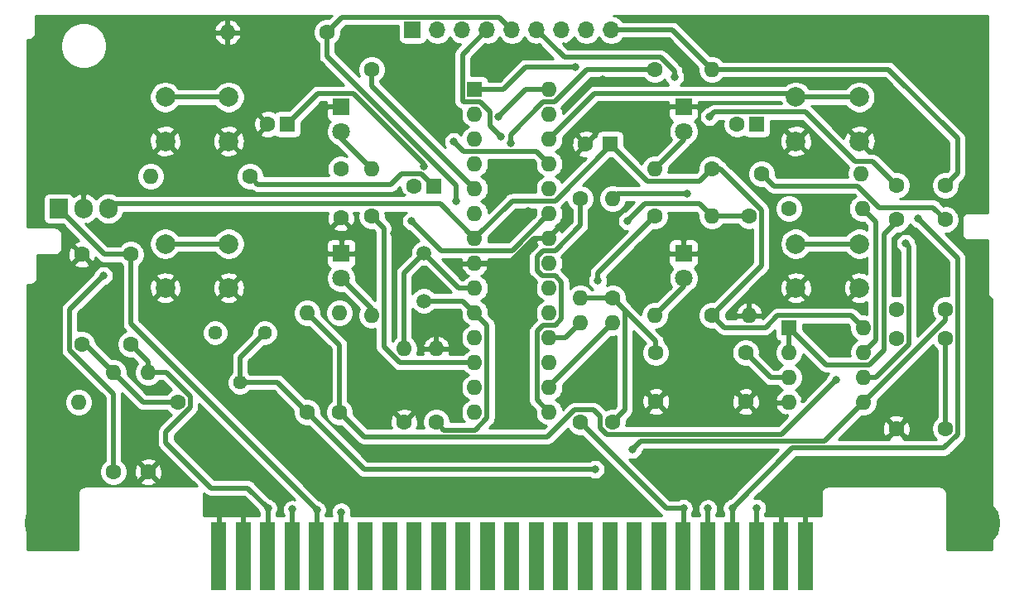
<source format=gbr>
G04 #@! TF.GenerationSoftware,KiCad,Pcbnew,(5.1.7)-1*
G04 #@! TF.CreationDate,2021-09-17T17:51:21-05:00*
G04 #@! TF.ProjectId,ConsolePedalUno,436f6e73-6f6c-4655-9065-64616c556e6f,rev?*
G04 #@! TF.SameCoordinates,Original*
G04 #@! TF.FileFunction,Copper,L1,Top*
G04 #@! TF.FilePolarity,Positive*
%FSLAX46Y46*%
G04 Gerber Fmt 4.6, Leading zero omitted, Abs format (unit mm)*
G04 Created by KiCad (PCBNEW (5.1.7)-1) date 2021-09-17 17:51:21*
%MOMM*%
%LPD*%
G01*
G04 APERTURE LIST*
G04 #@! TA.AperFunction,ConnectorPad*
%ADD10R,1.500000X7.000000*%
G04 #@! TD*
G04 #@! TA.AperFunction,ComponentPad*
%ADD11C,5.000000*%
G04 #@! TD*
G04 #@! TA.AperFunction,ComponentPad*
%ADD12C,1.600000*%
G04 #@! TD*
G04 #@! TA.AperFunction,ComponentPad*
%ADD13R,1.600000X1.600000*%
G04 #@! TD*
G04 #@! TA.AperFunction,ComponentPad*
%ADD14O,1.600000X1.600000*%
G04 #@! TD*
G04 #@! TA.AperFunction,ComponentPad*
%ADD15R,1.800000X1.800000*%
G04 #@! TD*
G04 #@! TA.AperFunction,ComponentPad*
%ADD16C,1.800000*%
G04 #@! TD*
G04 #@! TA.AperFunction,ComponentPad*
%ADD17R,1.700000X1.700000*%
G04 #@! TD*
G04 #@! TA.AperFunction,ComponentPad*
%ADD18O,1.700000X1.700000*%
G04 #@! TD*
G04 #@! TA.AperFunction,ComponentPad*
%ADD19C,1.440000*%
G04 #@! TD*
G04 #@! TA.AperFunction,ComponentPad*
%ADD20C,2.000000*%
G04 #@! TD*
G04 #@! TA.AperFunction,ComponentPad*
%ADD21C,1.500000*%
G04 #@! TD*
G04 #@! TA.AperFunction,ComponentPad*
%ADD22R,1.905000X2.000000*%
G04 #@! TD*
G04 #@! TA.AperFunction,ComponentPad*
%ADD23O,1.905000X2.000000*%
G04 #@! TD*
G04 #@! TA.AperFunction,ViaPad*
%ADD24C,0.800000*%
G04 #@! TD*
G04 #@! TA.AperFunction,Conductor*
%ADD25C,0.500000*%
G04 #@! TD*
G04 #@! TA.AperFunction,Conductor*
%ADD26C,0.254000*%
G04 #@! TD*
G04 #@! TA.AperFunction,Conductor*
%ADD27C,0.100000*%
G04 #@! TD*
G04 APERTURE END LIST*
D10*
G04 #@! TO.P,J1,1*
G04 #@! TO.N,GND*
X102715000Y-126000000D03*
G04 #@! TO.P,J1,2*
X105215000Y-126000000D03*
G04 #@! TO.P,J1,3*
G04 #@! TO.N,/Input*
X107715000Y-126000000D03*
G04 #@! TO.P,J1,4*
G04 #@! TO.N,/Output*
X110215000Y-126000000D03*
G04 #@! TO.P,J1,5*
G04 #@! TO.N,+9V*
X112715000Y-126000000D03*
G04 #@! TO.P,J1,6*
G04 #@! TO.N,/LEDPower*
X115215000Y-126000000D03*
G04 #@! TO.P,J1,7*
G04 #@! TO.N,N/C*
X117715000Y-126000000D03*
G04 #@! TO.P,J1,8*
X120215000Y-126000000D03*
G04 #@! TO.P,J1,9*
X122715000Y-126000000D03*
G04 #@! TO.P,J1,10*
X125215000Y-126000000D03*
G04 #@! TO.P,J1,11*
X127715000Y-126000000D03*
G04 #@! TO.P,J1,12*
X130215000Y-126000000D03*
G04 #@! TO.P,J1,13*
X132715000Y-126000000D03*
G04 #@! TO.P,J1,14*
X135215000Y-126000000D03*
G04 #@! TO.P,J1,15*
X137715000Y-126000000D03*
G04 #@! TO.P,J1,16*
X140215000Y-126000000D03*
G04 #@! TO.P,J1,17*
X142715000Y-126000000D03*
G04 #@! TO.P,J1,18*
X145215000Y-126000000D03*
G04 #@! TO.P,J1,19*
X147715000Y-126000000D03*
G04 #@! TO.P,J1,20*
G04 #@! TO.N,/LEDPower*
X150215000Y-126000000D03*
G04 #@! TO.P,J1,21*
G04 #@! TO.N,+9V*
X152715000Y-126000000D03*
G04 #@! TO.P,J1,22*
G04 #@! TO.N,/Output*
X155215000Y-126000000D03*
G04 #@! TO.P,J1,23*
G04 #@! TO.N,/Input*
X157715000Y-126000000D03*
G04 #@! TO.P,J1,24*
G04 #@! TO.N,GND*
X160215000Y-126000000D03*
G04 #@! TO.P,J1,25*
X162715000Y-126000000D03*
G04 #@! TD*
D11*
G04 #@! TO.P,H1,1*
G04 #@! TO.N,GND*
X85350000Y-122600000D03*
G04 #@! TD*
G04 #@! TO.P,H2,1*
G04 #@! TO.N,GND*
X180150000Y-122600000D03*
G04 #@! TD*
D12*
G04 #@! TO.P,C1,2*
G04 #@! TO.N,Net-(C1-Pad2)*
X88726000Y-104286000D03*
G04 #@! TO.P,C1,1*
G04 #@! TO.N,/Input*
X93726000Y-104286000D03*
G04 #@! TD*
G04 #@! TO.P,C2,2*
G04 #@! TO.N,GND*
X172038000Y-100730000D03*
G04 #@! TO.P,C2,1*
G04 #@! TO.N,Net-(C2-Pad1)*
X177038000Y-100730000D03*
G04 #@! TD*
G04 #@! TO.P,C3,2*
G04 #@! TO.N,GND*
X122714000Y-88138000D03*
D13*
G04 #@! TO.P,C3,1*
G04 #@! TO.N,Net-(C3-Pad1)*
X124714000Y-88138000D03*
G04 #@! TD*
D12*
G04 #@! TO.P,C4,1*
G04 #@! TO.N,Net-(C4-Pad1)*
X161036000Y-90424000D03*
D14*
G04 #@! TO.P,C4,2*
G04 #@! TO.N,Net-(C4-Pad2)*
X168536000Y-90424000D03*
G04 #@! TD*
D12*
G04 #@! TO.P,C5,1*
G04 #@! TO.N,/A0*
X115208000Y-86360000D03*
G04 #@! TO.P,C5,2*
G04 #@! TO.N,GND*
X115208000Y-91360000D03*
G04 #@! TD*
G04 #@! TO.P,C6,1*
G04 #@! TO.N,GND*
X121666000Y-112268000D03*
D14*
G04 #@! TO.P,C6,2*
G04 #@! TO.N,Net-(C6-Pad2)*
X121666000Y-104768000D03*
G04 #@! TD*
D12*
G04 #@! TO.P,C7,1*
G04 #@! TO.N,Net-(C7-Pad1)*
X147428000Y-105156000D03*
G04 #@! TO.P,C7,2*
G04 #@! TO.N,GND*
X147428000Y-110156000D03*
G04 #@! TD*
G04 #@! TO.P,C8,1*
G04 #@! TO.N,Net-(C8-Pad1)*
X156610000Y-105156000D03*
G04 #@! TO.P,C8,2*
G04 #@! TO.N,GND*
X156610000Y-110156000D03*
G04 #@! TD*
G04 #@! TO.P,C9,1*
G04 #@! TO.N,Net-(C9-Pad1)*
X177038000Y-91548000D03*
G04 #@! TO.P,C9,2*
G04 #@! TO.N,Net-(C10-Pad1)*
X172038000Y-91548000D03*
G04 #@! TD*
D13*
G04 #@! TO.P,C10,1*
G04 #@! TO.N,Net-(C10-Pad1)*
X157734000Y-81788000D03*
D12*
G04 #@! TO.P,C10,2*
G04 #@! TO.N,/Output*
X155734000Y-81788000D03*
G04 #@! TD*
G04 #@! TO.P,C11,2*
G04 #@! TO.N,GND*
X172038000Y-112922000D03*
G04 #@! TO.P,C11,1*
G04 #@! TO.N,+5V*
X177038000Y-112922000D03*
G04 #@! TD*
D14*
G04 #@! TO.P,C12,2*
G04 #@! TO.N,GND*
X124968000Y-104768000D03*
D12*
G04 #@! TO.P,C12,1*
G04 #@! TO.N,Net-(C12-Pad1)*
X124968000Y-112268000D03*
G04 #@! TD*
D13*
G04 #@! TO.P,C13,1*
G04 #@! TO.N,+2V5*
X109728000Y-81788000D03*
D12*
G04 #@! TO.P,C13,2*
G04 #@! TO.N,GND*
X107728000Y-81788000D03*
G04 #@! TD*
G04 #@! TO.P,C14,2*
G04 #@! TO.N,GND*
X88726000Y-95104000D03*
G04 #@! TO.P,C14,1*
G04 #@! TO.N,+9V*
X93726000Y-95104000D03*
G04 #@! TD*
G04 #@! TO.P,C15,1*
G04 #@! TO.N,+5V*
X177038000Y-103740000D03*
G04 #@! TO.P,C15,2*
G04 #@! TO.N,GND*
X172038000Y-103740000D03*
G04 #@! TD*
D13*
G04 #@! TO.P,C16,1*
G04 #@! TO.N,+5V*
X142748000Y-83820000D03*
D12*
G04 #@! TO.P,C16,2*
G04 #@! TO.N,GND*
X140248000Y-83820000D03*
G04 #@! TD*
G04 #@! TO.P,C17,2*
G04 #@! TO.N,Net-(C17-Pad2)*
X172038000Y-88030000D03*
G04 #@! TO.P,C17,1*
G04 #@! TO.N,/pin1*
X177038000Y-88030000D03*
G04 #@! TD*
D15*
G04 #@! TO.P,D3,1*
G04 #@! TO.N,GND*
X115250000Y-80000000D03*
D16*
G04 #@! TO.P,D3,2*
G04 #@! TO.N,Net-(D3-Pad2)*
X115250000Y-82540000D03*
G04 #@! TD*
G04 #@! TO.P,D4,2*
G04 #@! TO.N,Net-(D4-Pad2)*
X150250000Y-82540000D03*
D15*
G04 #@! TO.P,D4,1*
G04 #@! TO.N,GND*
X150250000Y-80000000D03*
G04 #@! TD*
G04 #@! TO.P,D5,1*
G04 #@! TO.N,GND*
X115250000Y-95000000D03*
D16*
G04 #@! TO.P,D5,2*
G04 #@! TO.N,Net-(D5-Pad2)*
X115250000Y-97540000D03*
G04 #@! TD*
G04 #@! TO.P,D6,2*
G04 #@! TO.N,Net-(D6-Pad2)*
X150250000Y-97540000D03*
D15*
G04 #@! TO.P,D6,1*
G04 #@! TO.N,GND*
X150250000Y-95000000D03*
G04 #@! TD*
D17*
G04 #@! TO.P,J2,1*
G04 #@! TO.N,/TX*
X122555000Y-72136000D03*
D18*
G04 #@! TO.P,J2,2*
G04 #@! TO.N,/RX*
X125095000Y-72136000D03*
G04 #@! TO.P,J2,3*
G04 #@! TO.N,Net-(C17-Pad2)*
X127635000Y-72136000D03*
G04 #@! TO.P,J2,4*
G04 #@! TO.N,/pin19*
X130175000Y-72136000D03*
G04 #@! TO.P,J2,5*
G04 #@! TO.N,/DIG_12*
X132715000Y-72136000D03*
G04 #@! TO.P,J2,6*
G04 #@! TO.N,/DIG_11*
X135255000Y-72136000D03*
G04 #@! TO.P,J2,7*
G04 #@! TO.N,GND*
X137795000Y-72136000D03*
G04 #@! TO.P,J2,8*
G04 #@! TO.N,+5V*
X140335000Y-72136000D03*
G04 #@! TO.P,J2,9*
G04 #@! TO.N,/pin1*
X142875000Y-72136000D03*
G04 #@! TD*
D12*
G04 #@! TO.P,R1,1*
G04 #@! TO.N,GND*
X95504000Y-117348000D03*
D14*
G04 #@! TO.P,R1,2*
G04 #@! TO.N,/Input*
X95504000Y-107188000D03*
G04 #@! TD*
G04 #@! TO.P,R2,2*
G04 #@! TO.N,Net-(C1-Pad2)*
X91948000Y-107188000D03*
D12*
G04 #@! TO.P,R2,1*
G04 #@! TO.N,+2V5*
X91948000Y-117348000D03*
G04 #@! TD*
G04 #@! TO.P,R3,1*
G04 #@! TO.N,Net-(C1-Pad2)*
X98552000Y-110236000D03*
D14*
G04 #@! TO.P,R3,2*
G04 #@! TO.N,Net-(C2-Pad1)*
X88392000Y-110236000D03*
G04 #@! TD*
G04 #@! TO.P,R4,2*
G04 #@! TO.N,Net-(R4-Pad2)*
X95758000Y-87122000D03*
D12*
G04 #@! TO.P,R4,1*
G04 #@! TO.N,Net-(C3-Pad1)*
X105918000Y-87122000D03*
G04 #@! TD*
D14*
G04 #@! TO.P,R5,2*
G04 #@! TO.N,Net-(C4-Pad2)*
X111760000Y-101092000D03*
D12*
G04 #@! TO.P,R5,1*
G04 #@! TO.N,Net-(C4-Pad1)*
X111760000Y-111252000D03*
G04 #@! TD*
G04 #@! TO.P,R6,1*
G04 #@! TO.N,Net-(C4-Pad2)*
X115062000Y-111252000D03*
D14*
G04 #@! TO.P,R6,2*
G04 #@! TO.N,/A0*
X115062000Y-101092000D03*
G04 #@! TD*
G04 #@! TO.P,R7,2*
G04 #@! TO.N,GND*
X156972000Y-101346000D03*
D12*
G04 #@! TO.P,R7,1*
G04 #@! TO.N,+2V5*
X156972000Y-91186000D03*
G04 #@! TD*
G04 #@! TO.P,R8,1*
G04 #@! TO.N,+5V*
X153162000Y-101346000D03*
D14*
G04 #@! TO.P,R8,2*
G04 #@! TO.N,+2V5*
X153162000Y-91186000D03*
G04 #@! TD*
G04 #@! TO.P,R9,2*
G04 #@! TO.N,/pin1*
X153162000Y-76200000D03*
D12*
G04 #@! TO.P,R9,1*
G04 #@! TO.N,+5V*
X153162000Y-86360000D03*
G04 #@! TD*
G04 #@! TO.P,R10,1*
G04 #@! TO.N,/PWM_9*
X139700000Y-89408000D03*
D14*
G04 #@! TO.P,R10,2*
G04 #@! TO.N,Net-(C7-Pad1)*
X139700000Y-99568000D03*
G04 #@! TD*
G04 #@! TO.P,R11,2*
G04 #@! TO.N,/PWM_10*
X143002000Y-102108000D03*
D12*
G04 #@! TO.P,R11,1*
G04 #@! TO.N,Net-(C7-Pad1)*
X143002000Y-112268000D03*
G04 #@! TD*
D14*
G04 #@! TO.P,R12,2*
G04 #@! TO.N,Net-(C9-Pad1)*
X143002000Y-89408000D03*
D12*
G04 #@! TO.P,R12,1*
G04 #@! TO.N,Net-(C7-Pad1)*
X143002000Y-99568000D03*
G04 #@! TD*
G04 #@! TO.P,R13,1*
G04 #@! TO.N,Net-(C9-Pad1)*
X158242000Y-86868000D03*
D14*
G04 #@! TO.P,R13,2*
G04 #@! TO.N,Net-(C8-Pad1)*
X168402000Y-86868000D03*
G04 #@! TD*
D12*
G04 #@! TO.P,R14,1*
G04 #@! TO.N,/DIG_3*
X118364000Y-76200000D03*
D14*
G04 #@! TO.P,R14,2*
G04 #@! TO.N,Net-(D3-Pad2)*
X118364000Y-86360000D03*
G04 #@! TD*
D12*
G04 #@! TO.P,R15,1*
G04 #@! TO.N,/DIG_5*
X147320000Y-76200000D03*
D14*
G04 #@! TO.P,R15,2*
G04 #@! TO.N,Net-(D4-Pad2)*
X147320000Y-86360000D03*
G04 #@! TD*
G04 #@! TO.P,R16,2*
G04 #@! TO.N,Net-(D5-Pad2)*
X118364000Y-101346000D03*
D12*
G04 #@! TO.P,R16,1*
G04 #@! TO.N,/DIG_6*
X118364000Y-91186000D03*
G04 #@! TD*
G04 #@! TO.P,R17,1*
G04 #@! TO.N,/DIG_11*
X147320000Y-91186000D03*
D14*
G04 #@! TO.P,R17,2*
G04 #@! TO.N,Net-(D6-Pad2)*
X147320000Y-101346000D03*
G04 #@! TD*
G04 #@! TO.P,R18,2*
G04 #@! TO.N,/DIG_12*
X139700000Y-102108000D03*
D12*
G04 #@! TO.P,R18,1*
G04 #@! TO.N,/LEDPower*
X139700000Y-112268000D03*
G04 #@! TD*
G04 #@! TO.P,R19,1*
G04 #@! TO.N,/DIG_12*
X113792000Y-72390000D03*
D14*
G04 #@! TO.P,R19,2*
G04 #@! TO.N,GND*
X103632000Y-72390000D03*
G04 #@! TD*
D19*
G04 #@! TO.P,RV1,3*
G04 #@! TO.N,Net-(C4-Pad1)*
X107442000Y-103124000D03*
G04 #@! TO.P,RV1,2*
X104902000Y-108204000D03*
G04 #@! TO.P,RV1,1*
G04 #@! TO.N,Net-(R4-Pad2)*
X102362000Y-103124000D03*
G04 #@! TD*
D20*
G04 #@! TO.P,SW1,2*
G04 #@! TO.N,GND*
X97250000Y-83520000D03*
G04 #@! TO.P,SW1,1*
G04 #@! TO.N,/A2*
X97250000Y-79020000D03*
G04 #@! TO.P,SW1,2*
G04 #@! TO.N,GND*
X103750000Y-83520000D03*
G04 #@! TO.P,SW1,1*
G04 #@! TO.N,/A2*
X103750000Y-79020000D03*
G04 #@! TD*
G04 #@! TO.P,SW2,1*
G04 #@! TO.N,/A3*
X168250000Y-79020000D03*
G04 #@! TO.P,SW2,2*
G04 #@! TO.N,GND*
X168250000Y-83520000D03*
G04 #@! TO.P,SW2,1*
G04 #@! TO.N,/A3*
X161750000Y-79020000D03*
G04 #@! TO.P,SW2,2*
G04 #@! TO.N,GND*
X161750000Y-83520000D03*
G04 #@! TD*
G04 #@! TO.P,SW3,2*
G04 #@! TO.N,GND*
X97250000Y-98520000D03*
G04 #@! TO.P,SW3,1*
G04 #@! TO.N,/A4*
X97250000Y-94020000D03*
G04 #@! TO.P,SW3,2*
G04 #@! TO.N,GND*
X103750000Y-98520000D03*
G04 #@! TO.P,SW3,1*
G04 #@! TO.N,/A4*
X103750000Y-94020000D03*
G04 #@! TD*
G04 #@! TO.P,SW4,1*
G04 #@! TO.N,/A5*
X168250000Y-94020000D03*
G04 #@! TO.P,SW4,2*
G04 #@! TO.N,GND*
X168250000Y-98520000D03*
G04 #@! TO.P,SW4,1*
G04 #@! TO.N,/A5*
X161750000Y-94020000D03*
G04 #@! TO.P,SW4,2*
G04 #@! TO.N,GND*
X161750000Y-98520000D03*
G04 #@! TD*
D13*
G04 #@! TO.P,U1,1*
G04 #@! TO.N,Net-(C10-Pad1)*
X161036000Y-102616000D03*
D14*
G04 #@! TO.P,U1,5*
G04 #@! TO.N,Net-(C2-Pad1)*
X168656000Y-110236000D03*
G04 #@! TO.P,U1,2*
G04 #@! TO.N,Net-(C10-Pad1)*
X161036000Y-105156000D03*
G04 #@! TO.P,U1,6*
G04 #@! TO.N,Net-(C4-Pad1)*
X168656000Y-107696000D03*
G04 #@! TO.P,U1,3*
G04 #@! TO.N,Net-(C8-Pad1)*
X161036000Y-107696000D03*
G04 #@! TO.P,U1,7*
G04 #@! TO.N,Net-(C4-Pad2)*
X168656000Y-105156000D03*
G04 #@! TO.P,U1,4*
G04 #@! TO.N,GND*
X161036000Y-110236000D03*
G04 #@! TO.P,U1,8*
G04 #@! TO.N,+5V*
X168656000Y-102616000D03*
G04 #@! TD*
D13*
G04 #@! TO.P,U2,1*
G04 #@! TO.N,/pin1*
X128905000Y-78232000D03*
D14*
G04 #@! TO.P,U2,15*
G04 #@! TO.N,/PWM_9*
X136525000Y-111252000D03*
G04 #@! TO.P,U2,2*
G04 #@! TO.N,/RX*
X128905000Y-80772000D03*
G04 #@! TO.P,U2,16*
G04 #@! TO.N,/PWM_10*
X136525000Y-108712000D03*
G04 #@! TO.P,U2,3*
G04 #@! TO.N,/TX*
X128905000Y-83312000D03*
G04 #@! TO.P,U2,17*
G04 #@! TO.N,/DIG_11*
X136525000Y-106172000D03*
G04 #@! TO.P,U2,4*
G04 #@! TO.N,N/C*
X128905000Y-85852000D03*
G04 #@! TO.P,U2,18*
G04 #@! TO.N,/DIG_12*
X136525000Y-103632000D03*
G04 #@! TO.P,U2,5*
G04 #@! TO.N,/DIG_3*
X128905000Y-88392000D03*
G04 #@! TO.P,U2,19*
G04 #@! TO.N,/pin19*
X136525000Y-101092000D03*
G04 #@! TO.P,U2,6*
G04 #@! TO.N,N/C*
X128905000Y-90932000D03*
G04 #@! TO.P,U2,20*
X136525000Y-98552000D03*
G04 #@! TO.P,U2,7*
G04 #@! TO.N,+5V*
X128905000Y-93472000D03*
G04 #@! TO.P,U2,21*
G04 #@! TO.N,N/C*
X136525000Y-96012000D03*
G04 #@! TO.P,U2,8*
G04 #@! TO.N,GND*
X128905000Y-96012000D03*
G04 #@! TO.P,U2,22*
X136525000Y-93472000D03*
G04 #@! TO.P,U2,9*
G04 #@! TO.N,Net-(C6-Pad2)*
X128905000Y-98552000D03*
G04 #@! TO.P,U2,23*
G04 #@! TO.N,/A0*
X136525000Y-90932000D03*
G04 #@! TO.P,U2,10*
G04 #@! TO.N,Net-(C12-Pad1)*
X128905000Y-101092000D03*
G04 #@! TO.P,U2,24*
G04 #@! TO.N,N/C*
X136525000Y-88392000D03*
G04 #@! TO.P,U2,11*
G04 #@! TO.N,/DIG_5*
X128905000Y-103632000D03*
G04 #@! TO.P,U2,25*
G04 #@! TO.N,/A2*
X136525000Y-85852000D03*
G04 #@! TO.P,U2,12*
G04 #@! TO.N,/DIG_6*
X128905000Y-106172000D03*
G04 #@! TO.P,U2,26*
G04 #@! TO.N,/A3*
X136525000Y-83312000D03*
G04 #@! TO.P,U2,13*
G04 #@! TO.N,N/C*
X128905000Y-108712000D03*
G04 #@! TO.P,U2,27*
G04 #@! TO.N,/A4*
X136525000Y-80772000D03*
G04 #@! TO.P,U2,14*
G04 #@! TO.N,N/C*
X128905000Y-111252000D03*
G04 #@! TO.P,U2,28*
G04 #@! TO.N,/A5*
X136525000Y-78232000D03*
G04 #@! TD*
D21*
G04 #@! TO.P,Y1,1*
G04 #@! TO.N,Net-(C6-Pad2)*
X123698000Y-94996000D03*
G04 #@! TO.P,Y1,2*
G04 #@! TO.N,Net-(C12-Pad1)*
X123698000Y-99876000D03*
G04 #@! TD*
D22*
G04 #@! TO.P,U3,1*
G04 #@! TO.N,+9V*
X86360000Y-90424000D03*
D23*
G04 #@! TO.P,U3,2*
G04 #@! TO.N,GND*
X88900000Y-90424000D03*
G04 #@! TO.P,U3,3*
G04 #@! TO.N,+5V*
X91440000Y-90424000D03*
G04 #@! TD*
D24*
G04 #@! TO.N,GND*
X105250000Y-120979000D03*
X160250000Y-120988000D03*
X102750000Y-121038000D03*
X162750000Y-120967000D03*
X138430000Y-91440000D03*
X134366000Y-86106000D03*
X134366000Y-88392000D03*
X134366000Y-90678000D03*
X139700000Y-97028000D03*
X140208000Y-81534000D03*
X138176000Y-86868000D03*
X117348000Y-73152000D03*
X118618000Y-73152000D03*
X140716000Y-109220000D03*
X142240000Y-109220000D03*
X163322000Y-106934000D03*
X166624000Y-102870000D03*
X176022000Y-96266000D03*
X134620000Y-74676000D03*
X141986000Y-77216000D03*
X123698000Y-97536000D03*
X120650000Y-92964000D03*
X101092000Y-112776000D03*
X150622000Y-115824000D03*
G04 #@! TO.N,/LEDPower*
X115250000Y-121454000D03*
X150250000Y-121073000D03*
G04 #@! TO.N,/Input*
X107750000Y-121066000D03*
X157750000Y-121066000D03*
G04 #@! TO.N,/Output*
X110250000Y-121195000D03*
X155250000Y-121068000D03*
X174244000Y-91440000D03*
G04 #@! TO.N,+9V*
X112750000Y-121235000D03*
X152750000Y-121108000D03*
G04 #@! TO.N,Net-(C2-Pad1)*
X145034000Y-115062000D03*
G04 #@! TO.N,Net-(C4-Pad1)*
X172974000Y-93980000D03*
X141224000Y-117094000D03*
G04 #@! TO.N,Net-(C4-Pad2)*
X165862000Y-107950000D03*
G04 #@! TO.N,/A0*
X122428000Y-91694000D03*
G04 #@! TO.N,Net-(C9-Pad1)*
X150622000Y-88900000D03*
G04 #@! TO.N,+2V5*
X90932000Y-97282000D03*
X123707672Y-86073675D03*
X144526000Y-91694000D03*
G04 #@! TO.N,Net-(C17-Pad2)*
X152908000Y-81026000D03*
G04 #@! TO.N,/pin1*
X139192000Y-75946000D03*
G04 #@! TO.N,/pin19*
X131572000Y-83058000D03*
G04 #@! TO.N,/DIG_12*
X127000000Y-89662000D03*
G04 #@! TO.N,/DIG_11*
X141478000Y-97790000D03*
X149352000Y-76962000D03*
G04 #@! TO.N,/DIG_5*
X132588000Y-83712001D03*
G04 #@! TO.N,/A2*
X126746000Y-83566000D03*
G04 #@! TO.N,/A5*
X131318000Y-81026000D03*
G04 #@! TD*
D25*
G04 #@! TO.N,GND*
X105250000Y-126000000D02*
X105250000Y-120979000D01*
X160250000Y-126000000D02*
X160250000Y-120988000D01*
X102750000Y-126000000D02*
X102750000Y-121038000D01*
X162750000Y-126000000D02*
X162750000Y-120967000D01*
X132434962Y-96012000D02*
X128905000Y-96012000D01*
X134974962Y-93472000D02*
X132434962Y-96012000D01*
X136525000Y-93472000D02*
X134974962Y-93472000D01*
X136525000Y-93345000D02*
X138430000Y-91440000D01*
X136525000Y-93472000D02*
X136525000Y-93345000D01*
G04 #@! TO.N,/LEDPower*
X115250000Y-126000000D02*
X115250000Y-121454000D01*
X150250000Y-126000000D02*
X150250000Y-121073000D01*
X148505000Y-121073000D02*
X150250000Y-121073000D01*
X139700000Y-112268000D02*
X148505000Y-121073000D01*
G04 #@! TO.N,/Input*
X107750000Y-126000000D02*
X107750000Y-121066000D01*
X157750000Y-126000000D02*
X157750000Y-121066000D01*
X157734000Y-121050000D02*
X157750000Y-121066000D01*
X97354002Y-107188000D02*
X95504000Y-107188000D01*
X97301999Y-113264001D02*
X99802001Y-110763999D01*
X97301999Y-114392001D02*
X97301999Y-113264001D01*
X101909988Y-118999990D02*
X97301999Y-114392001D01*
X99802001Y-110763999D02*
X99802001Y-109635999D01*
X105683990Y-118999990D02*
X101909988Y-118999990D01*
X99802001Y-109635999D02*
X97354002Y-107188000D01*
X107750000Y-121066000D02*
X105683990Y-118999990D01*
X95504000Y-106064000D02*
X93726000Y-104286000D01*
X95504000Y-107188000D02*
X95504000Y-106064000D01*
G04 #@! TO.N,/Output*
X110250000Y-126000000D02*
X110250000Y-121195000D01*
X155250000Y-126000000D02*
X155250000Y-121068000D01*
X110250000Y-121045000D02*
X110250000Y-121195000D01*
X178288001Y-95484001D02*
X174244000Y-91440000D01*
X178288001Y-113522001D02*
X178288001Y-95484001D01*
X176891981Y-114918021D02*
X178288001Y-113522001D01*
X161399979Y-114918021D02*
X176891981Y-114918021D01*
X155250000Y-121068000D02*
X161399979Y-114918021D01*
G04 #@! TO.N,+9V*
X112750000Y-126000000D02*
X112750000Y-121235000D01*
X152750000Y-126000000D02*
X152750000Y-121108000D01*
X91040000Y-95104000D02*
X86360000Y-90424000D01*
X93726000Y-95104000D02*
X91040000Y-95104000D01*
X93726000Y-102211000D02*
X112750000Y-121235000D01*
X93726000Y-95104000D02*
X93726000Y-102211000D01*
G04 #@! TO.N,Net-(C2-Pad1)*
X177038000Y-101854000D02*
X177038000Y-100730000D01*
X168656000Y-110236000D02*
X177038000Y-101854000D01*
X145877989Y-114218011D02*
X145034000Y-115062000D01*
X164673989Y-114218011D02*
X145877989Y-114218011D01*
X168656000Y-110236000D02*
X164673989Y-114218011D01*
G04 #@! TO.N,Net-(C3-Pad1)*
X106717999Y-87921999D02*
X120358001Y-87921999D01*
X105918000Y-87122000D02*
X106717999Y-87921999D01*
X123463999Y-86887999D02*
X124714000Y-88138000D01*
X121392001Y-86887999D02*
X123463999Y-86887999D01*
X120358001Y-87921999D02*
X121392001Y-86887999D01*
G04 #@! TO.N,Net-(C4-Pad1)*
X104902000Y-105664000D02*
X107442000Y-103124000D01*
X104902000Y-108204000D02*
X104902000Y-105664000D01*
X108712000Y-108204000D02*
X111760000Y-111252000D01*
X104902000Y-108204000D02*
X108712000Y-108204000D01*
X173288001Y-94294001D02*
X172974000Y-93980000D01*
X173288001Y-104340001D02*
X173288001Y-94294001D01*
X169932002Y-107696000D02*
X173288001Y-104340001D01*
X168656000Y-107696000D02*
X169932002Y-107696000D01*
X117602000Y-117094000D02*
X141224000Y-117094000D01*
X111760000Y-111252000D02*
X117602000Y-117094000D01*
G04 #@! TO.N,Net-(C6-Pad2)*
X127254000Y-98552000D02*
X123698000Y-94996000D01*
X128905000Y-98552000D02*
X127254000Y-98552000D01*
X121666000Y-97028000D02*
X123698000Y-94996000D01*
X121666000Y-104768000D02*
X121666000Y-97028000D01*
G04 #@! TO.N,Net-(C10-Pad1)*
X161036000Y-105156000D02*
X161036000Y-102616000D01*
X170787999Y-93052001D02*
X172038000Y-91802000D01*
X169256001Y-106406001D02*
X170787999Y-104874003D01*
X164826001Y-106406001D02*
X169256001Y-106406001D01*
X170787999Y-104874003D02*
X170787999Y-93052001D01*
X161036000Y-102616000D02*
X164826001Y-106406001D01*
G04 #@! TO.N,Net-(D3-Pad2)*
X115250000Y-83246000D02*
X115250000Y-82540000D01*
X118364000Y-86360000D02*
X115250000Y-83246000D01*
G04 #@! TO.N,Net-(C1-Pad2)*
X94996000Y-110236000D02*
X98552000Y-110236000D01*
X91948000Y-107188000D02*
X94996000Y-110236000D01*
X89046000Y-104286000D02*
X91948000Y-107188000D01*
X88726000Y-104286000D02*
X89046000Y-104286000D01*
G04 #@! TO.N,Net-(C4-Pad2)*
X169906001Y-91794001D02*
X168536000Y-90424000D01*
X169906001Y-103905999D02*
X169906001Y-91794001D01*
X168656000Y-105156000D02*
X169906001Y-103905999D01*
X115062000Y-104394000D02*
X111760000Y-101092000D01*
X115062000Y-111252000D02*
X115062000Y-104394000D01*
X142401999Y-113518001D02*
X160293999Y-113518001D01*
X160293999Y-113518001D02*
X165862000Y-107950000D01*
X141751999Y-111667999D02*
X141751999Y-112868001D01*
X141101999Y-111017999D02*
X141751999Y-111667999D01*
X141751999Y-112868001D02*
X142401999Y-113518001D01*
X136349989Y-113768009D02*
X139099999Y-111017999D01*
X139099999Y-111017999D02*
X141101999Y-111017999D01*
X117578009Y-113768009D02*
X136349989Y-113768009D01*
X115062000Y-111252000D02*
X117578009Y-113768009D01*
G04 #@! TO.N,/A0*
X125456001Y-94722001D02*
X122428000Y-91694000D01*
X132734999Y-94722001D02*
X125456001Y-94722001D01*
X136525000Y-90932000D02*
X132734999Y-94722001D01*
G04 #@! TO.N,Net-(C7-Pad1)*
X139700000Y-99568000D02*
X143002000Y-99568000D01*
X144252001Y-100818001D02*
X143002000Y-99568000D01*
X144252001Y-111017999D02*
X144252001Y-100818001D01*
X143002000Y-112268000D02*
X144252001Y-111017999D01*
X147428000Y-103994000D02*
X143002000Y-99568000D01*
X147428000Y-105156000D02*
X147428000Y-103994000D01*
G04 #@! TO.N,Net-(C8-Pad1)*
X159150000Y-107696000D02*
X156610000Y-105156000D01*
X161036000Y-107696000D02*
X159150000Y-107696000D01*
G04 #@! TO.N,Net-(C9-Pad1)*
X159492001Y-88118001D02*
X158242000Y-86868000D01*
X168080003Y-88118001D02*
X159492001Y-88118001D01*
X170260001Y-90297999D02*
X168080003Y-88118001D01*
X175787999Y-90297999D02*
X170260001Y-90297999D01*
X177038000Y-91548000D02*
X175787999Y-90297999D01*
X143510000Y-88900000D02*
X143002000Y-89408000D01*
X150622000Y-88900000D02*
X143510000Y-88900000D01*
G04 #@! TO.N,+5V*
X167405999Y-101365999D02*
X168656000Y-102616000D01*
X158645997Y-102596001D02*
X159875999Y-101365999D01*
X159875999Y-101365999D02*
X167405999Y-101365999D01*
X154412001Y-102596001D02*
X158645997Y-102596001D01*
X153162000Y-101346000D02*
X154412001Y-102596001D01*
X142748000Y-84019002D02*
X142748000Y-83820000D01*
X137125001Y-89642001D02*
X142748000Y-84019002D01*
X132734999Y-89642001D02*
X137125001Y-89642001D01*
X128905000Y-93472000D02*
X132734999Y-89642001D01*
X91928001Y-89935999D02*
X91440000Y-90424000D01*
X125368999Y-89935999D02*
X91928001Y-89935999D01*
X128905000Y-93472000D02*
X125368999Y-89935999D01*
X151911999Y-87610001D02*
X153162000Y-86360000D01*
X146538001Y-87610001D02*
X151911999Y-87610001D01*
X142748000Y-83820000D02*
X146538001Y-87610001D01*
X177038000Y-112922000D02*
X177038000Y-103740000D01*
X153996002Y-86360000D02*
X153162000Y-86360000D01*
X158222001Y-90585999D02*
X153996002Y-86360000D01*
X158222001Y-96285999D02*
X158222001Y-90585999D01*
X153162000Y-101346000D02*
X158222001Y-96285999D01*
G04 #@! TO.N,Net-(C12-Pad1)*
X127689000Y-99876000D02*
X128905000Y-101092000D01*
X123698000Y-99876000D02*
X127689000Y-99876000D01*
X130155001Y-102342001D02*
X128905000Y-101092000D01*
X130155001Y-111852001D02*
X130155001Y-102342001D01*
X128939003Y-113067999D02*
X130155001Y-111852001D01*
X125767999Y-113067999D02*
X128939003Y-113067999D01*
X124968000Y-112268000D02*
X125767999Y-113067999D01*
G04 #@! TO.N,+2V5*
X153162000Y-91186000D02*
X156972000Y-91186000D01*
X87475999Y-100738001D02*
X90932000Y-97282000D01*
X87475999Y-104886001D02*
X87475999Y-100738001D01*
X91948000Y-109358002D02*
X87475999Y-104886001D01*
X91948000Y-117348000D02*
X91948000Y-109358002D01*
X123707672Y-85847670D02*
X123707672Y-86073675D01*
X116510001Y-78649999D02*
X123707672Y-85847670D01*
X112866001Y-78649999D02*
X116510001Y-78649999D01*
X109728000Y-81788000D02*
X112866001Y-78649999D01*
X151911999Y-89935999D02*
X153162000Y-91186000D01*
X146284001Y-89935999D02*
X151911999Y-89935999D01*
X144526000Y-91694000D02*
X146284001Y-89935999D01*
G04 #@! TO.N,Net-(C17-Pad2)*
X153396001Y-80537999D02*
X152908000Y-81026000D01*
X172038000Y-88030000D02*
X169625999Y-85617999D01*
X162721999Y-80537999D02*
X153396001Y-80537999D01*
X167801999Y-85617999D02*
X162721999Y-80537999D01*
X169625999Y-85617999D02*
X167801999Y-85617999D01*
G04 #@! TO.N,/pin1*
X149098000Y-72136000D02*
X142875000Y-72136000D01*
X153162000Y-76200000D02*
X149098000Y-72136000D01*
X128905000Y-78232000D02*
X131826000Y-78232000D01*
X131826000Y-78232000D02*
X134112000Y-75946000D01*
X134112000Y-75946000D02*
X139192000Y-75946000D01*
X171240002Y-76200000D02*
X153162000Y-76200000D01*
X178288001Y-83247999D02*
X171240002Y-76200000D01*
X178288001Y-86779999D02*
X178288001Y-83247999D01*
X177038000Y-88030000D02*
X178288001Y-86779999D01*
G04 #@! TO.N,Net-(D4-Pad2)*
X150250000Y-83430000D02*
X150250000Y-82540000D01*
X147320000Y-86360000D02*
X150250000Y-83430000D01*
G04 #@! TO.N,Net-(D5-Pad2)*
X118364000Y-100654000D02*
X118364000Y-101346000D01*
X115250000Y-97540000D02*
X118364000Y-100654000D01*
G04 #@! TO.N,Net-(D6-Pad2)*
X150250000Y-98416000D02*
X150250000Y-97540000D01*
X147320000Y-101346000D02*
X150250000Y-98416000D01*
G04 #@! TO.N,/pin19*
X127654999Y-74656001D02*
X130175000Y-72136000D01*
X127654999Y-79392001D02*
X127654999Y-74656001D01*
X127744999Y-79482001D02*
X127654999Y-79392001D01*
X129465003Y-79482001D02*
X127744999Y-79482001D01*
X130467999Y-80484997D02*
X129465003Y-79482001D01*
X130467999Y-81953999D02*
X130467999Y-80484997D01*
X131572000Y-83058000D02*
X130467999Y-81953999D01*
G04 #@! TO.N,/DIG_12*
X131414999Y-70835999D02*
X132715000Y-72136000D01*
X115346001Y-70835999D02*
X131414999Y-70835999D01*
X113792000Y-72390000D02*
X115346001Y-70835999D01*
X138176000Y-103632000D02*
X139700000Y-102108000D01*
X136525000Y-103632000D02*
X138176000Y-103632000D01*
X127000000Y-88013998D02*
X127000000Y-89662000D01*
X113792000Y-74805998D02*
X127000000Y-88013998D01*
X113792000Y-72390000D02*
X113792000Y-74805998D01*
G04 #@! TO.N,/DIG_11*
X141478000Y-97028000D02*
X141478000Y-97790000D01*
X147320000Y-91186000D02*
X141478000Y-97028000D01*
X149352000Y-76381998D02*
X149352000Y-76962000D01*
X147920001Y-74949999D02*
X149352000Y-76381998D01*
X138068999Y-74949999D02*
X147920001Y-74949999D01*
X135255000Y-72136000D02*
X138068999Y-74949999D01*
G04 #@! TO.N,/PWM_9*
X139700000Y-92147002D02*
X139700000Y-89408000D01*
X137125001Y-94722001D02*
X139700000Y-92147002D01*
X135924999Y-94722001D02*
X137125001Y-94722001D01*
X135274999Y-95372001D02*
X135924999Y-94722001D01*
X135274999Y-96732999D02*
X135274999Y-95372001D01*
X135843999Y-97301999D02*
X135274999Y-96732999D01*
X137125001Y-97301999D02*
X135843999Y-97301999D01*
X137775001Y-97951999D02*
X137125001Y-97301999D01*
X137775001Y-101692001D02*
X137775001Y-97951999D01*
X137125001Y-102342001D02*
X137775001Y-101692001D01*
X135924999Y-102342001D02*
X137125001Y-102342001D01*
X135274999Y-102992001D02*
X135924999Y-102342001D01*
X135274999Y-110001999D02*
X135274999Y-102992001D01*
X136525000Y-111252000D02*
X135274999Y-110001999D01*
G04 #@! TO.N,/PWM_10*
X136525000Y-108585000D02*
X136525000Y-108712000D01*
X143002000Y-102108000D02*
X136525000Y-108585000D01*
G04 #@! TO.N,/DIG_3*
X118364000Y-77851000D02*
X128905000Y-88392000D01*
X118364000Y-76200000D02*
X118364000Y-77851000D01*
G04 #@! TO.N,/DIG_5*
X132588000Y-82858998D02*
X132588000Y-83712001D01*
X135924999Y-79521999D02*
X132588000Y-82858998D01*
X137085003Y-79521999D02*
X135924999Y-79521999D01*
X140407002Y-76200000D02*
X137085003Y-79521999D01*
X147320000Y-76200000D02*
X140407002Y-76200000D01*
G04 #@! TO.N,/DIG_6*
X119614001Y-92436001D02*
X118364000Y-91186000D01*
X119614001Y-104566003D02*
X119614001Y-92436001D01*
X121219998Y-106172000D02*
X119614001Y-104566003D01*
X128905000Y-106172000D02*
X121219998Y-106172000D01*
G04 #@! TO.N,/A2*
X97250000Y-79020000D02*
X103750000Y-79020000D01*
X135235001Y-84562001D02*
X136525000Y-85852000D01*
X127742001Y-84562001D02*
X135235001Y-84562001D01*
X126746000Y-83566000D02*
X127742001Y-84562001D01*
G04 #@! TO.N,/A3*
X161750000Y-79020000D02*
X168250000Y-79020000D01*
X161379999Y-78649999D02*
X161750000Y-79020000D01*
X141187001Y-78649999D02*
X161379999Y-78649999D01*
X136525000Y-83312000D02*
X141187001Y-78649999D01*
G04 #@! TO.N,/A4*
X97250000Y-94020000D02*
X103750000Y-94020000D01*
G04 #@! TO.N,/A5*
X161750000Y-94020000D02*
X168250000Y-94020000D01*
X134112000Y-78232000D02*
X131318000Y-81026000D01*
X136525000Y-78232000D02*
X134112000Y-78232000D01*
G04 #@! TD*
D26*
G04 #@! TO.N,GND*
X113971072Y-70970663D02*
X113932547Y-70963000D01*
X113651453Y-70963000D01*
X113375759Y-71017838D01*
X113116062Y-71125409D01*
X112882340Y-71281576D01*
X112683576Y-71480340D01*
X112527409Y-71714062D01*
X112419838Y-71973759D01*
X112365000Y-72249453D01*
X112365000Y-72530547D01*
X112419838Y-72806241D01*
X112527409Y-73065938D01*
X112683576Y-73299660D01*
X112882340Y-73498424D01*
X112915000Y-73520247D01*
X112915001Y-74762909D01*
X112910757Y-74805998D01*
X112927690Y-74977920D01*
X112977838Y-75143234D01*
X113059274Y-75295590D01*
X113141406Y-75395669D01*
X113141409Y-75395672D01*
X113168868Y-75429131D01*
X113202327Y-75456590D01*
X115518736Y-77772999D01*
X112909080Y-77772999D01*
X112866001Y-77768756D01*
X112694078Y-77785689D01*
X112594952Y-77815759D01*
X112528764Y-77835837D01*
X112376409Y-77917272D01*
X112242868Y-78026866D01*
X112215404Y-78060331D01*
X109917768Y-80357967D01*
X108928000Y-80357967D01*
X108805087Y-80370073D01*
X108686897Y-80405925D01*
X108577972Y-80464147D01*
X108482499Y-80542499D01*
X108471025Y-80556480D01*
X108469514Y-80551329D01*
X108214004Y-80430429D01*
X107939816Y-80361700D01*
X107657488Y-80347783D01*
X107377870Y-80389213D01*
X107111708Y-80484397D01*
X106986486Y-80551329D01*
X106914903Y-80795298D01*
X107728000Y-81608395D01*
X107742143Y-81594253D01*
X107921748Y-81773858D01*
X107907605Y-81788000D01*
X107921748Y-81802143D01*
X107742143Y-81981748D01*
X107728000Y-81967605D01*
X106914903Y-82780702D01*
X106986486Y-83024671D01*
X107241996Y-83145571D01*
X107516184Y-83214300D01*
X107798512Y-83228217D01*
X108078130Y-83186787D01*
X108344292Y-83091603D01*
X108469514Y-83024671D01*
X108471025Y-83019520D01*
X108482499Y-83033501D01*
X108577972Y-83111853D01*
X108686897Y-83170075D01*
X108805087Y-83205927D01*
X108928000Y-83218033D01*
X110528000Y-83218033D01*
X110650913Y-83205927D01*
X110769103Y-83170075D01*
X110878028Y-83111853D01*
X110973501Y-83033501D01*
X111051853Y-82938028D01*
X111110075Y-82829103D01*
X111145927Y-82710913D01*
X111158033Y-82588000D01*
X111158033Y-81598232D01*
X113229266Y-79526999D01*
X113714064Y-79526999D01*
X113715000Y-79714250D01*
X113873750Y-79873000D01*
X115123000Y-79873000D01*
X115123000Y-79853000D01*
X115377000Y-79853000D01*
X115377000Y-79873000D01*
X115397000Y-79873000D01*
X115397000Y-80127000D01*
X115377000Y-80127000D01*
X115377000Y-80147000D01*
X115123000Y-80147000D01*
X115123000Y-80127000D01*
X113873750Y-80127000D01*
X113715000Y-80285750D01*
X113711928Y-80900000D01*
X113724188Y-81024482D01*
X113760498Y-81144180D01*
X113819463Y-81254494D01*
X113898815Y-81351185D01*
X113995506Y-81430537D01*
X114105820Y-81489502D01*
X114132807Y-81497688D01*
X114063901Y-81566594D01*
X113896790Y-81816694D01*
X113781681Y-82094590D01*
X113723000Y-82389604D01*
X113723000Y-82690396D01*
X113781681Y-82985410D01*
X113896790Y-83263306D01*
X114063901Y-83513406D01*
X114276594Y-83726099D01*
X114526694Y-83893210D01*
X114749047Y-83985312D01*
X115841611Y-85077876D01*
X115624241Y-84987838D01*
X115348547Y-84933000D01*
X115067453Y-84933000D01*
X114791759Y-84987838D01*
X114532062Y-85095409D01*
X114298340Y-85251576D01*
X114099576Y-85450340D01*
X113943409Y-85684062D01*
X113835838Y-85943759D01*
X113781000Y-86219453D01*
X113781000Y-86500547D01*
X113835838Y-86776241D01*
X113943409Y-87035938D01*
X113949463Y-87044999D01*
X107345000Y-87044999D01*
X107345000Y-86981453D01*
X107290162Y-86705759D01*
X107182591Y-86446062D01*
X107026424Y-86212340D01*
X106827660Y-86013576D01*
X106593938Y-85857409D01*
X106334241Y-85749838D01*
X106058547Y-85695000D01*
X105777453Y-85695000D01*
X105501759Y-85749838D01*
X105242062Y-85857409D01*
X105008340Y-86013576D01*
X104809576Y-86212340D01*
X104653409Y-86446062D01*
X104545838Y-86705759D01*
X104491000Y-86981453D01*
X104491000Y-87262547D01*
X104545838Y-87538241D01*
X104653409Y-87797938D01*
X104809576Y-88031660D01*
X105008340Y-88230424D01*
X105242062Y-88386591D01*
X105501759Y-88494162D01*
X105777453Y-88549000D01*
X106058547Y-88549000D01*
X106092498Y-88542247D01*
X106094866Y-88545132D01*
X106228407Y-88654726D01*
X106380762Y-88736161D01*
X106546077Y-88786309D01*
X106674920Y-88798999D01*
X106674929Y-88798999D01*
X106717998Y-88803241D01*
X106761068Y-88798999D01*
X120314922Y-88798999D01*
X120358001Y-88803242D01*
X120401080Y-88798999D01*
X120452171Y-88793967D01*
X120529923Y-88786309D01*
X120534677Y-88784867D01*
X120695238Y-88736161D01*
X120847593Y-88654726D01*
X120981134Y-88545132D01*
X121008597Y-88511668D01*
X121278683Y-88241582D01*
X121315213Y-88488130D01*
X121410397Y-88754292D01*
X121477329Y-88879514D01*
X121721296Y-88951097D01*
X121613394Y-89058999D01*
X92324399Y-89058999D01*
X92321768Y-89056840D01*
X92047372Y-88910172D01*
X91749635Y-88819854D01*
X91440000Y-88789358D01*
X91130364Y-88819854D01*
X90832627Y-88910172D01*
X90558231Y-89056840D01*
X90317721Y-89254221D01*
X90170070Y-89434136D01*
X90009437Y-89242685D01*
X89766923Y-89048031D01*
X89491094Y-88904429D01*
X89272980Y-88833437D01*
X89027000Y-88953406D01*
X89027000Y-90297000D01*
X89047000Y-90297000D01*
X89047000Y-90551000D01*
X89027000Y-90551000D01*
X89027000Y-90571000D01*
X88773000Y-90571000D01*
X88773000Y-90551000D01*
X88753000Y-90551000D01*
X88753000Y-90297000D01*
X88773000Y-90297000D01*
X88773000Y-88953406D01*
X88527020Y-88833437D01*
X88308906Y-88904429D01*
X88033077Y-89048031D01*
X87885711Y-89166314D01*
X87836353Y-89073972D01*
X87758001Y-88978499D01*
X87662528Y-88900147D01*
X87553603Y-88841925D01*
X87435413Y-88806073D01*
X87312500Y-88793967D01*
X85407500Y-88793967D01*
X85284587Y-88806073D01*
X85166397Y-88841925D01*
X85057472Y-88900147D01*
X84961999Y-88978499D01*
X84883647Y-89073972D01*
X84825425Y-89182897D01*
X84789573Y-89301087D01*
X84777467Y-89424000D01*
X84777467Y-91424000D01*
X84789573Y-91546913D01*
X84825425Y-91665103D01*
X84883647Y-91774028D01*
X84961999Y-91869501D01*
X85057472Y-91947853D01*
X85166397Y-92006075D01*
X85284587Y-92041927D01*
X85407500Y-92054033D01*
X86749768Y-92054033D01*
X88397712Y-93701977D01*
X88375870Y-93705213D01*
X88109708Y-93800397D01*
X87984486Y-93867329D01*
X87912903Y-94111298D01*
X88726000Y-94924395D01*
X88740143Y-94910253D01*
X88919748Y-95089858D01*
X88905605Y-95104000D01*
X89718702Y-95917097D01*
X89962671Y-95845514D01*
X90083571Y-95590004D01*
X90124090Y-95428355D01*
X90389403Y-95693668D01*
X90416867Y-95727133D01*
X90550408Y-95836727D01*
X90702763Y-95918162D01*
X90868078Y-95968310D01*
X90996921Y-95981000D01*
X90996930Y-95981000D01*
X91039999Y-95985242D01*
X91083069Y-95981000D01*
X92595753Y-95981000D01*
X92617576Y-96013660D01*
X92816340Y-96212424D01*
X92849000Y-96234247D01*
X92849001Y-102167910D01*
X92844757Y-102211000D01*
X92861690Y-102382922D01*
X92911838Y-102548236D01*
X92993274Y-102700592D01*
X93075406Y-102800671D01*
X93075409Y-102800674D01*
X93102868Y-102834133D01*
X93136327Y-102861592D01*
X93224068Y-102949333D01*
X93050062Y-103021409D01*
X92816340Y-103177576D01*
X92617576Y-103376340D01*
X92461409Y-103610062D01*
X92353838Y-103869759D01*
X92299000Y-104145453D01*
X92299000Y-104426547D01*
X92353838Y-104702241D01*
X92461409Y-104961938D01*
X92617576Y-105195660D01*
X92816340Y-105394424D01*
X93050062Y-105550591D01*
X93309759Y-105658162D01*
X93585453Y-105713000D01*
X93866547Y-105713000D01*
X93905072Y-105705337D01*
X94436826Y-106237091D01*
X94395576Y-106278340D01*
X94239409Y-106512062D01*
X94131838Y-106771759D01*
X94077000Y-107047453D01*
X94077000Y-107328547D01*
X94131838Y-107604241D01*
X94239409Y-107863938D01*
X94395576Y-108097660D01*
X94594340Y-108296424D01*
X94828062Y-108452591D01*
X95087759Y-108560162D01*
X95363453Y-108615000D01*
X95644547Y-108615000D01*
X95920241Y-108560162D01*
X96179938Y-108452591D01*
X96413660Y-108296424D01*
X96612424Y-108097660D01*
X96634247Y-108065000D01*
X96990737Y-108065000D01*
X97890971Y-108965234D01*
X97876062Y-108971409D01*
X97642340Y-109127576D01*
X97443576Y-109326340D01*
X97421753Y-109359000D01*
X95359266Y-109359000D01*
X93367337Y-107367072D01*
X93375000Y-107328547D01*
X93375000Y-107047453D01*
X93320162Y-106771759D01*
X93212591Y-106512062D01*
X93056424Y-106278340D01*
X92857660Y-106079576D01*
X92623938Y-105923409D01*
X92364241Y-105815838D01*
X92088547Y-105761000D01*
X91807453Y-105761000D01*
X91768929Y-105768663D01*
X90153000Y-104152735D01*
X90153000Y-104145453D01*
X90098162Y-103869759D01*
X89990591Y-103610062D01*
X89834424Y-103376340D01*
X89635660Y-103177576D01*
X89401938Y-103021409D01*
X89142241Y-102913838D01*
X88866547Y-102859000D01*
X88585453Y-102859000D01*
X88352999Y-102905237D01*
X88352999Y-101101266D01*
X91173103Y-98281162D01*
X91231565Y-98269533D01*
X91418467Y-98192115D01*
X91586674Y-98079723D01*
X91729723Y-97936674D01*
X91842115Y-97768467D01*
X91919533Y-97581565D01*
X91959000Y-97383151D01*
X91959000Y-97180849D01*
X91919533Y-96982435D01*
X91842115Y-96795533D01*
X91729723Y-96627326D01*
X91586674Y-96484277D01*
X91418467Y-96371885D01*
X91231565Y-96294467D01*
X91033151Y-96255000D01*
X90830849Y-96255000D01*
X90632435Y-96294467D01*
X90445533Y-96371885D01*
X90277326Y-96484277D01*
X90134277Y-96627326D01*
X90021885Y-96795533D01*
X89944467Y-96982435D01*
X89932838Y-97040897D01*
X86886326Y-100087409D01*
X86852867Y-100114868D01*
X86825408Y-100148327D01*
X86825405Y-100148330D01*
X86743273Y-100248409D01*
X86661837Y-100400765D01*
X86611689Y-100566079D01*
X86594756Y-100738001D01*
X86599000Y-100781090D01*
X86598999Y-104842921D01*
X86594756Y-104886001D01*
X86611689Y-105057923D01*
X86653472Y-105195660D01*
X86661837Y-105223237D01*
X86743272Y-105375592D01*
X86852866Y-105509134D01*
X86886331Y-105536598D01*
X91071001Y-109721268D01*
X91071000Y-116217753D01*
X91038340Y-116239576D01*
X90839576Y-116438340D01*
X90683409Y-116672062D01*
X90575838Y-116931759D01*
X90521000Y-117207453D01*
X90521000Y-117488547D01*
X90575838Y-117764241D01*
X90683409Y-118023938D01*
X90839576Y-118257660D01*
X91038340Y-118456424D01*
X91272062Y-118612591D01*
X91531759Y-118720162D01*
X91807453Y-118775000D01*
X92088547Y-118775000D01*
X92364241Y-118720162D01*
X92623938Y-118612591D01*
X92857660Y-118456424D01*
X92973382Y-118340702D01*
X94690903Y-118340702D01*
X94762486Y-118584671D01*
X95017996Y-118705571D01*
X95292184Y-118774300D01*
X95574512Y-118788217D01*
X95854130Y-118746787D01*
X96120292Y-118651603D01*
X96245514Y-118584671D01*
X96317097Y-118340702D01*
X95504000Y-117527605D01*
X94690903Y-118340702D01*
X92973382Y-118340702D01*
X93056424Y-118257660D01*
X93212591Y-118023938D01*
X93320162Y-117764241D01*
X93375000Y-117488547D01*
X93375000Y-117418512D01*
X94063783Y-117418512D01*
X94105213Y-117698130D01*
X94200397Y-117964292D01*
X94267329Y-118089514D01*
X94511298Y-118161097D01*
X95324395Y-117348000D01*
X95683605Y-117348000D01*
X96496702Y-118161097D01*
X96740671Y-118089514D01*
X96861571Y-117834004D01*
X96930300Y-117559816D01*
X96944217Y-117277488D01*
X96902787Y-116997870D01*
X96807603Y-116731708D01*
X96740671Y-116606486D01*
X96496702Y-116534903D01*
X95683605Y-117348000D01*
X95324395Y-117348000D01*
X94511298Y-116534903D01*
X94267329Y-116606486D01*
X94146429Y-116861996D01*
X94077700Y-117136184D01*
X94063783Y-117418512D01*
X93375000Y-117418512D01*
X93375000Y-117207453D01*
X93320162Y-116931759D01*
X93212591Y-116672062D01*
X93056424Y-116438340D01*
X92973382Y-116355298D01*
X94690903Y-116355298D01*
X95504000Y-117168395D01*
X96317097Y-116355298D01*
X96245514Y-116111329D01*
X95990004Y-115990429D01*
X95715816Y-115921700D01*
X95433488Y-115907783D01*
X95153870Y-115949213D01*
X94887708Y-116044397D01*
X94762486Y-116111329D01*
X94690903Y-116355298D01*
X92973382Y-116355298D01*
X92857660Y-116239576D01*
X92825000Y-116217753D01*
X92825000Y-109401071D01*
X92829242Y-109358001D01*
X92825000Y-109314932D01*
X92825000Y-109314923D01*
X92823945Y-109304210D01*
X94345406Y-110825672D01*
X94372867Y-110859133D01*
X94406326Y-110886592D01*
X94406328Y-110886594D01*
X94440654Y-110914764D01*
X94506408Y-110968727D01*
X94571294Y-111003409D01*
X94658763Y-111050162D01*
X94824077Y-111100310D01*
X94996000Y-111117243D01*
X95039079Y-111113000D01*
X97421753Y-111113000D01*
X97443576Y-111145660D01*
X97642340Y-111344424D01*
X97845539Y-111480196D01*
X96712326Y-112613409D01*
X96678867Y-112640868D01*
X96651408Y-112674327D01*
X96651405Y-112674330D01*
X96569273Y-112774409D01*
X96487837Y-112926765D01*
X96437689Y-113092079D01*
X96420756Y-113264001D01*
X96425000Y-113307090D01*
X96424999Y-114348921D01*
X96420756Y-114392001D01*
X96437689Y-114563923D01*
X96463574Y-114649252D01*
X96487837Y-114729237D01*
X96569272Y-114881592D01*
X96678866Y-115015134D01*
X96712331Y-115042598D01*
X100490403Y-118820670D01*
X100466748Y-118823000D01*
X89033252Y-118823000D01*
X89000000Y-118819725D01*
X88915290Y-118828068D01*
X88867285Y-118832796D01*
X88739670Y-118871508D01*
X88622059Y-118934372D01*
X88518973Y-119018973D01*
X88434372Y-119122059D01*
X88371508Y-119239670D01*
X88332796Y-119367285D01*
X88319725Y-119500000D01*
X88323000Y-119533252D01*
X88323001Y-125323000D01*
X83177000Y-125323000D01*
X83177000Y-110095453D01*
X86965000Y-110095453D01*
X86965000Y-110376547D01*
X87019838Y-110652241D01*
X87127409Y-110911938D01*
X87283576Y-111145660D01*
X87482340Y-111344424D01*
X87716062Y-111500591D01*
X87975759Y-111608162D01*
X88251453Y-111663000D01*
X88532547Y-111663000D01*
X88808241Y-111608162D01*
X89067938Y-111500591D01*
X89301660Y-111344424D01*
X89500424Y-111145660D01*
X89656591Y-110911938D01*
X89764162Y-110652241D01*
X89819000Y-110376547D01*
X89819000Y-110095453D01*
X89764162Y-109819759D01*
X89656591Y-109560062D01*
X89500424Y-109326340D01*
X89301660Y-109127576D01*
X89067938Y-108971409D01*
X88808241Y-108863838D01*
X88532547Y-108809000D01*
X88251453Y-108809000D01*
X87975759Y-108863838D01*
X87716062Y-108971409D01*
X87482340Y-109127576D01*
X87283576Y-109326340D01*
X87127409Y-109560062D01*
X87019838Y-109819759D01*
X86965000Y-110095453D01*
X83177000Y-110095453D01*
X83177000Y-98177000D01*
X83466748Y-98177000D01*
X83500000Y-98180275D01*
X83533252Y-98177000D01*
X83632715Y-98167204D01*
X83760330Y-98128492D01*
X83877941Y-98065628D01*
X83981027Y-97981027D01*
X84065628Y-97877941D01*
X84128492Y-97760330D01*
X84167204Y-97632715D01*
X84180275Y-97500000D01*
X84177000Y-97466748D01*
X84177000Y-96096702D01*
X87912903Y-96096702D01*
X87984486Y-96340671D01*
X88239996Y-96461571D01*
X88514184Y-96530300D01*
X88796512Y-96544217D01*
X89076130Y-96502787D01*
X89342292Y-96407603D01*
X89467514Y-96340671D01*
X89539097Y-96096702D01*
X88726000Y-95283605D01*
X87912903Y-96096702D01*
X84177000Y-96096702D01*
X84177000Y-95177000D01*
X85966748Y-95177000D01*
X86000000Y-95180275D01*
X86033252Y-95177000D01*
X86058513Y-95174512D01*
X87285783Y-95174512D01*
X87327213Y-95454130D01*
X87422397Y-95720292D01*
X87489329Y-95845514D01*
X87733298Y-95917097D01*
X88546395Y-95104000D01*
X87733298Y-94290903D01*
X87489329Y-94362486D01*
X87368429Y-94617996D01*
X87299700Y-94892184D01*
X87285783Y-95174512D01*
X86058513Y-95174512D01*
X86132715Y-95167204D01*
X86260330Y-95128492D01*
X86377941Y-95065628D01*
X86481027Y-94981027D01*
X86565628Y-94877941D01*
X86628492Y-94760330D01*
X86667204Y-94632715D01*
X86680275Y-94500000D01*
X86677000Y-94466748D01*
X86677000Y-93033251D01*
X86680275Y-93000000D01*
X86667204Y-92867285D01*
X86628492Y-92739670D01*
X86565628Y-92622059D01*
X86481027Y-92518973D01*
X86377941Y-92434372D01*
X86260330Y-92371508D01*
X86132715Y-92332796D01*
X86033252Y-92323000D01*
X86000000Y-92319725D01*
X85966748Y-92323000D01*
X83177000Y-92323000D01*
X83177000Y-86981453D01*
X94331000Y-86981453D01*
X94331000Y-87262547D01*
X94385838Y-87538241D01*
X94493409Y-87797938D01*
X94649576Y-88031660D01*
X94848340Y-88230424D01*
X95082062Y-88386591D01*
X95341759Y-88494162D01*
X95617453Y-88549000D01*
X95898547Y-88549000D01*
X96174241Y-88494162D01*
X96433938Y-88386591D01*
X96667660Y-88230424D01*
X96866424Y-88031660D01*
X97022591Y-87797938D01*
X97130162Y-87538241D01*
X97185000Y-87262547D01*
X97185000Y-86981453D01*
X97130162Y-86705759D01*
X97022591Y-86446062D01*
X96866424Y-86212340D01*
X96667660Y-86013576D01*
X96433938Y-85857409D01*
X96174241Y-85749838D01*
X95898547Y-85695000D01*
X95617453Y-85695000D01*
X95341759Y-85749838D01*
X95082062Y-85857409D01*
X94848340Y-86013576D01*
X94649576Y-86212340D01*
X94493409Y-86446062D01*
X94385838Y-86705759D01*
X94331000Y-86981453D01*
X83177000Y-86981453D01*
X83177000Y-84655413D01*
X96294192Y-84655413D01*
X96389956Y-84919814D01*
X96679571Y-85060704D01*
X96991108Y-85142384D01*
X97312595Y-85161718D01*
X97631675Y-85117961D01*
X97936088Y-85012795D01*
X98110044Y-84919814D01*
X98205808Y-84655413D01*
X102794192Y-84655413D01*
X102889956Y-84919814D01*
X103179571Y-85060704D01*
X103491108Y-85142384D01*
X103812595Y-85161718D01*
X104131675Y-85117961D01*
X104436088Y-85012795D01*
X104610044Y-84919814D01*
X104705808Y-84655413D01*
X103750000Y-83699605D01*
X102794192Y-84655413D01*
X98205808Y-84655413D01*
X97250000Y-83699605D01*
X96294192Y-84655413D01*
X83177000Y-84655413D01*
X83177000Y-83582595D01*
X95608282Y-83582595D01*
X95652039Y-83901675D01*
X95757205Y-84206088D01*
X95850186Y-84380044D01*
X96114587Y-84475808D01*
X97070395Y-83520000D01*
X97429605Y-83520000D01*
X98385413Y-84475808D01*
X98649814Y-84380044D01*
X98790704Y-84090429D01*
X98872384Y-83778892D01*
X98884189Y-83582595D01*
X102108282Y-83582595D01*
X102152039Y-83901675D01*
X102257205Y-84206088D01*
X102350186Y-84380044D01*
X102614587Y-84475808D01*
X103570395Y-83520000D01*
X103929605Y-83520000D01*
X104885413Y-84475808D01*
X105149814Y-84380044D01*
X105290704Y-84090429D01*
X105372384Y-83778892D01*
X105391718Y-83457405D01*
X105347961Y-83138325D01*
X105242795Y-82833912D01*
X105149814Y-82659956D01*
X104885413Y-82564192D01*
X103929605Y-83520000D01*
X103570395Y-83520000D01*
X102614587Y-82564192D01*
X102350186Y-82659956D01*
X102209296Y-82949571D01*
X102127616Y-83261108D01*
X102108282Y-83582595D01*
X98884189Y-83582595D01*
X98891718Y-83457405D01*
X98847961Y-83138325D01*
X98742795Y-82833912D01*
X98649814Y-82659956D01*
X98385413Y-82564192D01*
X97429605Y-83520000D01*
X97070395Y-83520000D01*
X96114587Y-82564192D01*
X95850186Y-82659956D01*
X95709296Y-82949571D01*
X95627616Y-83261108D01*
X95608282Y-83582595D01*
X83177000Y-83582595D01*
X83177000Y-82384587D01*
X96294192Y-82384587D01*
X97250000Y-83340395D01*
X98205808Y-82384587D01*
X102794192Y-82384587D01*
X103750000Y-83340395D01*
X104705808Y-82384587D01*
X104610044Y-82120186D01*
X104320429Y-81979296D01*
X104008892Y-81897616D01*
X103687405Y-81878282D01*
X103368325Y-81922039D01*
X103063912Y-82027205D01*
X102889956Y-82120186D01*
X102794192Y-82384587D01*
X98205808Y-82384587D01*
X98110044Y-82120186D01*
X97820429Y-81979296D01*
X97508892Y-81897616D01*
X97187405Y-81878282D01*
X96868325Y-81922039D01*
X96563912Y-82027205D01*
X96389956Y-82120186D01*
X96294192Y-82384587D01*
X83177000Y-82384587D01*
X83177000Y-81858512D01*
X106287783Y-81858512D01*
X106329213Y-82138130D01*
X106424397Y-82404292D01*
X106491329Y-82529514D01*
X106735298Y-82601097D01*
X107548395Y-81788000D01*
X106735298Y-80974903D01*
X106491329Y-81046486D01*
X106370429Y-81301996D01*
X106301700Y-81576184D01*
X106287783Y-81858512D01*
X83177000Y-81858512D01*
X83177000Y-78859755D01*
X95623000Y-78859755D01*
X95623000Y-79180245D01*
X95685525Y-79494578D01*
X95808172Y-79790673D01*
X95986227Y-80057152D01*
X96212848Y-80283773D01*
X96479327Y-80461828D01*
X96775422Y-80584475D01*
X97089755Y-80647000D01*
X97410245Y-80647000D01*
X97724578Y-80584475D01*
X98020673Y-80461828D01*
X98287152Y-80283773D01*
X98513773Y-80057152D01*
X98620783Y-79897000D01*
X102379217Y-79897000D01*
X102486227Y-80057152D01*
X102712848Y-80283773D01*
X102979327Y-80461828D01*
X103275422Y-80584475D01*
X103589755Y-80647000D01*
X103910245Y-80647000D01*
X104224578Y-80584475D01*
X104520673Y-80461828D01*
X104787152Y-80283773D01*
X105013773Y-80057152D01*
X105191828Y-79790673D01*
X105314475Y-79494578D01*
X105377000Y-79180245D01*
X105377000Y-78859755D01*
X105314475Y-78545422D01*
X105191828Y-78249327D01*
X105013773Y-77982848D01*
X104787152Y-77756227D01*
X104520673Y-77578172D01*
X104224578Y-77455525D01*
X103910245Y-77393000D01*
X103589755Y-77393000D01*
X103275422Y-77455525D01*
X102979327Y-77578172D01*
X102712848Y-77756227D01*
X102486227Y-77982848D01*
X102379217Y-78143000D01*
X98620783Y-78143000D01*
X98513773Y-77982848D01*
X98287152Y-77756227D01*
X98020673Y-77578172D01*
X97724578Y-77455525D01*
X97410245Y-77393000D01*
X97089755Y-77393000D01*
X96775422Y-77455525D01*
X96479327Y-77578172D01*
X96212848Y-77756227D01*
X95986227Y-77982848D01*
X95808172Y-78249327D01*
X95685525Y-78545422D01*
X95623000Y-78859755D01*
X83177000Y-78859755D01*
X83177000Y-73529886D01*
X86523000Y-73529886D01*
X86523000Y-73998114D01*
X86614347Y-74457345D01*
X86793530Y-74889932D01*
X87053664Y-75279249D01*
X87384751Y-75610336D01*
X87774068Y-75870470D01*
X88206655Y-76049653D01*
X88665886Y-76141000D01*
X89134114Y-76141000D01*
X89593345Y-76049653D01*
X90025932Y-75870470D01*
X90415249Y-75610336D01*
X90746336Y-75279249D01*
X91006470Y-74889932D01*
X91185653Y-74457345D01*
X91277000Y-73998114D01*
X91277000Y-73529886D01*
X91185653Y-73070655D01*
X91048294Y-72739039D01*
X102240096Y-72739039D01*
X102280754Y-72873087D01*
X102400963Y-73127420D01*
X102568481Y-73353414D01*
X102776869Y-73542385D01*
X103018119Y-73687070D01*
X103282960Y-73781909D01*
X103505000Y-73660624D01*
X103505000Y-72517000D01*
X103759000Y-72517000D01*
X103759000Y-73660624D01*
X103981040Y-73781909D01*
X104245881Y-73687070D01*
X104487131Y-73542385D01*
X104695519Y-73353414D01*
X104863037Y-73127420D01*
X104983246Y-72873087D01*
X105023904Y-72739039D01*
X104901915Y-72517000D01*
X103759000Y-72517000D01*
X103505000Y-72517000D01*
X102362085Y-72517000D01*
X102240096Y-72739039D01*
X91048294Y-72739039D01*
X91006470Y-72638068D01*
X90746336Y-72248751D01*
X90538546Y-72040961D01*
X102240096Y-72040961D01*
X102362085Y-72263000D01*
X103505000Y-72263000D01*
X103505000Y-71119376D01*
X103759000Y-71119376D01*
X103759000Y-72263000D01*
X104901915Y-72263000D01*
X105023904Y-72040961D01*
X104983246Y-71906913D01*
X104863037Y-71652580D01*
X104695519Y-71426586D01*
X104487131Y-71237615D01*
X104245881Y-71092930D01*
X103981040Y-70998091D01*
X103759000Y-71119376D01*
X103505000Y-71119376D01*
X103282960Y-70998091D01*
X103018119Y-71092930D01*
X102776869Y-71237615D01*
X102568481Y-71426586D01*
X102400963Y-71652580D01*
X102280754Y-71906913D01*
X102240096Y-72040961D01*
X90538546Y-72040961D01*
X90415249Y-71917664D01*
X90025932Y-71657530D01*
X89593345Y-71478347D01*
X89134114Y-71387000D01*
X88665886Y-71387000D01*
X88206655Y-71478347D01*
X87774068Y-71657530D01*
X87384751Y-71917664D01*
X87053664Y-72248751D01*
X86793530Y-72638068D01*
X86614347Y-73070655D01*
X86523000Y-73529886D01*
X83177000Y-73529886D01*
X83177000Y-73177000D01*
X83266748Y-73177000D01*
X83300000Y-73180275D01*
X83333252Y-73177000D01*
X83432715Y-73167204D01*
X83560330Y-73128492D01*
X83677941Y-73065628D01*
X83781027Y-72981027D01*
X83865628Y-72877941D01*
X83928492Y-72760330D01*
X83967204Y-72632715D01*
X83980275Y-72500000D01*
X83977000Y-72466748D01*
X83977000Y-70677000D01*
X114264735Y-70677000D01*
X113971072Y-70970663D01*
G04 #@! TA.AperFunction,Conductor*
D27*
G36*
X113971072Y-70970663D02*
G01*
X113932547Y-70963000D01*
X113651453Y-70963000D01*
X113375759Y-71017838D01*
X113116062Y-71125409D01*
X112882340Y-71281576D01*
X112683576Y-71480340D01*
X112527409Y-71714062D01*
X112419838Y-71973759D01*
X112365000Y-72249453D01*
X112365000Y-72530547D01*
X112419838Y-72806241D01*
X112527409Y-73065938D01*
X112683576Y-73299660D01*
X112882340Y-73498424D01*
X112915000Y-73520247D01*
X112915001Y-74762909D01*
X112910757Y-74805998D01*
X112927690Y-74977920D01*
X112977838Y-75143234D01*
X113059274Y-75295590D01*
X113141406Y-75395669D01*
X113141409Y-75395672D01*
X113168868Y-75429131D01*
X113202327Y-75456590D01*
X115518736Y-77772999D01*
X112909080Y-77772999D01*
X112866001Y-77768756D01*
X112694078Y-77785689D01*
X112594952Y-77815759D01*
X112528764Y-77835837D01*
X112376409Y-77917272D01*
X112242868Y-78026866D01*
X112215404Y-78060331D01*
X109917768Y-80357967D01*
X108928000Y-80357967D01*
X108805087Y-80370073D01*
X108686897Y-80405925D01*
X108577972Y-80464147D01*
X108482499Y-80542499D01*
X108471025Y-80556480D01*
X108469514Y-80551329D01*
X108214004Y-80430429D01*
X107939816Y-80361700D01*
X107657488Y-80347783D01*
X107377870Y-80389213D01*
X107111708Y-80484397D01*
X106986486Y-80551329D01*
X106914903Y-80795298D01*
X107728000Y-81608395D01*
X107742143Y-81594253D01*
X107921748Y-81773858D01*
X107907605Y-81788000D01*
X107921748Y-81802143D01*
X107742143Y-81981748D01*
X107728000Y-81967605D01*
X106914903Y-82780702D01*
X106986486Y-83024671D01*
X107241996Y-83145571D01*
X107516184Y-83214300D01*
X107798512Y-83228217D01*
X108078130Y-83186787D01*
X108344292Y-83091603D01*
X108469514Y-83024671D01*
X108471025Y-83019520D01*
X108482499Y-83033501D01*
X108577972Y-83111853D01*
X108686897Y-83170075D01*
X108805087Y-83205927D01*
X108928000Y-83218033D01*
X110528000Y-83218033D01*
X110650913Y-83205927D01*
X110769103Y-83170075D01*
X110878028Y-83111853D01*
X110973501Y-83033501D01*
X111051853Y-82938028D01*
X111110075Y-82829103D01*
X111145927Y-82710913D01*
X111158033Y-82588000D01*
X111158033Y-81598232D01*
X113229266Y-79526999D01*
X113714064Y-79526999D01*
X113715000Y-79714250D01*
X113873750Y-79873000D01*
X115123000Y-79873000D01*
X115123000Y-79853000D01*
X115377000Y-79853000D01*
X115377000Y-79873000D01*
X115397000Y-79873000D01*
X115397000Y-80127000D01*
X115377000Y-80127000D01*
X115377000Y-80147000D01*
X115123000Y-80147000D01*
X115123000Y-80127000D01*
X113873750Y-80127000D01*
X113715000Y-80285750D01*
X113711928Y-80900000D01*
X113724188Y-81024482D01*
X113760498Y-81144180D01*
X113819463Y-81254494D01*
X113898815Y-81351185D01*
X113995506Y-81430537D01*
X114105820Y-81489502D01*
X114132807Y-81497688D01*
X114063901Y-81566594D01*
X113896790Y-81816694D01*
X113781681Y-82094590D01*
X113723000Y-82389604D01*
X113723000Y-82690396D01*
X113781681Y-82985410D01*
X113896790Y-83263306D01*
X114063901Y-83513406D01*
X114276594Y-83726099D01*
X114526694Y-83893210D01*
X114749047Y-83985312D01*
X115841611Y-85077876D01*
X115624241Y-84987838D01*
X115348547Y-84933000D01*
X115067453Y-84933000D01*
X114791759Y-84987838D01*
X114532062Y-85095409D01*
X114298340Y-85251576D01*
X114099576Y-85450340D01*
X113943409Y-85684062D01*
X113835838Y-85943759D01*
X113781000Y-86219453D01*
X113781000Y-86500547D01*
X113835838Y-86776241D01*
X113943409Y-87035938D01*
X113949463Y-87044999D01*
X107345000Y-87044999D01*
X107345000Y-86981453D01*
X107290162Y-86705759D01*
X107182591Y-86446062D01*
X107026424Y-86212340D01*
X106827660Y-86013576D01*
X106593938Y-85857409D01*
X106334241Y-85749838D01*
X106058547Y-85695000D01*
X105777453Y-85695000D01*
X105501759Y-85749838D01*
X105242062Y-85857409D01*
X105008340Y-86013576D01*
X104809576Y-86212340D01*
X104653409Y-86446062D01*
X104545838Y-86705759D01*
X104491000Y-86981453D01*
X104491000Y-87262547D01*
X104545838Y-87538241D01*
X104653409Y-87797938D01*
X104809576Y-88031660D01*
X105008340Y-88230424D01*
X105242062Y-88386591D01*
X105501759Y-88494162D01*
X105777453Y-88549000D01*
X106058547Y-88549000D01*
X106092498Y-88542247D01*
X106094866Y-88545132D01*
X106228407Y-88654726D01*
X106380762Y-88736161D01*
X106546077Y-88786309D01*
X106674920Y-88798999D01*
X106674929Y-88798999D01*
X106717998Y-88803241D01*
X106761068Y-88798999D01*
X120314922Y-88798999D01*
X120358001Y-88803242D01*
X120401080Y-88798999D01*
X120452171Y-88793967D01*
X120529923Y-88786309D01*
X120534677Y-88784867D01*
X120695238Y-88736161D01*
X120847593Y-88654726D01*
X120981134Y-88545132D01*
X121008597Y-88511668D01*
X121278683Y-88241582D01*
X121315213Y-88488130D01*
X121410397Y-88754292D01*
X121477329Y-88879514D01*
X121721296Y-88951097D01*
X121613394Y-89058999D01*
X92324399Y-89058999D01*
X92321768Y-89056840D01*
X92047372Y-88910172D01*
X91749635Y-88819854D01*
X91440000Y-88789358D01*
X91130364Y-88819854D01*
X90832627Y-88910172D01*
X90558231Y-89056840D01*
X90317721Y-89254221D01*
X90170070Y-89434136D01*
X90009437Y-89242685D01*
X89766923Y-89048031D01*
X89491094Y-88904429D01*
X89272980Y-88833437D01*
X89027000Y-88953406D01*
X89027000Y-90297000D01*
X89047000Y-90297000D01*
X89047000Y-90551000D01*
X89027000Y-90551000D01*
X89027000Y-90571000D01*
X88773000Y-90571000D01*
X88773000Y-90551000D01*
X88753000Y-90551000D01*
X88753000Y-90297000D01*
X88773000Y-90297000D01*
X88773000Y-88953406D01*
X88527020Y-88833437D01*
X88308906Y-88904429D01*
X88033077Y-89048031D01*
X87885711Y-89166314D01*
X87836353Y-89073972D01*
X87758001Y-88978499D01*
X87662528Y-88900147D01*
X87553603Y-88841925D01*
X87435413Y-88806073D01*
X87312500Y-88793967D01*
X85407500Y-88793967D01*
X85284587Y-88806073D01*
X85166397Y-88841925D01*
X85057472Y-88900147D01*
X84961999Y-88978499D01*
X84883647Y-89073972D01*
X84825425Y-89182897D01*
X84789573Y-89301087D01*
X84777467Y-89424000D01*
X84777467Y-91424000D01*
X84789573Y-91546913D01*
X84825425Y-91665103D01*
X84883647Y-91774028D01*
X84961999Y-91869501D01*
X85057472Y-91947853D01*
X85166397Y-92006075D01*
X85284587Y-92041927D01*
X85407500Y-92054033D01*
X86749768Y-92054033D01*
X88397712Y-93701977D01*
X88375870Y-93705213D01*
X88109708Y-93800397D01*
X87984486Y-93867329D01*
X87912903Y-94111298D01*
X88726000Y-94924395D01*
X88740143Y-94910253D01*
X88919748Y-95089858D01*
X88905605Y-95104000D01*
X89718702Y-95917097D01*
X89962671Y-95845514D01*
X90083571Y-95590004D01*
X90124090Y-95428355D01*
X90389403Y-95693668D01*
X90416867Y-95727133D01*
X90550408Y-95836727D01*
X90702763Y-95918162D01*
X90868078Y-95968310D01*
X90996921Y-95981000D01*
X90996930Y-95981000D01*
X91039999Y-95985242D01*
X91083069Y-95981000D01*
X92595753Y-95981000D01*
X92617576Y-96013660D01*
X92816340Y-96212424D01*
X92849000Y-96234247D01*
X92849001Y-102167910D01*
X92844757Y-102211000D01*
X92861690Y-102382922D01*
X92911838Y-102548236D01*
X92993274Y-102700592D01*
X93075406Y-102800671D01*
X93075409Y-102800674D01*
X93102868Y-102834133D01*
X93136327Y-102861592D01*
X93224068Y-102949333D01*
X93050062Y-103021409D01*
X92816340Y-103177576D01*
X92617576Y-103376340D01*
X92461409Y-103610062D01*
X92353838Y-103869759D01*
X92299000Y-104145453D01*
X92299000Y-104426547D01*
X92353838Y-104702241D01*
X92461409Y-104961938D01*
X92617576Y-105195660D01*
X92816340Y-105394424D01*
X93050062Y-105550591D01*
X93309759Y-105658162D01*
X93585453Y-105713000D01*
X93866547Y-105713000D01*
X93905072Y-105705337D01*
X94436826Y-106237091D01*
X94395576Y-106278340D01*
X94239409Y-106512062D01*
X94131838Y-106771759D01*
X94077000Y-107047453D01*
X94077000Y-107328547D01*
X94131838Y-107604241D01*
X94239409Y-107863938D01*
X94395576Y-108097660D01*
X94594340Y-108296424D01*
X94828062Y-108452591D01*
X95087759Y-108560162D01*
X95363453Y-108615000D01*
X95644547Y-108615000D01*
X95920241Y-108560162D01*
X96179938Y-108452591D01*
X96413660Y-108296424D01*
X96612424Y-108097660D01*
X96634247Y-108065000D01*
X96990737Y-108065000D01*
X97890971Y-108965234D01*
X97876062Y-108971409D01*
X97642340Y-109127576D01*
X97443576Y-109326340D01*
X97421753Y-109359000D01*
X95359266Y-109359000D01*
X93367337Y-107367072D01*
X93375000Y-107328547D01*
X93375000Y-107047453D01*
X93320162Y-106771759D01*
X93212591Y-106512062D01*
X93056424Y-106278340D01*
X92857660Y-106079576D01*
X92623938Y-105923409D01*
X92364241Y-105815838D01*
X92088547Y-105761000D01*
X91807453Y-105761000D01*
X91768929Y-105768663D01*
X90153000Y-104152735D01*
X90153000Y-104145453D01*
X90098162Y-103869759D01*
X89990591Y-103610062D01*
X89834424Y-103376340D01*
X89635660Y-103177576D01*
X89401938Y-103021409D01*
X89142241Y-102913838D01*
X88866547Y-102859000D01*
X88585453Y-102859000D01*
X88352999Y-102905237D01*
X88352999Y-101101266D01*
X91173103Y-98281162D01*
X91231565Y-98269533D01*
X91418467Y-98192115D01*
X91586674Y-98079723D01*
X91729723Y-97936674D01*
X91842115Y-97768467D01*
X91919533Y-97581565D01*
X91959000Y-97383151D01*
X91959000Y-97180849D01*
X91919533Y-96982435D01*
X91842115Y-96795533D01*
X91729723Y-96627326D01*
X91586674Y-96484277D01*
X91418467Y-96371885D01*
X91231565Y-96294467D01*
X91033151Y-96255000D01*
X90830849Y-96255000D01*
X90632435Y-96294467D01*
X90445533Y-96371885D01*
X90277326Y-96484277D01*
X90134277Y-96627326D01*
X90021885Y-96795533D01*
X89944467Y-96982435D01*
X89932838Y-97040897D01*
X86886326Y-100087409D01*
X86852867Y-100114868D01*
X86825408Y-100148327D01*
X86825405Y-100148330D01*
X86743273Y-100248409D01*
X86661837Y-100400765D01*
X86611689Y-100566079D01*
X86594756Y-100738001D01*
X86599000Y-100781090D01*
X86598999Y-104842921D01*
X86594756Y-104886001D01*
X86611689Y-105057923D01*
X86653472Y-105195660D01*
X86661837Y-105223237D01*
X86743272Y-105375592D01*
X86852866Y-105509134D01*
X86886331Y-105536598D01*
X91071001Y-109721268D01*
X91071000Y-116217753D01*
X91038340Y-116239576D01*
X90839576Y-116438340D01*
X90683409Y-116672062D01*
X90575838Y-116931759D01*
X90521000Y-117207453D01*
X90521000Y-117488547D01*
X90575838Y-117764241D01*
X90683409Y-118023938D01*
X90839576Y-118257660D01*
X91038340Y-118456424D01*
X91272062Y-118612591D01*
X91531759Y-118720162D01*
X91807453Y-118775000D01*
X92088547Y-118775000D01*
X92364241Y-118720162D01*
X92623938Y-118612591D01*
X92857660Y-118456424D01*
X92973382Y-118340702D01*
X94690903Y-118340702D01*
X94762486Y-118584671D01*
X95017996Y-118705571D01*
X95292184Y-118774300D01*
X95574512Y-118788217D01*
X95854130Y-118746787D01*
X96120292Y-118651603D01*
X96245514Y-118584671D01*
X96317097Y-118340702D01*
X95504000Y-117527605D01*
X94690903Y-118340702D01*
X92973382Y-118340702D01*
X93056424Y-118257660D01*
X93212591Y-118023938D01*
X93320162Y-117764241D01*
X93375000Y-117488547D01*
X93375000Y-117418512D01*
X94063783Y-117418512D01*
X94105213Y-117698130D01*
X94200397Y-117964292D01*
X94267329Y-118089514D01*
X94511298Y-118161097D01*
X95324395Y-117348000D01*
X95683605Y-117348000D01*
X96496702Y-118161097D01*
X96740671Y-118089514D01*
X96861571Y-117834004D01*
X96930300Y-117559816D01*
X96944217Y-117277488D01*
X96902787Y-116997870D01*
X96807603Y-116731708D01*
X96740671Y-116606486D01*
X96496702Y-116534903D01*
X95683605Y-117348000D01*
X95324395Y-117348000D01*
X94511298Y-116534903D01*
X94267329Y-116606486D01*
X94146429Y-116861996D01*
X94077700Y-117136184D01*
X94063783Y-117418512D01*
X93375000Y-117418512D01*
X93375000Y-117207453D01*
X93320162Y-116931759D01*
X93212591Y-116672062D01*
X93056424Y-116438340D01*
X92973382Y-116355298D01*
X94690903Y-116355298D01*
X95504000Y-117168395D01*
X96317097Y-116355298D01*
X96245514Y-116111329D01*
X95990004Y-115990429D01*
X95715816Y-115921700D01*
X95433488Y-115907783D01*
X95153870Y-115949213D01*
X94887708Y-116044397D01*
X94762486Y-116111329D01*
X94690903Y-116355298D01*
X92973382Y-116355298D01*
X92857660Y-116239576D01*
X92825000Y-116217753D01*
X92825000Y-109401071D01*
X92829242Y-109358001D01*
X92825000Y-109314932D01*
X92825000Y-109314923D01*
X92823945Y-109304210D01*
X94345406Y-110825672D01*
X94372867Y-110859133D01*
X94406326Y-110886592D01*
X94406328Y-110886594D01*
X94440654Y-110914764D01*
X94506408Y-110968727D01*
X94571294Y-111003409D01*
X94658763Y-111050162D01*
X94824077Y-111100310D01*
X94996000Y-111117243D01*
X95039079Y-111113000D01*
X97421753Y-111113000D01*
X97443576Y-111145660D01*
X97642340Y-111344424D01*
X97845539Y-111480196D01*
X96712326Y-112613409D01*
X96678867Y-112640868D01*
X96651408Y-112674327D01*
X96651405Y-112674330D01*
X96569273Y-112774409D01*
X96487837Y-112926765D01*
X96437689Y-113092079D01*
X96420756Y-113264001D01*
X96425000Y-113307090D01*
X96424999Y-114348921D01*
X96420756Y-114392001D01*
X96437689Y-114563923D01*
X96463574Y-114649252D01*
X96487837Y-114729237D01*
X96569272Y-114881592D01*
X96678866Y-115015134D01*
X96712331Y-115042598D01*
X100490403Y-118820670D01*
X100466748Y-118823000D01*
X89033252Y-118823000D01*
X89000000Y-118819725D01*
X88915290Y-118828068D01*
X88867285Y-118832796D01*
X88739670Y-118871508D01*
X88622059Y-118934372D01*
X88518973Y-119018973D01*
X88434372Y-119122059D01*
X88371508Y-119239670D01*
X88332796Y-119367285D01*
X88319725Y-119500000D01*
X88323000Y-119533252D01*
X88323001Y-125323000D01*
X83177000Y-125323000D01*
X83177000Y-110095453D01*
X86965000Y-110095453D01*
X86965000Y-110376547D01*
X87019838Y-110652241D01*
X87127409Y-110911938D01*
X87283576Y-111145660D01*
X87482340Y-111344424D01*
X87716062Y-111500591D01*
X87975759Y-111608162D01*
X88251453Y-111663000D01*
X88532547Y-111663000D01*
X88808241Y-111608162D01*
X89067938Y-111500591D01*
X89301660Y-111344424D01*
X89500424Y-111145660D01*
X89656591Y-110911938D01*
X89764162Y-110652241D01*
X89819000Y-110376547D01*
X89819000Y-110095453D01*
X89764162Y-109819759D01*
X89656591Y-109560062D01*
X89500424Y-109326340D01*
X89301660Y-109127576D01*
X89067938Y-108971409D01*
X88808241Y-108863838D01*
X88532547Y-108809000D01*
X88251453Y-108809000D01*
X87975759Y-108863838D01*
X87716062Y-108971409D01*
X87482340Y-109127576D01*
X87283576Y-109326340D01*
X87127409Y-109560062D01*
X87019838Y-109819759D01*
X86965000Y-110095453D01*
X83177000Y-110095453D01*
X83177000Y-98177000D01*
X83466748Y-98177000D01*
X83500000Y-98180275D01*
X83533252Y-98177000D01*
X83632715Y-98167204D01*
X83760330Y-98128492D01*
X83877941Y-98065628D01*
X83981027Y-97981027D01*
X84065628Y-97877941D01*
X84128492Y-97760330D01*
X84167204Y-97632715D01*
X84180275Y-97500000D01*
X84177000Y-97466748D01*
X84177000Y-96096702D01*
X87912903Y-96096702D01*
X87984486Y-96340671D01*
X88239996Y-96461571D01*
X88514184Y-96530300D01*
X88796512Y-96544217D01*
X89076130Y-96502787D01*
X89342292Y-96407603D01*
X89467514Y-96340671D01*
X89539097Y-96096702D01*
X88726000Y-95283605D01*
X87912903Y-96096702D01*
X84177000Y-96096702D01*
X84177000Y-95177000D01*
X85966748Y-95177000D01*
X86000000Y-95180275D01*
X86033252Y-95177000D01*
X86058513Y-95174512D01*
X87285783Y-95174512D01*
X87327213Y-95454130D01*
X87422397Y-95720292D01*
X87489329Y-95845514D01*
X87733298Y-95917097D01*
X88546395Y-95104000D01*
X87733298Y-94290903D01*
X87489329Y-94362486D01*
X87368429Y-94617996D01*
X87299700Y-94892184D01*
X87285783Y-95174512D01*
X86058513Y-95174512D01*
X86132715Y-95167204D01*
X86260330Y-95128492D01*
X86377941Y-95065628D01*
X86481027Y-94981027D01*
X86565628Y-94877941D01*
X86628492Y-94760330D01*
X86667204Y-94632715D01*
X86680275Y-94500000D01*
X86677000Y-94466748D01*
X86677000Y-93033251D01*
X86680275Y-93000000D01*
X86667204Y-92867285D01*
X86628492Y-92739670D01*
X86565628Y-92622059D01*
X86481027Y-92518973D01*
X86377941Y-92434372D01*
X86260330Y-92371508D01*
X86132715Y-92332796D01*
X86033252Y-92323000D01*
X86000000Y-92319725D01*
X85966748Y-92323000D01*
X83177000Y-92323000D01*
X83177000Y-86981453D01*
X94331000Y-86981453D01*
X94331000Y-87262547D01*
X94385838Y-87538241D01*
X94493409Y-87797938D01*
X94649576Y-88031660D01*
X94848340Y-88230424D01*
X95082062Y-88386591D01*
X95341759Y-88494162D01*
X95617453Y-88549000D01*
X95898547Y-88549000D01*
X96174241Y-88494162D01*
X96433938Y-88386591D01*
X96667660Y-88230424D01*
X96866424Y-88031660D01*
X97022591Y-87797938D01*
X97130162Y-87538241D01*
X97185000Y-87262547D01*
X97185000Y-86981453D01*
X97130162Y-86705759D01*
X97022591Y-86446062D01*
X96866424Y-86212340D01*
X96667660Y-86013576D01*
X96433938Y-85857409D01*
X96174241Y-85749838D01*
X95898547Y-85695000D01*
X95617453Y-85695000D01*
X95341759Y-85749838D01*
X95082062Y-85857409D01*
X94848340Y-86013576D01*
X94649576Y-86212340D01*
X94493409Y-86446062D01*
X94385838Y-86705759D01*
X94331000Y-86981453D01*
X83177000Y-86981453D01*
X83177000Y-84655413D01*
X96294192Y-84655413D01*
X96389956Y-84919814D01*
X96679571Y-85060704D01*
X96991108Y-85142384D01*
X97312595Y-85161718D01*
X97631675Y-85117961D01*
X97936088Y-85012795D01*
X98110044Y-84919814D01*
X98205808Y-84655413D01*
X102794192Y-84655413D01*
X102889956Y-84919814D01*
X103179571Y-85060704D01*
X103491108Y-85142384D01*
X103812595Y-85161718D01*
X104131675Y-85117961D01*
X104436088Y-85012795D01*
X104610044Y-84919814D01*
X104705808Y-84655413D01*
X103750000Y-83699605D01*
X102794192Y-84655413D01*
X98205808Y-84655413D01*
X97250000Y-83699605D01*
X96294192Y-84655413D01*
X83177000Y-84655413D01*
X83177000Y-83582595D01*
X95608282Y-83582595D01*
X95652039Y-83901675D01*
X95757205Y-84206088D01*
X95850186Y-84380044D01*
X96114587Y-84475808D01*
X97070395Y-83520000D01*
X97429605Y-83520000D01*
X98385413Y-84475808D01*
X98649814Y-84380044D01*
X98790704Y-84090429D01*
X98872384Y-83778892D01*
X98884189Y-83582595D01*
X102108282Y-83582595D01*
X102152039Y-83901675D01*
X102257205Y-84206088D01*
X102350186Y-84380044D01*
X102614587Y-84475808D01*
X103570395Y-83520000D01*
X103929605Y-83520000D01*
X104885413Y-84475808D01*
X105149814Y-84380044D01*
X105290704Y-84090429D01*
X105372384Y-83778892D01*
X105391718Y-83457405D01*
X105347961Y-83138325D01*
X105242795Y-82833912D01*
X105149814Y-82659956D01*
X104885413Y-82564192D01*
X103929605Y-83520000D01*
X103570395Y-83520000D01*
X102614587Y-82564192D01*
X102350186Y-82659956D01*
X102209296Y-82949571D01*
X102127616Y-83261108D01*
X102108282Y-83582595D01*
X98884189Y-83582595D01*
X98891718Y-83457405D01*
X98847961Y-83138325D01*
X98742795Y-82833912D01*
X98649814Y-82659956D01*
X98385413Y-82564192D01*
X97429605Y-83520000D01*
X97070395Y-83520000D01*
X96114587Y-82564192D01*
X95850186Y-82659956D01*
X95709296Y-82949571D01*
X95627616Y-83261108D01*
X95608282Y-83582595D01*
X83177000Y-83582595D01*
X83177000Y-82384587D01*
X96294192Y-82384587D01*
X97250000Y-83340395D01*
X98205808Y-82384587D01*
X102794192Y-82384587D01*
X103750000Y-83340395D01*
X104705808Y-82384587D01*
X104610044Y-82120186D01*
X104320429Y-81979296D01*
X104008892Y-81897616D01*
X103687405Y-81878282D01*
X103368325Y-81922039D01*
X103063912Y-82027205D01*
X102889956Y-82120186D01*
X102794192Y-82384587D01*
X98205808Y-82384587D01*
X98110044Y-82120186D01*
X97820429Y-81979296D01*
X97508892Y-81897616D01*
X97187405Y-81878282D01*
X96868325Y-81922039D01*
X96563912Y-82027205D01*
X96389956Y-82120186D01*
X96294192Y-82384587D01*
X83177000Y-82384587D01*
X83177000Y-81858512D01*
X106287783Y-81858512D01*
X106329213Y-82138130D01*
X106424397Y-82404292D01*
X106491329Y-82529514D01*
X106735298Y-82601097D01*
X107548395Y-81788000D01*
X106735298Y-80974903D01*
X106491329Y-81046486D01*
X106370429Y-81301996D01*
X106301700Y-81576184D01*
X106287783Y-81858512D01*
X83177000Y-81858512D01*
X83177000Y-78859755D01*
X95623000Y-78859755D01*
X95623000Y-79180245D01*
X95685525Y-79494578D01*
X95808172Y-79790673D01*
X95986227Y-80057152D01*
X96212848Y-80283773D01*
X96479327Y-80461828D01*
X96775422Y-80584475D01*
X97089755Y-80647000D01*
X97410245Y-80647000D01*
X97724578Y-80584475D01*
X98020673Y-80461828D01*
X98287152Y-80283773D01*
X98513773Y-80057152D01*
X98620783Y-79897000D01*
X102379217Y-79897000D01*
X102486227Y-80057152D01*
X102712848Y-80283773D01*
X102979327Y-80461828D01*
X103275422Y-80584475D01*
X103589755Y-80647000D01*
X103910245Y-80647000D01*
X104224578Y-80584475D01*
X104520673Y-80461828D01*
X104787152Y-80283773D01*
X105013773Y-80057152D01*
X105191828Y-79790673D01*
X105314475Y-79494578D01*
X105377000Y-79180245D01*
X105377000Y-78859755D01*
X105314475Y-78545422D01*
X105191828Y-78249327D01*
X105013773Y-77982848D01*
X104787152Y-77756227D01*
X104520673Y-77578172D01*
X104224578Y-77455525D01*
X103910245Y-77393000D01*
X103589755Y-77393000D01*
X103275422Y-77455525D01*
X102979327Y-77578172D01*
X102712848Y-77756227D01*
X102486227Y-77982848D01*
X102379217Y-78143000D01*
X98620783Y-78143000D01*
X98513773Y-77982848D01*
X98287152Y-77756227D01*
X98020673Y-77578172D01*
X97724578Y-77455525D01*
X97410245Y-77393000D01*
X97089755Y-77393000D01*
X96775422Y-77455525D01*
X96479327Y-77578172D01*
X96212848Y-77756227D01*
X95986227Y-77982848D01*
X95808172Y-78249327D01*
X95685525Y-78545422D01*
X95623000Y-78859755D01*
X83177000Y-78859755D01*
X83177000Y-73529886D01*
X86523000Y-73529886D01*
X86523000Y-73998114D01*
X86614347Y-74457345D01*
X86793530Y-74889932D01*
X87053664Y-75279249D01*
X87384751Y-75610336D01*
X87774068Y-75870470D01*
X88206655Y-76049653D01*
X88665886Y-76141000D01*
X89134114Y-76141000D01*
X89593345Y-76049653D01*
X90025932Y-75870470D01*
X90415249Y-75610336D01*
X90746336Y-75279249D01*
X91006470Y-74889932D01*
X91185653Y-74457345D01*
X91277000Y-73998114D01*
X91277000Y-73529886D01*
X91185653Y-73070655D01*
X91048294Y-72739039D01*
X102240096Y-72739039D01*
X102280754Y-72873087D01*
X102400963Y-73127420D01*
X102568481Y-73353414D01*
X102776869Y-73542385D01*
X103018119Y-73687070D01*
X103282960Y-73781909D01*
X103505000Y-73660624D01*
X103505000Y-72517000D01*
X103759000Y-72517000D01*
X103759000Y-73660624D01*
X103981040Y-73781909D01*
X104245881Y-73687070D01*
X104487131Y-73542385D01*
X104695519Y-73353414D01*
X104863037Y-73127420D01*
X104983246Y-72873087D01*
X105023904Y-72739039D01*
X104901915Y-72517000D01*
X103759000Y-72517000D01*
X103505000Y-72517000D01*
X102362085Y-72517000D01*
X102240096Y-72739039D01*
X91048294Y-72739039D01*
X91006470Y-72638068D01*
X90746336Y-72248751D01*
X90538546Y-72040961D01*
X102240096Y-72040961D01*
X102362085Y-72263000D01*
X103505000Y-72263000D01*
X103505000Y-71119376D01*
X103759000Y-71119376D01*
X103759000Y-72263000D01*
X104901915Y-72263000D01*
X105023904Y-72040961D01*
X104983246Y-71906913D01*
X104863037Y-71652580D01*
X104695519Y-71426586D01*
X104487131Y-71237615D01*
X104245881Y-71092930D01*
X103981040Y-70998091D01*
X103759000Y-71119376D01*
X103505000Y-71119376D01*
X103282960Y-70998091D01*
X103018119Y-71092930D01*
X102776869Y-71237615D01*
X102568481Y-71426586D01*
X102400963Y-71652580D01*
X102280754Y-71906913D01*
X102240096Y-72040961D01*
X90538546Y-72040961D01*
X90415249Y-71917664D01*
X90025932Y-71657530D01*
X89593345Y-71478347D01*
X89134114Y-71387000D01*
X88665886Y-71387000D01*
X88206655Y-71478347D01*
X87774068Y-71657530D01*
X87384751Y-71917664D01*
X87053664Y-72248751D01*
X86793530Y-72638068D01*
X86614347Y-73070655D01*
X86523000Y-73529886D01*
X83177000Y-73529886D01*
X83177000Y-73177000D01*
X83266748Y-73177000D01*
X83300000Y-73180275D01*
X83333252Y-73177000D01*
X83432715Y-73167204D01*
X83560330Y-73128492D01*
X83677941Y-73065628D01*
X83781027Y-72981027D01*
X83865628Y-72877941D01*
X83928492Y-72760330D01*
X83967204Y-72632715D01*
X83980275Y-72500000D01*
X83977000Y-72466748D01*
X83977000Y-70677000D01*
X114264735Y-70677000D01*
X113971072Y-70970663D01*
G37*
G04 #@! TD.AperFunction*
D26*
X181323001Y-90823000D02*
X179433252Y-90823000D01*
X179400000Y-90819725D01*
X179366748Y-90823000D01*
X179267285Y-90832796D01*
X179139670Y-90871508D01*
X179022059Y-90934372D01*
X178918973Y-91018973D01*
X178834372Y-91122059D01*
X178771508Y-91239670D01*
X178732796Y-91367285D01*
X178719725Y-91500000D01*
X178723001Y-91533262D01*
X178723000Y-92966747D01*
X178719725Y-93000000D01*
X178732796Y-93132715D01*
X178771508Y-93260330D01*
X178834372Y-93377941D01*
X178918973Y-93481027D01*
X178997438Y-93545422D01*
X179022059Y-93565628D01*
X179139670Y-93628492D01*
X179267285Y-93667204D01*
X179400000Y-93680275D01*
X179433252Y-93677000D01*
X181323000Y-93677000D01*
X181323001Y-98966738D01*
X181319725Y-99000000D01*
X181332796Y-99132715D01*
X181371508Y-99260330D01*
X181434372Y-99377941D01*
X181518973Y-99481027D01*
X181622059Y-99565628D01*
X181739670Y-99628492D01*
X181823001Y-99653770D01*
X181823000Y-125323000D01*
X177177000Y-125323000D01*
X177177000Y-119533252D01*
X177180275Y-119500000D01*
X177167204Y-119367285D01*
X177128492Y-119239670D01*
X177065628Y-119122059D01*
X176981027Y-119018973D01*
X176877941Y-118934372D01*
X176760330Y-118871508D01*
X176632715Y-118832796D01*
X176533252Y-118823000D01*
X176500000Y-118819725D01*
X176466748Y-118823000D01*
X165033252Y-118823000D01*
X165000000Y-118819725D01*
X164966748Y-118823000D01*
X164867285Y-118832796D01*
X164739670Y-118871508D01*
X164622059Y-118934372D01*
X164518973Y-119018973D01*
X164434372Y-119122059D01*
X164371508Y-119239670D01*
X164332796Y-119367285D01*
X164319725Y-119500000D01*
X164323001Y-119533262D01*
X164323001Y-121793000D01*
X158627000Y-121793000D01*
X158627000Y-121602027D01*
X158660115Y-121552467D01*
X158737533Y-121365565D01*
X158777000Y-121167151D01*
X158777000Y-120964849D01*
X158737533Y-120766435D01*
X158660115Y-120579533D01*
X158547723Y-120411326D01*
X158404674Y-120268277D01*
X158236467Y-120155885D01*
X158049565Y-120078467D01*
X157851151Y-120039000D01*
X157648849Y-120039000D01*
X157487089Y-120071176D01*
X161763244Y-115795021D01*
X176848902Y-115795021D01*
X176891981Y-115799264D01*
X176935060Y-115795021D01*
X176938056Y-115794726D01*
X177063903Y-115782331D01*
X177229218Y-115732183D01*
X177381573Y-115650748D01*
X177515114Y-115541154D01*
X177542578Y-115507689D01*
X178877670Y-114172597D01*
X178911134Y-114145134D01*
X179020728Y-114011593D01*
X179102163Y-113859238D01*
X179152311Y-113693923D01*
X179165001Y-113565080D01*
X179165001Y-113565071D01*
X179169243Y-113522002D01*
X179165001Y-113478932D01*
X179165001Y-95527080D01*
X179169244Y-95484000D01*
X179152311Y-95312078D01*
X179121829Y-95211594D01*
X179102163Y-95146764D01*
X179020728Y-94994409D01*
X178969575Y-94932079D01*
X178938595Y-94894329D01*
X178938593Y-94894327D01*
X178911134Y-94860868D01*
X178877675Y-94833409D01*
X177019266Y-92975000D01*
X177178547Y-92975000D01*
X177454241Y-92920162D01*
X177713938Y-92812591D01*
X177947660Y-92656424D01*
X178146424Y-92457660D01*
X178302591Y-92223938D01*
X178410162Y-91964241D01*
X178465000Y-91688547D01*
X178465000Y-91407453D01*
X178410162Y-91131759D01*
X178302591Y-90872062D01*
X178146424Y-90638340D01*
X177947660Y-90439576D01*
X177713938Y-90283409D01*
X177454241Y-90175838D01*
X177178547Y-90121000D01*
X176897453Y-90121000D01*
X176858928Y-90128663D01*
X176438596Y-89708331D01*
X176411132Y-89674866D01*
X176277591Y-89565272D01*
X176125236Y-89483837D01*
X175959921Y-89433689D01*
X175787999Y-89416756D01*
X175744920Y-89420999D01*
X172359539Y-89420999D01*
X172454241Y-89402162D01*
X172713938Y-89294591D01*
X172947660Y-89138424D01*
X173146424Y-88939660D01*
X173302591Y-88705938D01*
X173410162Y-88446241D01*
X173465000Y-88170547D01*
X173465000Y-87889453D01*
X173410162Y-87613759D01*
X173302591Y-87354062D01*
X173146424Y-87120340D01*
X172947660Y-86921576D01*
X172713938Y-86765409D01*
X172454241Y-86657838D01*
X172178547Y-86603000D01*
X171897453Y-86603000D01*
X171858928Y-86610663D01*
X170276596Y-85028331D01*
X170249132Y-84994866D01*
X170115591Y-84885272D01*
X169963236Y-84803837D01*
X169797921Y-84753689D01*
X169669078Y-84740999D01*
X169625999Y-84736756D01*
X169582920Y-84740999D01*
X169174809Y-84740999D01*
X169205808Y-84655413D01*
X168250000Y-83699605D01*
X168235858Y-83713748D01*
X168056253Y-83534143D01*
X168070395Y-83520000D01*
X168429605Y-83520000D01*
X169385413Y-84475808D01*
X169649814Y-84380044D01*
X169790704Y-84090429D01*
X169872384Y-83778892D01*
X169891718Y-83457405D01*
X169847961Y-83138325D01*
X169742795Y-82833912D01*
X169649814Y-82659956D01*
X169385413Y-82564192D01*
X168429605Y-83520000D01*
X168070395Y-83520000D01*
X167114587Y-82564192D01*
X166850186Y-82659956D01*
X166709296Y-82949571D01*
X166639614Y-83215348D01*
X165808853Y-82384587D01*
X167294192Y-82384587D01*
X168250000Y-83340395D01*
X169205808Y-82384587D01*
X169110044Y-82120186D01*
X168820429Y-81979296D01*
X168508892Y-81897616D01*
X168187405Y-81878282D01*
X167868325Y-81922039D01*
X167563912Y-82027205D01*
X167389956Y-82120186D01*
X167294192Y-82384587D01*
X165808853Y-82384587D01*
X163372596Y-79948331D01*
X163345132Y-79914866D01*
X163323362Y-79897000D01*
X166879217Y-79897000D01*
X166986227Y-80057152D01*
X167212848Y-80283773D01*
X167479327Y-80461828D01*
X167775422Y-80584475D01*
X168089755Y-80647000D01*
X168410245Y-80647000D01*
X168724578Y-80584475D01*
X169020673Y-80461828D01*
X169287152Y-80283773D01*
X169513773Y-80057152D01*
X169691828Y-79790673D01*
X169814475Y-79494578D01*
X169877000Y-79180245D01*
X169877000Y-78859755D01*
X169814475Y-78545422D01*
X169691828Y-78249327D01*
X169513773Y-77982848D01*
X169287152Y-77756227D01*
X169020673Y-77578172D01*
X168724578Y-77455525D01*
X168410245Y-77393000D01*
X168089755Y-77393000D01*
X167775422Y-77455525D01*
X167479327Y-77578172D01*
X167212848Y-77756227D01*
X166986227Y-77982848D01*
X166879217Y-78143000D01*
X163120783Y-78143000D01*
X163013773Y-77982848D01*
X162787152Y-77756227D01*
X162520673Y-77578172D01*
X162224578Y-77455525D01*
X161910245Y-77393000D01*
X161589755Y-77393000D01*
X161275422Y-77455525D01*
X160979327Y-77578172D01*
X160712848Y-77756227D01*
X160696076Y-77772999D01*
X149986805Y-77772999D01*
X150006674Y-77759723D01*
X150149723Y-77616674D01*
X150262115Y-77448467D01*
X150339533Y-77261565D01*
X150379000Y-77063151D01*
X150379000Y-76860849D01*
X150339533Y-76662435D01*
X150262115Y-76475533D01*
X150229000Y-76425973D01*
X150229000Y-76425067D01*
X150233242Y-76381997D01*
X150229000Y-76338928D01*
X150229000Y-76338919D01*
X150216310Y-76210076D01*
X150166162Y-76044761D01*
X150084727Y-75892406D01*
X149975133Y-75758865D01*
X149941669Y-75731402D01*
X148570595Y-74360328D01*
X148543134Y-74326866D01*
X148409593Y-74217272D01*
X148257238Y-74135837D01*
X148091923Y-74085689D01*
X147963080Y-74072999D01*
X147920001Y-74068756D01*
X147876922Y-74072999D01*
X138432264Y-74072999D01*
X137922002Y-73562737D01*
X137922002Y-73456156D01*
X138151890Y-73577476D01*
X138299099Y-73532825D01*
X138561920Y-73407641D01*
X138795269Y-73233588D01*
X138990178Y-73017355D01*
X139064340Y-72892853D01*
X139187739Y-73077533D01*
X139393467Y-73283261D01*
X139635378Y-73444901D01*
X139904175Y-73556240D01*
X140189528Y-73613000D01*
X140480472Y-73613000D01*
X140765825Y-73556240D01*
X141034622Y-73444901D01*
X141276533Y-73283261D01*
X141482261Y-73077533D01*
X141605000Y-72893841D01*
X141727739Y-73077533D01*
X141933467Y-73283261D01*
X142175378Y-73444901D01*
X142444175Y-73556240D01*
X142729528Y-73613000D01*
X143020472Y-73613000D01*
X143305825Y-73556240D01*
X143574622Y-73444901D01*
X143816533Y-73283261D01*
X144022261Y-73077533D01*
X144065381Y-73013000D01*
X148734735Y-73013000D01*
X151742663Y-76020929D01*
X151735000Y-76059453D01*
X151735000Y-76340547D01*
X151789838Y-76616241D01*
X151897409Y-76875938D01*
X152053576Y-77109660D01*
X152252340Y-77308424D01*
X152486062Y-77464591D01*
X152745759Y-77572162D01*
X153021453Y-77627000D01*
X153302547Y-77627000D01*
X153578241Y-77572162D01*
X153837938Y-77464591D01*
X154071660Y-77308424D01*
X154270424Y-77109660D01*
X154292247Y-77077000D01*
X170876737Y-77077000D01*
X177411002Y-83611266D01*
X177411001Y-86416734D01*
X177217072Y-86610663D01*
X177178547Y-86603000D01*
X176897453Y-86603000D01*
X176621759Y-86657838D01*
X176362062Y-86765409D01*
X176128340Y-86921576D01*
X175929576Y-87120340D01*
X175773409Y-87354062D01*
X175665838Y-87613759D01*
X175611000Y-87889453D01*
X175611000Y-88170547D01*
X175665838Y-88446241D01*
X175773409Y-88705938D01*
X175929576Y-88939660D01*
X176128340Y-89138424D01*
X176362062Y-89294591D01*
X176621759Y-89402162D01*
X176897453Y-89457000D01*
X177178547Y-89457000D01*
X177454241Y-89402162D01*
X177713938Y-89294591D01*
X177947660Y-89138424D01*
X178146424Y-88939660D01*
X178302591Y-88705938D01*
X178410162Y-88446241D01*
X178465000Y-88170547D01*
X178465000Y-87889453D01*
X178457337Y-87850928D01*
X178877670Y-87430595D01*
X178911134Y-87403132D01*
X179020728Y-87269591D01*
X179102163Y-87117236D01*
X179152311Y-86951921D01*
X179165001Y-86823078D01*
X179165001Y-86823069D01*
X179169243Y-86780000D01*
X179165001Y-86736930D01*
X179165001Y-83291078D01*
X179169244Y-83247999D01*
X179152311Y-83076076D01*
X179102163Y-82910762D01*
X179060745Y-82833274D01*
X179020728Y-82758407D01*
X178961901Y-82686726D01*
X178938595Y-82658327D01*
X178938593Y-82658325D01*
X178911134Y-82624866D01*
X178877675Y-82597407D01*
X171890599Y-75610332D01*
X171863135Y-75576867D01*
X171729594Y-75467273D01*
X171577239Y-75385838D01*
X171411924Y-75335690D01*
X171283081Y-75323000D01*
X171240002Y-75318757D01*
X171196923Y-75323000D01*
X154292247Y-75323000D01*
X154270424Y-75290340D01*
X154071660Y-75091576D01*
X153837938Y-74935409D01*
X153578241Y-74827838D01*
X153302547Y-74773000D01*
X153021453Y-74773000D01*
X152982929Y-74780663D01*
X149748597Y-71546332D01*
X149721133Y-71512867D01*
X149587592Y-71403273D01*
X149435237Y-71321838D01*
X149269922Y-71271690D01*
X149141079Y-71259000D01*
X149098000Y-71254757D01*
X149054921Y-71259000D01*
X144065381Y-71259000D01*
X144022261Y-71194467D01*
X143816533Y-70988739D01*
X143574622Y-70827099D01*
X143305825Y-70715760D01*
X143110964Y-70677000D01*
X181323000Y-70677000D01*
X181323001Y-90823000D01*
G04 #@! TA.AperFunction,Conductor*
D27*
G36*
X181323001Y-90823000D02*
G01*
X179433252Y-90823000D01*
X179400000Y-90819725D01*
X179366748Y-90823000D01*
X179267285Y-90832796D01*
X179139670Y-90871508D01*
X179022059Y-90934372D01*
X178918973Y-91018973D01*
X178834372Y-91122059D01*
X178771508Y-91239670D01*
X178732796Y-91367285D01*
X178719725Y-91500000D01*
X178723001Y-91533262D01*
X178723000Y-92966747D01*
X178719725Y-93000000D01*
X178732796Y-93132715D01*
X178771508Y-93260330D01*
X178834372Y-93377941D01*
X178918973Y-93481027D01*
X178997438Y-93545422D01*
X179022059Y-93565628D01*
X179139670Y-93628492D01*
X179267285Y-93667204D01*
X179400000Y-93680275D01*
X179433252Y-93677000D01*
X181323000Y-93677000D01*
X181323001Y-98966738D01*
X181319725Y-99000000D01*
X181332796Y-99132715D01*
X181371508Y-99260330D01*
X181434372Y-99377941D01*
X181518973Y-99481027D01*
X181622059Y-99565628D01*
X181739670Y-99628492D01*
X181823001Y-99653770D01*
X181823000Y-125323000D01*
X177177000Y-125323000D01*
X177177000Y-119533252D01*
X177180275Y-119500000D01*
X177167204Y-119367285D01*
X177128492Y-119239670D01*
X177065628Y-119122059D01*
X176981027Y-119018973D01*
X176877941Y-118934372D01*
X176760330Y-118871508D01*
X176632715Y-118832796D01*
X176533252Y-118823000D01*
X176500000Y-118819725D01*
X176466748Y-118823000D01*
X165033252Y-118823000D01*
X165000000Y-118819725D01*
X164966748Y-118823000D01*
X164867285Y-118832796D01*
X164739670Y-118871508D01*
X164622059Y-118934372D01*
X164518973Y-119018973D01*
X164434372Y-119122059D01*
X164371508Y-119239670D01*
X164332796Y-119367285D01*
X164319725Y-119500000D01*
X164323001Y-119533262D01*
X164323001Y-121793000D01*
X158627000Y-121793000D01*
X158627000Y-121602027D01*
X158660115Y-121552467D01*
X158737533Y-121365565D01*
X158777000Y-121167151D01*
X158777000Y-120964849D01*
X158737533Y-120766435D01*
X158660115Y-120579533D01*
X158547723Y-120411326D01*
X158404674Y-120268277D01*
X158236467Y-120155885D01*
X158049565Y-120078467D01*
X157851151Y-120039000D01*
X157648849Y-120039000D01*
X157487089Y-120071176D01*
X161763244Y-115795021D01*
X176848902Y-115795021D01*
X176891981Y-115799264D01*
X176935060Y-115795021D01*
X176938056Y-115794726D01*
X177063903Y-115782331D01*
X177229218Y-115732183D01*
X177381573Y-115650748D01*
X177515114Y-115541154D01*
X177542578Y-115507689D01*
X178877670Y-114172597D01*
X178911134Y-114145134D01*
X179020728Y-114011593D01*
X179102163Y-113859238D01*
X179152311Y-113693923D01*
X179165001Y-113565080D01*
X179165001Y-113565071D01*
X179169243Y-113522002D01*
X179165001Y-113478932D01*
X179165001Y-95527080D01*
X179169244Y-95484000D01*
X179152311Y-95312078D01*
X179121829Y-95211594D01*
X179102163Y-95146764D01*
X179020728Y-94994409D01*
X178969575Y-94932079D01*
X178938595Y-94894329D01*
X178938593Y-94894327D01*
X178911134Y-94860868D01*
X178877675Y-94833409D01*
X177019266Y-92975000D01*
X177178547Y-92975000D01*
X177454241Y-92920162D01*
X177713938Y-92812591D01*
X177947660Y-92656424D01*
X178146424Y-92457660D01*
X178302591Y-92223938D01*
X178410162Y-91964241D01*
X178465000Y-91688547D01*
X178465000Y-91407453D01*
X178410162Y-91131759D01*
X178302591Y-90872062D01*
X178146424Y-90638340D01*
X177947660Y-90439576D01*
X177713938Y-90283409D01*
X177454241Y-90175838D01*
X177178547Y-90121000D01*
X176897453Y-90121000D01*
X176858928Y-90128663D01*
X176438596Y-89708331D01*
X176411132Y-89674866D01*
X176277591Y-89565272D01*
X176125236Y-89483837D01*
X175959921Y-89433689D01*
X175787999Y-89416756D01*
X175744920Y-89420999D01*
X172359539Y-89420999D01*
X172454241Y-89402162D01*
X172713938Y-89294591D01*
X172947660Y-89138424D01*
X173146424Y-88939660D01*
X173302591Y-88705938D01*
X173410162Y-88446241D01*
X173465000Y-88170547D01*
X173465000Y-87889453D01*
X173410162Y-87613759D01*
X173302591Y-87354062D01*
X173146424Y-87120340D01*
X172947660Y-86921576D01*
X172713938Y-86765409D01*
X172454241Y-86657838D01*
X172178547Y-86603000D01*
X171897453Y-86603000D01*
X171858928Y-86610663D01*
X170276596Y-85028331D01*
X170249132Y-84994866D01*
X170115591Y-84885272D01*
X169963236Y-84803837D01*
X169797921Y-84753689D01*
X169669078Y-84740999D01*
X169625999Y-84736756D01*
X169582920Y-84740999D01*
X169174809Y-84740999D01*
X169205808Y-84655413D01*
X168250000Y-83699605D01*
X168235858Y-83713748D01*
X168056253Y-83534143D01*
X168070395Y-83520000D01*
X168429605Y-83520000D01*
X169385413Y-84475808D01*
X169649814Y-84380044D01*
X169790704Y-84090429D01*
X169872384Y-83778892D01*
X169891718Y-83457405D01*
X169847961Y-83138325D01*
X169742795Y-82833912D01*
X169649814Y-82659956D01*
X169385413Y-82564192D01*
X168429605Y-83520000D01*
X168070395Y-83520000D01*
X167114587Y-82564192D01*
X166850186Y-82659956D01*
X166709296Y-82949571D01*
X166639614Y-83215348D01*
X165808853Y-82384587D01*
X167294192Y-82384587D01*
X168250000Y-83340395D01*
X169205808Y-82384587D01*
X169110044Y-82120186D01*
X168820429Y-81979296D01*
X168508892Y-81897616D01*
X168187405Y-81878282D01*
X167868325Y-81922039D01*
X167563912Y-82027205D01*
X167389956Y-82120186D01*
X167294192Y-82384587D01*
X165808853Y-82384587D01*
X163372596Y-79948331D01*
X163345132Y-79914866D01*
X163323362Y-79897000D01*
X166879217Y-79897000D01*
X166986227Y-80057152D01*
X167212848Y-80283773D01*
X167479327Y-80461828D01*
X167775422Y-80584475D01*
X168089755Y-80647000D01*
X168410245Y-80647000D01*
X168724578Y-80584475D01*
X169020673Y-80461828D01*
X169287152Y-80283773D01*
X169513773Y-80057152D01*
X169691828Y-79790673D01*
X169814475Y-79494578D01*
X169877000Y-79180245D01*
X169877000Y-78859755D01*
X169814475Y-78545422D01*
X169691828Y-78249327D01*
X169513773Y-77982848D01*
X169287152Y-77756227D01*
X169020673Y-77578172D01*
X168724578Y-77455525D01*
X168410245Y-77393000D01*
X168089755Y-77393000D01*
X167775422Y-77455525D01*
X167479327Y-77578172D01*
X167212848Y-77756227D01*
X166986227Y-77982848D01*
X166879217Y-78143000D01*
X163120783Y-78143000D01*
X163013773Y-77982848D01*
X162787152Y-77756227D01*
X162520673Y-77578172D01*
X162224578Y-77455525D01*
X161910245Y-77393000D01*
X161589755Y-77393000D01*
X161275422Y-77455525D01*
X160979327Y-77578172D01*
X160712848Y-77756227D01*
X160696076Y-77772999D01*
X149986805Y-77772999D01*
X150006674Y-77759723D01*
X150149723Y-77616674D01*
X150262115Y-77448467D01*
X150339533Y-77261565D01*
X150379000Y-77063151D01*
X150379000Y-76860849D01*
X150339533Y-76662435D01*
X150262115Y-76475533D01*
X150229000Y-76425973D01*
X150229000Y-76425067D01*
X150233242Y-76381997D01*
X150229000Y-76338928D01*
X150229000Y-76338919D01*
X150216310Y-76210076D01*
X150166162Y-76044761D01*
X150084727Y-75892406D01*
X149975133Y-75758865D01*
X149941669Y-75731402D01*
X148570595Y-74360328D01*
X148543134Y-74326866D01*
X148409593Y-74217272D01*
X148257238Y-74135837D01*
X148091923Y-74085689D01*
X147963080Y-74072999D01*
X147920001Y-74068756D01*
X147876922Y-74072999D01*
X138432264Y-74072999D01*
X137922002Y-73562737D01*
X137922002Y-73456156D01*
X138151890Y-73577476D01*
X138299099Y-73532825D01*
X138561920Y-73407641D01*
X138795269Y-73233588D01*
X138990178Y-73017355D01*
X139064340Y-72892853D01*
X139187739Y-73077533D01*
X139393467Y-73283261D01*
X139635378Y-73444901D01*
X139904175Y-73556240D01*
X140189528Y-73613000D01*
X140480472Y-73613000D01*
X140765825Y-73556240D01*
X141034622Y-73444901D01*
X141276533Y-73283261D01*
X141482261Y-73077533D01*
X141605000Y-72893841D01*
X141727739Y-73077533D01*
X141933467Y-73283261D01*
X142175378Y-73444901D01*
X142444175Y-73556240D01*
X142729528Y-73613000D01*
X143020472Y-73613000D01*
X143305825Y-73556240D01*
X143574622Y-73444901D01*
X143816533Y-73283261D01*
X144022261Y-73077533D01*
X144065381Y-73013000D01*
X148734735Y-73013000D01*
X151742663Y-76020929D01*
X151735000Y-76059453D01*
X151735000Y-76340547D01*
X151789838Y-76616241D01*
X151897409Y-76875938D01*
X152053576Y-77109660D01*
X152252340Y-77308424D01*
X152486062Y-77464591D01*
X152745759Y-77572162D01*
X153021453Y-77627000D01*
X153302547Y-77627000D01*
X153578241Y-77572162D01*
X153837938Y-77464591D01*
X154071660Y-77308424D01*
X154270424Y-77109660D01*
X154292247Y-77077000D01*
X170876737Y-77077000D01*
X177411002Y-83611266D01*
X177411001Y-86416734D01*
X177217072Y-86610663D01*
X177178547Y-86603000D01*
X176897453Y-86603000D01*
X176621759Y-86657838D01*
X176362062Y-86765409D01*
X176128340Y-86921576D01*
X175929576Y-87120340D01*
X175773409Y-87354062D01*
X175665838Y-87613759D01*
X175611000Y-87889453D01*
X175611000Y-88170547D01*
X175665838Y-88446241D01*
X175773409Y-88705938D01*
X175929576Y-88939660D01*
X176128340Y-89138424D01*
X176362062Y-89294591D01*
X176621759Y-89402162D01*
X176897453Y-89457000D01*
X177178547Y-89457000D01*
X177454241Y-89402162D01*
X177713938Y-89294591D01*
X177947660Y-89138424D01*
X178146424Y-88939660D01*
X178302591Y-88705938D01*
X178410162Y-88446241D01*
X178465000Y-88170547D01*
X178465000Y-87889453D01*
X178457337Y-87850928D01*
X178877670Y-87430595D01*
X178911134Y-87403132D01*
X179020728Y-87269591D01*
X179102163Y-87117236D01*
X179152311Y-86951921D01*
X179165001Y-86823078D01*
X179165001Y-86823069D01*
X179169243Y-86780000D01*
X179165001Y-86736930D01*
X179165001Y-83291078D01*
X179169244Y-83247999D01*
X179152311Y-83076076D01*
X179102163Y-82910762D01*
X179060745Y-82833274D01*
X179020728Y-82758407D01*
X178961901Y-82686726D01*
X178938595Y-82658327D01*
X178938593Y-82658325D01*
X178911134Y-82624866D01*
X178877675Y-82597407D01*
X171890599Y-75610332D01*
X171863135Y-75576867D01*
X171729594Y-75467273D01*
X171577239Y-75385838D01*
X171411924Y-75335690D01*
X171283081Y-75323000D01*
X171240002Y-75318757D01*
X171196923Y-75323000D01*
X154292247Y-75323000D01*
X154270424Y-75290340D01*
X154071660Y-75091576D01*
X153837938Y-74935409D01*
X153578241Y-74827838D01*
X153302547Y-74773000D01*
X153021453Y-74773000D01*
X152982929Y-74780663D01*
X149748597Y-71546332D01*
X149721133Y-71512867D01*
X149587592Y-71403273D01*
X149435237Y-71321838D01*
X149269922Y-71271690D01*
X149141079Y-71259000D01*
X149098000Y-71254757D01*
X149054921Y-71259000D01*
X144065381Y-71259000D01*
X144022261Y-71194467D01*
X143816533Y-70988739D01*
X143574622Y-70827099D01*
X143305825Y-70715760D01*
X143110964Y-70677000D01*
X181323000Y-70677000D01*
X181323001Y-90823000D01*
G37*
G04 #@! TD.AperFunction*
D26*
X101259391Y-119589658D02*
X101286855Y-119623123D01*
X101420396Y-119732717D01*
X101572751Y-119814152D01*
X101738065Y-119864300D01*
X101909988Y-119881233D01*
X101953067Y-119876990D01*
X105320725Y-119876990D01*
X106750838Y-121307103D01*
X106762467Y-121365565D01*
X106839885Y-121552467D01*
X106873001Y-121602029D01*
X106873001Y-121793000D01*
X101177000Y-121793000D01*
X101177000Y-119533252D01*
X101179330Y-119509597D01*
X101259391Y-119589658D01*
G04 #@! TA.AperFunction,Conductor*
D27*
G36*
X101259391Y-119589658D02*
G01*
X101286855Y-119623123D01*
X101420396Y-119732717D01*
X101572751Y-119814152D01*
X101738065Y-119864300D01*
X101909988Y-119881233D01*
X101953067Y-119876990D01*
X105320725Y-119876990D01*
X106750838Y-121307103D01*
X106762467Y-121365565D01*
X106839885Y-121552467D01*
X106873001Y-121602029D01*
X106873001Y-121793000D01*
X101177000Y-121793000D01*
X101177000Y-119533252D01*
X101179330Y-119509597D01*
X101259391Y-119589658D01*
G37*
G04 #@! TD.AperFunction*
D26*
X110465474Y-120190740D02*
X110435202Y-120184719D01*
X110421921Y-120180690D01*
X110408109Y-120179330D01*
X110351151Y-120168000D01*
X110293079Y-120168000D01*
X110250000Y-120163757D01*
X110206921Y-120168000D01*
X110148849Y-120168000D01*
X110091892Y-120179329D01*
X110078078Y-120180690D01*
X110064795Y-120184719D01*
X109950435Y-120207467D01*
X109763533Y-120284885D01*
X109595326Y-120397277D01*
X109452277Y-120540326D01*
X109339885Y-120708533D01*
X109262467Y-120895435D01*
X109223000Y-121093849D01*
X109223000Y-121296151D01*
X109262467Y-121494565D01*
X109339885Y-121681467D01*
X109373001Y-121731029D01*
X109373001Y-121793000D01*
X108627000Y-121793000D01*
X108627000Y-121602027D01*
X108660115Y-121552467D01*
X108737533Y-121365565D01*
X108777000Y-121167151D01*
X108777000Y-120964849D01*
X108737533Y-120766435D01*
X108660115Y-120579533D01*
X108547723Y-120411326D01*
X108404674Y-120268277D01*
X108236467Y-120155885D01*
X108049565Y-120078467D01*
X107991103Y-120066838D01*
X106334584Y-118410319D01*
X106307123Y-118376857D01*
X106173582Y-118267263D01*
X106021227Y-118185828D01*
X105855912Y-118135680D01*
X105727069Y-118122990D01*
X105683990Y-118118747D01*
X105640911Y-118122990D01*
X102273253Y-118122990D01*
X98178999Y-114028736D01*
X98178999Y-113627266D01*
X100391676Y-111414590D01*
X100425134Y-111387132D01*
X100460184Y-111344424D01*
X100534727Y-111253592D01*
X100534729Y-111253590D01*
X100616163Y-111101236D01*
X100637369Y-111031329D01*
X100666311Y-110935922D01*
X100683244Y-110763999D01*
X100679001Y-110720920D01*
X100679001Y-110404266D01*
X110465474Y-120190740D01*
G04 #@! TA.AperFunction,Conductor*
D27*
G36*
X110465474Y-120190740D02*
G01*
X110435202Y-120184719D01*
X110421921Y-120180690D01*
X110408109Y-120179330D01*
X110351151Y-120168000D01*
X110293079Y-120168000D01*
X110250000Y-120163757D01*
X110206921Y-120168000D01*
X110148849Y-120168000D01*
X110091892Y-120179329D01*
X110078078Y-120180690D01*
X110064795Y-120184719D01*
X109950435Y-120207467D01*
X109763533Y-120284885D01*
X109595326Y-120397277D01*
X109452277Y-120540326D01*
X109339885Y-120708533D01*
X109262467Y-120895435D01*
X109223000Y-121093849D01*
X109223000Y-121296151D01*
X109262467Y-121494565D01*
X109339885Y-121681467D01*
X109373001Y-121731029D01*
X109373001Y-121793000D01*
X108627000Y-121793000D01*
X108627000Y-121602027D01*
X108660115Y-121552467D01*
X108737533Y-121365565D01*
X108777000Y-121167151D01*
X108777000Y-120964849D01*
X108737533Y-120766435D01*
X108660115Y-120579533D01*
X108547723Y-120411326D01*
X108404674Y-120268277D01*
X108236467Y-120155885D01*
X108049565Y-120078467D01*
X107991103Y-120066838D01*
X106334584Y-118410319D01*
X106307123Y-118376857D01*
X106173582Y-118267263D01*
X106021227Y-118185828D01*
X105855912Y-118135680D01*
X105727069Y-118122990D01*
X105683990Y-118118747D01*
X105640911Y-118122990D01*
X102273253Y-118122990D01*
X98178999Y-114028736D01*
X98178999Y-113627266D01*
X100391676Y-111414590D01*
X100425134Y-111387132D01*
X100460184Y-111344424D01*
X100534727Y-111253592D01*
X100534729Y-111253590D01*
X100616163Y-111101236D01*
X100637369Y-111031329D01*
X100666311Y-110935922D01*
X100683244Y-110763999D01*
X100679001Y-110720920D01*
X100679001Y-110404266D01*
X110465474Y-120190740D01*
G37*
G04 #@! TD.AperFunction*
D26*
X113850429Y-90873996D02*
X113781700Y-91148184D01*
X113767783Y-91430512D01*
X113809213Y-91710130D01*
X113904397Y-91976292D01*
X113971329Y-92101514D01*
X114215298Y-92173097D01*
X115028395Y-91360000D01*
X115014253Y-91345858D01*
X115193858Y-91166253D01*
X115208000Y-91180395D01*
X115222143Y-91166253D01*
X115401748Y-91345858D01*
X115387605Y-91360000D01*
X116200702Y-92173097D01*
X116444671Y-92101514D01*
X116565571Y-91846004D01*
X116634300Y-91571816D01*
X116648217Y-91289488D01*
X116606787Y-91009870D01*
X116536383Y-90812999D01*
X116983237Y-90812999D01*
X116937000Y-91045453D01*
X116937000Y-91326547D01*
X116991838Y-91602241D01*
X117099409Y-91861938D01*
X117255576Y-92095660D01*
X117454340Y-92294424D01*
X117688062Y-92450591D01*
X117947759Y-92558162D01*
X118223453Y-92613000D01*
X118504547Y-92613000D01*
X118543072Y-92605337D01*
X118737002Y-92799267D01*
X118737001Y-99786735D01*
X116754380Y-97804115D01*
X116777000Y-97690396D01*
X116777000Y-97389604D01*
X116718319Y-97094590D01*
X116603210Y-96816694D01*
X116436099Y-96566594D01*
X116367193Y-96497688D01*
X116394180Y-96489502D01*
X116504494Y-96430537D01*
X116601185Y-96351185D01*
X116680537Y-96254494D01*
X116739502Y-96144180D01*
X116775812Y-96024482D01*
X116788072Y-95900000D01*
X116785000Y-95285750D01*
X116626250Y-95127000D01*
X115377000Y-95127000D01*
X115377000Y-95147000D01*
X115123000Y-95147000D01*
X115123000Y-95127000D01*
X113873750Y-95127000D01*
X113715000Y-95285750D01*
X113711928Y-95900000D01*
X113724188Y-96024482D01*
X113760498Y-96144180D01*
X113819463Y-96254494D01*
X113898815Y-96351185D01*
X113995506Y-96430537D01*
X114105820Y-96489502D01*
X114132807Y-96497688D01*
X114063901Y-96566594D01*
X113896790Y-96816694D01*
X113781681Y-97094590D01*
X113723000Y-97389604D01*
X113723000Y-97690396D01*
X113781681Y-97985410D01*
X113896790Y-98263306D01*
X114063901Y-98513406D01*
X114276594Y-98726099D01*
X114526694Y-98893210D01*
X114804590Y-99008319D01*
X115099604Y-99067000D01*
X115400396Y-99067000D01*
X115514115Y-99044380D01*
X117115586Y-100645852D01*
X117099409Y-100670062D01*
X116991838Y-100929759D01*
X116937000Y-101205453D01*
X116937000Y-101486547D01*
X116991838Y-101762241D01*
X117099409Y-102021938D01*
X117255576Y-102255660D01*
X117454340Y-102454424D01*
X117688062Y-102610591D01*
X117947759Y-102718162D01*
X118223453Y-102773000D01*
X118504547Y-102773000D01*
X118737001Y-102726763D01*
X118737001Y-104522923D01*
X118732758Y-104566003D01*
X118749691Y-104737925D01*
X118790971Y-104874004D01*
X118799839Y-104903239D01*
X118881274Y-105055594D01*
X118990868Y-105189136D01*
X119024333Y-105216600D01*
X120569406Y-106761674D01*
X120596865Y-106795133D01*
X120630324Y-106822592D01*
X120630326Y-106822594D01*
X120664652Y-106850764D01*
X120730406Y-106904727D01*
X120882761Y-106986162D01*
X121048075Y-107036310D01*
X121219998Y-107053243D01*
X121263077Y-107049000D01*
X127774753Y-107049000D01*
X127796576Y-107081660D01*
X127995340Y-107280424D01*
X128229062Y-107436591D01*
X128242120Y-107442000D01*
X128229062Y-107447409D01*
X127995340Y-107603576D01*
X127796576Y-107802340D01*
X127640409Y-108036062D01*
X127532838Y-108295759D01*
X127478000Y-108571453D01*
X127478000Y-108852547D01*
X127532838Y-109128241D01*
X127640409Y-109387938D01*
X127796576Y-109621660D01*
X127995340Y-109820424D01*
X128229062Y-109976591D01*
X128242120Y-109982000D01*
X128229062Y-109987409D01*
X127995340Y-110143576D01*
X127796576Y-110342340D01*
X127640409Y-110576062D01*
X127532838Y-110835759D01*
X127478000Y-111111453D01*
X127478000Y-111392547D01*
X127532838Y-111668241D01*
X127640409Y-111927938D01*
X127796576Y-112161660D01*
X127825915Y-112190999D01*
X126395000Y-112190999D01*
X126395000Y-112127453D01*
X126340162Y-111851759D01*
X126232591Y-111592062D01*
X126076424Y-111358340D01*
X125877660Y-111159576D01*
X125643938Y-111003409D01*
X125384241Y-110895838D01*
X125108547Y-110841000D01*
X124827453Y-110841000D01*
X124551759Y-110895838D01*
X124292062Y-111003409D01*
X124058340Y-111159576D01*
X123859576Y-111358340D01*
X123703409Y-111592062D01*
X123595838Y-111851759D01*
X123541000Y-112127453D01*
X123541000Y-112408547D01*
X123595838Y-112684241D01*
X123681485Y-112891009D01*
X122958744Y-112891009D01*
X123023571Y-112754004D01*
X123092300Y-112479816D01*
X123106217Y-112197488D01*
X123064787Y-111917870D01*
X122969603Y-111651708D01*
X122902671Y-111526486D01*
X122658702Y-111454903D01*
X121845605Y-112268000D01*
X121859748Y-112282143D01*
X121680143Y-112461748D01*
X121666000Y-112447605D01*
X121651858Y-112461748D01*
X121472253Y-112282143D01*
X121486395Y-112268000D01*
X120673298Y-111454903D01*
X120429329Y-111526486D01*
X120308429Y-111781996D01*
X120239700Y-112056184D01*
X120225783Y-112338512D01*
X120267213Y-112618130D01*
X120362397Y-112884292D01*
X120365987Y-112891009D01*
X117941275Y-112891009D01*
X116481337Y-111431072D01*
X116489000Y-111392547D01*
X116489000Y-111275298D01*
X120852903Y-111275298D01*
X121666000Y-112088395D01*
X122479097Y-111275298D01*
X122407514Y-111031329D01*
X122152004Y-110910429D01*
X121877816Y-110841700D01*
X121595488Y-110827783D01*
X121315870Y-110869213D01*
X121049708Y-110964397D01*
X120924486Y-111031329D01*
X120852903Y-111275298D01*
X116489000Y-111275298D01*
X116489000Y-111111453D01*
X116434162Y-110835759D01*
X116326591Y-110576062D01*
X116170424Y-110342340D01*
X115971660Y-110143576D01*
X115939000Y-110121753D01*
X115939000Y-104437076D01*
X115943243Y-104393999D01*
X115938105Y-104341838D01*
X115926310Y-104222078D01*
X115876162Y-104056763D01*
X115794727Y-103904408D01*
X115685133Y-103770867D01*
X115651668Y-103743403D01*
X113179337Y-101271072D01*
X113187000Y-101232547D01*
X113187000Y-100951453D01*
X113635000Y-100951453D01*
X113635000Y-101232547D01*
X113689838Y-101508241D01*
X113797409Y-101767938D01*
X113953576Y-102001660D01*
X114152340Y-102200424D01*
X114386062Y-102356591D01*
X114645759Y-102464162D01*
X114921453Y-102519000D01*
X115202547Y-102519000D01*
X115478241Y-102464162D01*
X115737938Y-102356591D01*
X115971660Y-102200424D01*
X116170424Y-102001660D01*
X116326591Y-101767938D01*
X116434162Y-101508241D01*
X116489000Y-101232547D01*
X116489000Y-100951453D01*
X116434162Y-100675759D01*
X116326591Y-100416062D01*
X116170424Y-100182340D01*
X115971660Y-99983576D01*
X115737938Y-99827409D01*
X115478241Y-99719838D01*
X115202547Y-99665000D01*
X114921453Y-99665000D01*
X114645759Y-99719838D01*
X114386062Y-99827409D01*
X114152340Y-99983576D01*
X113953576Y-100182340D01*
X113797409Y-100416062D01*
X113689838Y-100675759D01*
X113635000Y-100951453D01*
X113187000Y-100951453D01*
X113132162Y-100675759D01*
X113024591Y-100416062D01*
X112868424Y-100182340D01*
X112669660Y-99983576D01*
X112435938Y-99827409D01*
X112176241Y-99719838D01*
X111900547Y-99665000D01*
X111619453Y-99665000D01*
X111343759Y-99719838D01*
X111084062Y-99827409D01*
X110850340Y-99983576D01*
X110651576Y-100182340D01*
X110495409Y-100416062D01*
X110387838Y-100675759D01*
X110333000Y-100951453D01*
X110333000Y-101232547D01*
X110387838Y-101508241D01*
X110495409Y-101767938D01*
X110651576Y-102001660D01*
X110850340Y-102200424D01*
X111084062Y-102356591D01*
X111343759Y-102464162D01*
X111619453Y-102519000D01*
X111900547Y-102519000D01*
X111939072Y-102511337D01*
X114185001Y-104757266D01*
X114185000Y-110121753D01*
X114152340Y-110143576D01*
X113953576Y-110342340D01*
X113797409Y-110576062D01*
X113689838Y-110835759D01*
X113635000Y-111111453D01*
X113635000Y-111392547D01*
X113689838Y-111668241D01*
X113797409Y-111927938D01*
X113953576Y-112161660D01*
X114152340Y-112360424D01*
X114386062Y-112516591D01*
X114645759Y-112624162D01*
X114921453Y-112679000D01*
X115202547Y-112679000D01*
X115241072Y-112671337D01*
X116927417Y-114357683D01*
X116954876Y-114391142D01*
X116988335Y-114418601D01*
X116988337Y-114418603D01*
X117053436Y-114472028D01*
X117088417Y-114500736D01*
X117206632Y-114563923D01*
X117240772Y-114582171D01*
X117406086Y-114632319D01*
X117578008Y-114649252D01*
X117621088Y-114645009D01*
X136306910Y-114645009D01*
X136349989Y-114649252D01*
X136393068Y-114645009D01*
X136521911Y-114632319D01*
X136687226Y-114582171D01*
X136839581Y-114500736D01*
X136973122Y-114391142D01*
X137000586Y-114357677D01*
X138429234Y-112929029D01*
X138435409Y-112943938D01*
X138591576Y-113177660D01*
X138790340Y-113376424D01*
X139024062Y-113532591D01*
X139283759Y-113640162D01*
X139559453Y-113695000D01*
X139840547Y-113695000D01*
X139879072Y-113687337D01*
X147854403Y-121662668D01*
X147881867Y-121696133D01*
X147999900Y-121793000D01*
X116221198Y-121793000D01*
X116237533Y-121753565D01*
X116277000Y-121555151D01*
X116277000Y-121352849D01*
X116237533Y-121154435D01*
X116160115Y-120967533D01*
X116047723Y-120799326D01*
X115904674Y-120656277D01*
X115736467Y-120543885D01*
X115549565Y-120466467D01*
X115351151Y-120427000D01*
X115148849Y-120427000D01*
X114950435Y-120466467D01*
X114763533Y-120543885D01*
X114595326Y-120656277D01*
X114452277Y-120799326D01*
X114339885Y-120967533D01*
X114262467Y-121154435D01*
X114223000Y-121352849D01*
X114223000Y-121555151D01*
X114262467Y-121753565D01*
X114278802Y-121793000D01*
X113627000Y-121793000D01*
X113627000Y-121771027D01*
X113660115Y-121721467D01*
X113737533Y-121534565D01*
X113777000Y-121336151D01*
X113777000Y-121133849D01*
X113737533Y-120935435D01*
X113660115Y-120748533D01*
X113547723Y-120580326D01*
X113404674Y-120437277D01*
X113236467Y-120324885D01*
X113049565Y-120247467D01*
X112991104Y-120235838D01*
X100826598Y-108071332D01*
X103555000Y-108071332D01*
X103555000Y-108336668D01*
X103606764Y-108596906D01*
X103708304Y-108842044D01*
X103855716Y-109062663D01*
X104043337Y-109250284D01*
X104263956Y-109397696D01*
X104509094Y-109499236D01*
X104769332Y-109551000D01*
X105034668Y-109551000D01*
X105294906Y-109499236D01*
X105540044Y-109397696D01*
X105760663Y-109250284D01*
X105929947Y-109081000D01*
X108348735Y-109081000D01*
X110340663Y-111072929D01*
X110333000Y-111111453D01*
X110333000Y-111392547D01*
X110387838Y-111668241D01*
X110495409Y-111927938D01*
X110651576Y-112161660D01*
X110850340Y-112360424D01*
X111084062Y-112516591D01*
X111343759Y-112624162D01*
X111619453Y-112679000D01*
X111900547Y-112679000D01*
X111939072Y-112671337D01*
X116951403Y-117683668D01*
X116978867Y-117717133D01*
X117112408Y-117826727D01*
X117234008Y-117891723D01*
X117264763Y-117908162D01*
X117430077Y-117958310D01*
X117602000Y-117975243D01*
X117645079Y-117971000D01*
X140687973Y-117971000D01*
X140737533Y-118004115D01*
X140924435Y-118081533D01*
X141122849Y-118121000D01*
X141325151Y-118121000D01*
X141523565Y-118081533D01*
X141710467Y-118004115D01*
X141878674Y-117891723D01*
X142021723Y-117748674D01*
X142134115Y-117580467D01*
X142211533Y-117393565D01*
X142251000Y-117195151D01*
X142251000Y-116992849D01*
X142211533Y-116794435D01*
X142134115Y-116607533D01*
X142021723Y-116439326D01*
X141878674Y-116296277D01*
X141710467Y-116183885D01*
X141523565Y-116106467D01*
X141325151Y-116067000D01*
X141122849Y-116067000D01*
X140924435Y-116106467D01*
X140737533Y-116183885D01*
X140687973Y-116217000D01*
X117965265Y-116217000D01*
X113179337Y-111431072D01*
X113187000Y-111392547D01*
X113187000Y-111111453D01*
X113132162Y-110835759D01*
X113024591Y-110576062D01*
X112868424Y-110342340D01*
X112669660Y-110143576D01*
X112435938Y-109987409D01*
X112176241Y-109879838D01*
X111900547Y-109825000D01*
X111619453Y-109825000D01*
X111580929Y-109832663D01*
X109362597Y-107614332D01*
X109335133Y-107580867D01*
X109201592Y-107471273D01*
X109049237Y-107389838D01*
X108883922Y-107339690D01*
X108755079Y-107327000D01*
X108712000Y-107322757D01*
X108668921Y-107327000D01*
X105929947Y-107327000D01*
X105779000Y-107176053D01*
X105779000Y-106027265D01*
X107335265Y-104471000D01*
X107574668Y-104471000D01*
X107834906Y-104419236D01*
X108080044Y-104317696D01*
X108300663Y-104170284D01*
X108488284Y-103982663D01*
X108635696Y-103762044D01*
X108737236Y-103516906D01*
X108789000Y-103256668D01*
X108789000Y-102991332D01*
X108737236Y-102731094D01*
X108635696Y-102485956D01*
X108488284Y-102265337D01*
X108300663Y-102077716D01*
X108080044Y-101930304D01*
X107834906Y-101828764D01*
X107574668Y-101777000D01*
X107309332Y-101777000D01*
X107049094Y-101828764D01*
X106803956Y-101930304D01*
X106583337Y-102077716D01*
X106395716Y-102265337D01*
X106248304Y-102485956D01*
X106146764Y-102731094D01*
X106095000Y-102991332D01*
X106095000Y-103230735D01*
X104312327Y-105013408D01*
X104278868Y-105040867D01*
X104251409Y-105074326D01*
X104251406Y-105074329D01*
X104169274Y-105174408D01*
X104087838Y-105326764D01*
X104037690Y-105492078D01*
X104020757Y-105664000D01*
X104025001Y-105707089D01*
X104025000Y-107176053D01*
X103855716Y-107345337D01*
X103708304Y-107565956D01*
X103606764Y-107811094D01*
X103555000Y-108071332D01*
X100826598Y-108071332D01*
X95746598Y-102991332D01*
X101015000Y-102991332D01*
X101015000Y-103256668D01*
X101066764Y-103516906D01*
X101168304Y-103762044D01*
X101315716Y-103982663D01*
X101503337Y-104170284D01*
X101723956Y-104317696D01*
X101969094Y-104419236D01*
X102229332Y-104471000D01*
X102494668Y-104471000D01*
X102754906Y-104419236D01*
X103000044Y-104317696D01*
X103220663Y-104170284D01*
X103408284Y-103982663D01*
X103555696Y-103762044D01*
X103657236Y-103516906D01*
X103709000Y-103256668D01*
X103709000Y-102991332D01*
X103657236Y-102731094D01*
X103555696Y-102485956D01*
X103408284Y-102265337D01*
X103220663Y-102077716D01*
X103000044Y-101930304D01*
X102754906Y-101828764D01*
X102494668Y-101777000D01*
X102229332Y-101777000D01*
X101969094Y-101828764D01*
X101723956Y-101930304D01*
X101503337Y-102077716D01*
X101315716Y-102265337D01*
X101168304Y-102485956D01*
X101066764Y-102731094D01*
X101015000Y-102991332D01*
X95746598Y-102991332D01*
X94603000Y-101847735D01*
X94603000Y-99655413D01*
X96294192Y-99655413D01*
X96389956Y-99919814D01*
X96679571Y-100060704D01*
X96991108Y-100142384D01*
X97312595Y-100161718D01*
X97631675Y-100117961D01*
X97936088Y-100012795D01*
X98110044Y-99919814D01*
X98205808Y-99655413D01*
X102794192Y-99655413D01*
X102889956Y-99919814D01*
X103179571Y-100060704D01*
X103491108Y-100142384D01*
X103812595Y-100161718D01*
X104131675Y-100117961D01*
X104436088Y-100012795D01*
X104610044Y-99919814D01*
X104705808Y-99655413D01*
X103750000Y-98699605D01*
X102794192Y-99655413D01*
X98205808Y-99655413D01*
X97250000Y-98699605D01*
X96294192Y-99655413D01*
X94603000Y-99655413D01*
X94603000Y-98582595D01*
X95608282Y-98582595D01*
X95652039Y-98901675D01*
X95757205Y-99206088D01*
X95850186Y-99380044D01*
X96114587Y-99475808D01*
X97070395Y-98520000D01*
X97429605Y-98520000D01*
X98385413Y-99475808D01*
X98649814Y-99380044D01*
X98790704Y-99090429D01*
X98872384Y-98778892D01*
X98884189Y-98582595D01*
X102108282Y-98582595D01*
X102152039Y-98901675D01*
X102257205Y-99206088D01*
X102350186Y-99380044D01*
X102614587Y-99475808D01*
X103570395Y-98520000D01*
X103929605Y-98520000D01*
X104885413Y-99475808D01*
X105149814Y-99380044D01*
X105290704Y-99090429D01*
X105372384Y-98778892D01*
X105391718Y-98457405D01*
X105347961Y-98138325D01*
X105242795Y-97833912D01*
X105149814Y-97659956D01*
X104885413Y-97564192D01*
X103929605Y-98520000D01*
X103570395Y-98520000D01*
X102614587Y-97564192D01*
X102350186Y-97659956D01*
X102209296Y-97949571D01*
X102127616Y-98261108D01*
X102108282Y-98582595D01*
X98884189Y-98582595D01*
X98891718Y-98457405D01*
X98847961Y-98138325D01*
X98742795Y-97833912D01*
X98649814Y-97659956D01*
X98385413Y-97564192D01*
X97429605Y-98520000D01*
X97070395Y-98520000D01*
X96114587Y-97564192D01*
X95850186Y-97659956D01*
X95709296Y-97949571D01*
X95627616Y-98261108D01*
X95608282Y-98582595D01*
X94603000Y-98582595D01*
X94603000Y-97384587D01*
X96294192Y-97384587D01*
X97250000Y-98340395D01*
X98205808Y-97384587D01*
X102794192Y-97384587D01*
X103750000Y-98340395D01*
X104705808Y-97384587D01*
X104610044Y-97120186D01*
X104320429Y-96979296D01*
X104008892Y-96897616D01*
X103687405Y-96878282D01*
X103368325Y-96922039D01*
X103063912Y-97027205D01*
X102889956Y-97120186D01*
X102794192Y-97384587D01*
X98205808Y-97384587D01*
X98110044Y-97120186D01*
X97820429Y-96979296D01*
X97508892Y-96897616D01*
X97187405Y-96878282D01*
X96868325Y-96922039D01*
X96563912Y-97027205D01*
X96389956Y-97120186D01*
X96294192Y-97384587D01*
X94603000Y-97384587D01*
X94603000Y-96234247D01*
X94635660Y-96212424D01*
X94834424Y-96013660D01*
X94990591Y-95779938D01*
X95098162Y-95520241D01*
X95153000Y-95244547D01*
X95153000Y-94963453D01*
X95098162Y-94687759D01*
X94990591Y-94428062D01*
X94834424Y-94194340D01*
X94635660Y-93995576D01*
X94432389Y-93859755D01*
X95623000Y-93859755D01*
X95623000Y-94180245D01*
X95685525Y-94494578D01*
X95808172Y-94790673D01*
X95986227Y-95057152D01*
X96212848Y-95283773D01*
X96479327Y-95461828D01*
X96775422Y-95584475D01*
X97089755Y-95647000D01*
X97410245Y-95647000D01*
X97724578Y-95584475D01*
X98020673Y-95461828D01*
X98287152Y-95283773D01*
X98513773Y-95057152D01*
X98620783Y-94897000D01*
X102379217Y-94897000D01*
X102486227Y-95057152D01*
X102712848Y-95283773D01*
X102979327Y-95461828D01*
X103275422Y-95584475D01*
X103589755Y-95647000D01*
X103910245Y-95647000D01*
X104224578Y-95584475D01*
X104520673Y-95461828D01*
X104787152Y-95283773D01*
X105013773Y-95057152D01*
X105191828Y-94790673D01*
X105314475Y-94494578D01*
X105377000Y-94180245D01*
X105377000Y-94100000D01*
X113711928Y-94100000D01*
X113715000Y-94714250D01*
X113873750Y-94873000D01*
X115123000Y-94873000D01*
X115123000Y-93623750D01*
X115377000Y-93623750D01*
X115377000Y-94873000D01*
X116626250Y-94873000D01*
X116785000Y-94714250D01*
X116788072Y-94100000D01*
X116775812Y-93975518D01*
X116739502Y-93855820D01*
X116680537Y-93745506D01*
X116601185Y-93648815D01*
X116504494Y-93569463D01*
X116394180Y-93510498D01*
X116274482Y-93474188D01*
X116150000Y-93461928D01*
X115535750Y-93465000D01*
X115377000Y-93623750D01*
X115123000Y-93623750D01*
X114964250Y-93465000D01*
X114350000Y-93461928D01*
X114225518Y-93474188D01*
X114105820Y-93510498D01*
X113995506Y-93569463D01*
X113898815Y-93648815D01*
X113819463Y-93745506D01*
X113760498Y-93855820D01*
X113724188Y-93975518D01*
X113711928Y-94100000D01*
X105377000Y-94100000D01*
X105377000Y-93859755D01*
X105314475Y-93545422D01*
X105191828Y-93249327D01*
X105013773Y-92982848D01*
X104787152Y-92756227D01*
X104520673Y-92578172D01*
X104224578Y-92455525D01*
X103910245Y-92393000D01*
X103589755Y-92393000D01*
X103275422Y-92455525D01*
X102979327Y-92578172D01*
X102712848Y-92756227D01*
X102486227Y-92982848D01*
X102379217Y-93143000D01*
X98620783Y-93143000D01*
X98513773Y-92982848D01*
X98287152Y-92756227D01*
X98020673Y-92578172D01*
X97724578Y-92455525D01*
X97410245Y-92393000D01*
X97089755Y-92393000D01*
X96775422Y-92455525D01*
X96479327Y-92578172D01*
X96212848Y-92756227D01*
X95986227Y-92982848D01*
X95808172Y-93249327D01*
X95685525Y-93545422D01*
X95623000Y-93859755D01*
X94432389Y-93859755D01*
X94401938Y-93839409D01*
X94142241Y-93731838D01*
X93866547Y-93677000D01*
X93585453Y-93677000D01*
X93309759Y-93731838D01*
X93050062Y-93839409D01*
X92816340Y-93995576D01*
X92617576Y-94194340D01*
X92595753Y-94227000D01*
X91403265Y-94227000D01*
X89528967Y-92352702D01*
X114394903Y-92352702D01*
X114466486Y-92596671D01*
X114721996Y-92717571D01*
X114996184Y-92786300D01*
X115278512Y-92800217D01*
X115558130Y-92758787D01*
X115824292Y-92663603D01*
X115949514Y-92596671D01*
X116021097Y-92352702D01*
X115208000Y-91539605D01*
X114394903Y-92352702D01*
X89528967Y-92352702D01*
X89112615Y-91936350D01*
X89272980Y-92014563D01*
X89491094Y-91943571D01*
X89766923Y-91799969D01*
X90009437Y-91605315D01*
X90170070Y-91413865D01*
X90317721Y-91593779D01*
X90558232Y-91791160D01*
X90832628Y-91937828D01*
X91130365Y-92028146D01*
X91440000Y-92058642D01*
X91749636Y-92028146D01*
X92047373Y-91937828D01*
X92321769Y-91791160D01*
X92562279Y-91593779D01*
X92759660Y-91353268D01*
X92906328Y-91078872D01*
X92986980Y-90812999D01*
X113879291Y-90812999D01*
X113850429Y-90873996D01*
G04 #@! TA.AperFunction,Conductor*
D27*
G36*
X113850429Y-90873996D02*
G01*
X113781700Y-91148184D01*
X113767783Y-91430512D01*
X113809213Y-91710130D01*
X113904397Y-91976292D01*
X113971329Y-92101514D01*
X114215298Y-92173097D01*
X115028395Y-91360000D01*
X115014253Y-91345858D01*
X115193858Y-91166253D01*
X115208000Y-91180395D01*
X115222143Y-91166253D01*
X115401748Y-91345858D01*
X115387605Y-91360000D01*
X116200702Y-92173097D01*
X116444671Y-92101514D01*
X116565571Y-91846004D01*
X116634300Y-91571816D01*
X116648217Y-91289488D01*
X116606787Y-91009870D01*
X116536383Y-90812999D01*
X116983237Y-90812999D01*
X116937000Y-91045453D01*
X116937000Y-91326547D01*
X116991838Y-91602241D01*
X117099409Y-91861938D01*
X117255576Y-92095660D01*
X117454340Y-92294424D01*
X117688062Y-92450591D01*
X117947759Y-92558162D01*
X118223453Y-92613000D01*
X118504547Y-92613000D01*
X118543072Y-92605337D01*
X118737002Y-92799267D01*
X118737001Y-99786735D01*
X116754380Y-97804115D01*
X116777000Y-97690396D01*
X116777000Y-97389604D01*
X116718319Y-97094590D01*
X116603210Y-96816694D01*
X116436099Y-96566594D01*
X116367193Y-96497688D01*
X116394180Y-96489502D01*
X116504494Y-96430537D01*
X116601185Y-96351185D01*
X116680537Y-96254494D01*
X116739502Y-96144180D01*
X116775812Y-96024482D01*
X116788072Y-95900000D01*
X116785000Y-95285750D01*
X116626250Y-95127000D01*
X115377000Y-95127000D01*
X115377000Y-95147000D01*
X115123000Y-95147000D01*
X115123000Y-95127000D01*
X113873750Y-95127000D01*
X113715000Y-95285750D01*
X113711928Y-95900000D01*
X113724188Y-96024482D01*
X113760498Y-96144180D01*
X113819463Y-96254494D01*
X113898815Y-96351185D01*
X113995506Y-96430537D01*
X114105820Y-96489502D01*
X114132807Y-96497688D01*
X114063901Y-96566594D01*
X113896790Y-96816694D01*
X113781681Y-97094590D01*
X113723000Y-97389604D01*
X113723000Y-97690396D01*
X113781681Y-97985410D01*
X113896790Y-98263306D01*
X114063901Y-98513406D01*
X114276594Y-98726099D01*
X114526694Y-98893210D01*
X114804590Y-99008319D01*
X115099604Y-99067000D01*
X115400396Y-99067000D01*
X115514115Y-99044380D01*
X117115586Y-100645852D01*
X117099409Y-100670062D01*
X116991838Y-100929759D01*
X116937000Y-101205453D01*
X116937000Y-101486547D01*
X116991838Y-101762241D01*
X117099409Y-102021938D01*
X117255576Y-102255660D01*
X117454340Y-102454424D01*
X117688062Y-102610591D01*
X117947759Y-102718162D01*
X118223453Y-102773000D01*
X118504547Y-102773000D01*
X118737001Y-102726763D01*
X118737001Y-104522923D01*
X118732758Y-104566003D01*
X118749691Y-104737925D01*
X118790971Y-104874004D01*
X118799839Y-104903239D01*
X118881274Y-105055594D01*
X118990868Y-105189136D01*
X119024333Y-105216600D01*
X120569406Y-106761674D01*
X120596865Y-106795133D01*
X120630324Y-106822592D01*
X120630326Y-106822594D01*
X120664652Y-106850764D01*
X120730406Y-106904727D01*
X120882761Y-106986162D01*
X121048075Y-107036310D01*
X121219998Y-107053243D01*
X121263077Y-107049000D01*
X127774753Y-107049000D01*
X127796576Y-107081660D01*
X127995340Y-107280424D01*
X128229062Y-107436591D01*
X128242120Y-107442000D01*
X128229062Y-107447409D01*
X127995340Y-107603576D01*
X127796576Y-107802340D01*
X127640409Y-108036062D01*
X127532838Y-108295759D01*
X127478000Y-108571453D01*
X127478000Y-108852547D01*
X127532838Y-109128241D01*
X127640409Y-109387938D01*
X127796576Y-109621660D01*
X127995340Y-109820424D01*
X128229062Y-109976591D01*
X128242120Y-109982000D01*
X128229062Y-109987409D01*
X127995340Y-110143576D01*
X127796576Y-110342340D01*
X127640409Y-110576062D01*
X127532838Y-110835759D01*
X127478000Y-111111453D01*
X127478000Y-111392547D01*
X127532838Y-111668241D01*
X127640409Y-111927938D01*
X127796576Y-112161660D01*
X127825915Y-112190999D01*
X126395000Y-112190999D01*
X126395000Y-112127453D01*
X126340162Y-111851759D01*
X126232591Y-111592062D01*
X126076424Y-111358340D01*
X125877660Y-111159576D01*
X125643938Y-111003409D01*
X125384241Y-110895838D01*
X125108547Y-110841000D01*
X124827453Y-110841000D01*
X124551759Y-110895838D01*
X124292062Y-111003409D01*
X124058340Y-111159576D01*
X123859576Y-111358340D01*
X123703409Y-111592062D01*
X123595838Y-111851759D01*
X123541000Y-112127453D01*
X123541000Y-112408547D01*
X123595838Y-112684241D01*
X123681485Y-112891009D01*
X122958744Y-112891009D01*
X123023571Y-112754004D01*
X123092300Y-112479816D01*
X123106217Y-112197488D01*
X123064787Y-111917870D01*
X122969603Y-111651708D01*
X122902671Y-111526486D01*
X122658702Y-111454903D01*
X121845605Y-112268000D01*
X121859748Y-112282143D01*
X121680143Y-112461748D01*
X121666000Y-112447605D01*
X121651858Y-112461748D01*
X121472253Y-112282143D01*
X121486395Y-112268000D01*
X120673298Y-111454903D01*
X120429329Y-111526486D01*
X120308429Y-111781996D01*
X120239700Y-112056184D01*
X120225783Y-112338512D01*
X120267213Y-112618130D01*
X120362397Y-112884292D01*
X120365987Y-112891009D01*
X117941275Y-112891009D01*
X116481337Y-111431072D01*
X116489000Y-111392547D01*
X116489000Y-111275298D01*
X120852903Y-111275298D01*
X121666000Y-112088395D01*
X122479097Y-111275298D01*
X122407514Y-111031329D01*
X122152004Y-110910429D01*
X121877816Y-110841700D01*
X121595488Y-110827783D01*
X121315870Y-110869213D01*
X121049708Y-110964397D01*
X120924486Y-111031329D01*
X120852903Y-111275298D01*
X116489000Y-111275298D01*
X116489000Y-111111453D01*
X116434162Y-110835759D01*
X116326591Y-110576062D01*
X116170424Y-110342340D01*
X115971660Y-110143576D01*
X115939000Y-110121753D01*
X115939000Y-104437076D01*
X115943243Y-104393999D01*
X115938105Y-104341838D01*
X115926310Y-104222078D01*
X115876162Y-104056763D01*
X115794727Y-103904408D01*
X115685133Y-103770867D01*
X115651668Y-103743403D01*
X113179337Y-101271072D01*
X113187000Y-101232547D01*
X113187000Y-100951453D01*
X113635000Y-100951453D01*
X113635000Y-101232547D01*
X113689838Y-101508241D01*
X113797409Y-101767938D01*
X113953576Y-102001660D01*
X114152340Y-102200424D01*
X114386062Y-102356591D01*
X114645759Y-102464162D01*
X114921453Y-102519000D01*
X115202547Y-102519000D01*
X115478241Y-102464162D01*
X115737938Y-102356591D01*
X115971660Y-102200424D01*
X116170424Y-102001660D01*
X116326591Y-101767938D01*
X116434162Y-101508241D01*
X116489000Y-101232547D01*
X116489000Y-100951453D01*
X116434162Y-100675759D01*
X116326591Y-100416062D01*
X116170424Y-100182340D01*
X115971660Y-99983576D01*
X115737938Y-99827409D01*
X115478241Y-99719838D01*
X115202547Y-99665000D01*
X114921453Y-99665000D01*
X114645759Y-99719838D01*
X114386062Y-99827409D01*
X114152340Y-99983576D01*
X113953576Y-100182340D01*
X113797409Y-100416062D01*
X113689838Y-100675759D01*
X113635000Y-100951453D01*
X113187000Y-100951453D01*
X113132162Y-100675759D01*
X113024591Y-100416062D01*
X112868424Y-100182340D01*
X112669660Y-99983576D01*
X112435938Y-99827409D01*
X112176241Y-99719838D01*
X111900547Y-99665000D01*
X111619453Y-99665000D01*
X111343759Y-99719838D01*
X111084062Y-99827409D01*
X110850340Y-99983576D01*
X110651576Y-100182340D01*
X110495409Y-100416062D01*
X110387838Y-100675759D01*
X110333000Y-100951453D01*
X110333000Y-101232547D01*
X110387838Y-101508241D01*
X110495409Y-101767938D01*
X110651576Y-102001660D01*
X110850340Y-102200424D01*
X111084062Y-102356591D01*
X111343759Y-102464162D01*
X111619453Y-102519000D01*
X111900547Y-102519000D01*
X111939072Y-102511337D01*
X114185001Y-104757266D01*
X114185000Y-110121753D01*
X114152340Y-110143576D01*
X113953576Y-110342340D01*
X113797409Y-110576062D01*
X113689838Y-110835759D01*
X113635000Y-111111453D01*
X113635000Y-111392547D01*
X113689838Y-111668241D01*
X113797409Y-111927938D01*
X113953576Y-112161660D01*
X114152340Y-112360424D01*
X114386062Y-112516591D01*
X114645759Y-112624162D01*
X114921453Y-112679000D01*
X115202547Y-112679000D01*
X115241072Y-112671337D01*
X116927417Y-114357683D01*
X116954876Y-114391142D01*
X116988335Y-114418601D01*
X116988337Y-114418603D01*
X117053436Y-114472028D01*
X117088417Y-114500736D01*
X117206632Y-114563923D01*
X117240772Y-114582171D01*
X117406086Y-114632319D01*
X117578008Y-114649252D01*
X117621088Y-114645009D01*
X136306910Y-114645009D01*
X136349989Y-114649252D01*
X136393068Y-114645009D01*
X136521911Y-114632319D01*
X136687226Y-114582171D01*
X136839581Y-114500736D01*
X136973122Y-114391142D01*
X137000586Y-114357677D01*
X138429234Y-112929029D01*
X138435409Y-112943938D01*
X138591576Y-113177660D01*
X138790340Y-113376424D01*
X139024062Y-113532591D01*
X139283759Y-113640162D01*
X139559453Y-113695000D01*
X139840547Y-113695000D01*
X139879072Y-113687337D01*
X147854403Y-121662668D01*
X147881867Y-121696133D01*
X147999900Y-121793000D01*
X116221198Y-121793000D01*
X116237533Y-121753565D01*
X116277000Y-121555151D01*
X116277000Y-121352849D01*
X116237533Y-121154435D01*
X116160115Y-120967533D01*
X116047723Y-120799326D01*
X115904674Y-120656277D01*
X115736467Y-120543885D01*
X115549565Y-120466467D01*
X115351151Y-120427000D01*
X115148849Y-120427000D01*
X114950435Y-120466467D01*
X114763533Y-120543885D01*
X114595326Y-120656277D01*
X114452277Y-120799326D01*
X114339885Y-120967533D01*
X114262467Y-121154435D01*
X114223000Y-121352849D01*
X114223000Y-121555151D01*
X114262467Y-121753565D01*
X114278802Y-121793000D01*
X113627000Y-121793000D01*
X113627000Y-121771027D01*
X113660115Y-121721467D01*
X113737533Y-121534565D01*
X113777000Y-121336151D01*
X113777000Y-121133849D01*
X113737533Y-120935435D01*
X113660115Y-120748533D01*
X113547723Y-120580326D01*
X113404674Y-120437277D01*
X113236467Y-120324885D01*
X113049565Y-120247467D01*
X112991104Y-120235838D01*
X100826598Y-108071332D01*
X103555000Y-108071332D01*
X103555000Y-108336668D01*
X103606764Y-108596906D01*
X103708304Y-108842044D01*
X103855716Y-109062663D01*
X104043337Y-109250284D01*
X104263956Y-109397696D01*
X104509094Y-109499236D01*
X104769332Y-109551000D01*
X105034668Y-109551000D01*
X105294906Y-109499236D01*
X105540044Y-109397696D01*
X105760663Y-109250284D01*
X105929947Y-109081000D01*
X108348735Y-109081000D01*
X110340663Y-111072929D01*
X110333000Y-111111453D01*
X110333000Y-111392547D01*
X110387838Y-111668241D01*
X110495409Y-111927938D01*
X110651576Y-112161660D01*
X110850340Y-112360424D01*
X111084062Y-112516591D01*
X111343759Y-112624162D01*
X111619453Y-112679000D01*
X111900547Y-112679000D01*
X111939072Y-112671337D01*
X116951403Y-117683668D01*
X116978867Y-117717133D01*
X117112408Y-117826727D01*
X117234008Y-117891723D01*
X117264763Y-117908162D01*
X117430077Y-117958310D01*
X117602000Y-117975243D01*
X117645079Y-117971000D01*
X140687973Y-117971000D01*
X140737533Y-118004115D01*
X140924435Y-118081533D01*
X141122849Y-118121000D01*
X141325151Y-118121000D01*
X141523565Y-118081533D01*
X141710467Y-118004115D01*
X141878674Y-117891723D01*
X142021723Y-117748674D01*
X142134115Y-117580467D01*
X142211533Y-117393565D01*
X142251000Y-117195151D01*
X142251000Y-116992849D01*
X142211533Y-116794435D01*
X142134115Y-116607533D01*
X142021723Y-116439326D01*
X141878674Y-116296277D01*
X141710467Y-116183885D01*
X141523565Y-116106467D01*
X141325151Y-116067000D01*
X141122849Y-116067000D01*
X140924435Y-116106467D01*
X140737533Y-116183885D01*
X140687973Y-116217000D01*
X117965265Y-116217000D01*
X113179337Y-111431072D01*
X113187000Y-111392547D01*
X113187000Y-111111453D01*
X113132162Y-110835759D01*
X113024591Y-110576062D01*
X112868424Y-110342340D01*
X112669660Y-110143576D01*
X112435938Y-109987409D01*
X112176241Y-109879838D01*
X111900547Y-109825000D01*
X111619453Y-109825000D01*
X111580929Y-109832663D01*
X109362597Y-107614332D01*
X109335133Y-107580867D01*
X109201592Y-107471273D01*
X109049237Y-107389838D01*
X108883922Y-107339690D01*
X108755079Y-107327000D01*
X108712000Y-107322757D01*
X108668921Y-107327000D01*
X105929947Y-107327000D01*
X105779000Y-107176053D01*
X105779000Y-106027265D01*
X107335265Y-104471000D01*
X107574668Y-104471000D01*
X107834906Y-104419236D01*
X108080044Y-104317696D01*
X108300663Y-104170284D01*
X108488284Y-103982663D01*
X108635696Y-103762044D01*
X108737236Y-103516906D01*
X108789000Y-103256668D01*
X108789000Y-102991332D01*
X108737236Y-102731094D01*
X108635696Y-102485956D01*
X108488284Y-102265337D01*
X108300663Y-102077716D01*
X108080044Y-101930304D01*
X107834906Y-101828764D01*
X107574668Y-101777000D01*
X107309332Y-101777000D01*
X107049094Y-101828764D01*
X106803956Y-101930304D01*
X106583337Y-102077716D01*
X106395716Y-102265337D01*
X106248304Y-102485956D01*
X106146764Y-102731094D01*
X106095000Y-102991332D01*
X106095000Y-103230735D01*
X104312327Y-105013408D01*
X104278868Y-105040867D01*
X104251409Y-105074326D01*
X104251406Y-105074329D01*
X104169274Y-105174408D01*
X104087838Y-105326764D01*
X104037690Y-105492078D01*
X104020757Y-105664000D01*
X104025001Y-105707089D01*
X104025000Y-107176053D01*
X103855716Y-107345337D01*
X103708304Y-107565956D01*
X103606764Y-107811094D01*
X103555000Y-108071332D01*
X100826598Y-108071332D01*
X95746598Y-102991332D01*
X101015000Y-102991332D01*
X101015000Y-103256668D01*
X101066764Y-103516906D01*
X101168304Y-103762044D01*
X101315716Y-103982663D01*
X101503337Y-104170284D01*
X101723956Y-104317696D01*
X101969094Y-104419236D01*
X102229332Y-104471000D01*
X102494668Y-104471000D01*
X102754906Y-104419236D01*
X103000044Y-104317696D01*
X103220663Y-104170284D01*
X103408284Y-103982663D01*
X103555696Y-103762044D01*
X103657236Y-103516906D01*
X103709000Y-103256668D01*
X103709000Y-102991332D01*
X103657236Y-102731094D01*
X103555696Y-102485956D01*
X103408284Y-102265337D01*
X103220663Y-102077716D01*
X103000044Y-101930304D01*
X102754906Y-101828764D01*
X102494668Y-101777000D01*
X102229332Y-101777000D01*
X101969094Y-101828764D01*
X101723956Y-101930304D01*
X101503337Y-102077716D01*
X101315716Y-102265337D01*
X101168304Y-102485956D01*
X101066764Y-102731094D01*
X101015000Y-102991332D01*
X95746598Y-102991332D01*
X94603000Y-101847735D01*
X94603000Y-99655413D01*
X96294192Y-99655413D01*
X96389956Y-99919814D01*
X96679571Y-100060704D01*
X96991108Y-100142384D01*
X97312595Y-100161718D01*
X97631675Y-100117961D01*
X97936088Y-100012795D01*
X98110044Y-99919814D01*
X98205808Y-99655413D01*
X102794192Y-99655413D01*
X102889956Y-99919814D01*
X103179571Y-100060704D01*
X103491108Y-100142384D01*
X103812595Y-100161718D01*
X104131675Y-100117961D01*
X104436088Y-100012795D01*
X104610044Y-99919814D01*
X104705808Y-99655413D01*
X103750000Y-98699605D01*
X102794192Y-99655413D01*
X98205808Y-99655413D01*
X97250000Y-98699605D01*
X96294192Y-99655413D01*
X94603000Y-99655413D01*
X94603000Y-98582595D01*
X95608282Y-98582595D01*
X95652039Y-98901675D01*
X95757205Y-99206088D01*
X95850186Y-99380044D01*
X96114587Y-99475808D01*
X97070395Y-98520000D01*
X97429605Y-98520000D01*
X98385413Y-99475808D01*
X98649814Y-99380044D01*
X98790704Y-99090429D01*
X98872384Y-98778892D01*
X98884189Y-98582595D01*
X102108282Y-98582595D01*
X102152039Y-98901675D01*
X102257205Y-99206088D01*
X102350186Y-99380044D01*
X102614587Y-99475808D01*
X103570395Y-98520000D01*
X103929605Y-98520000D01*
X104885413Y-99475808D01*
X105149814Y-99380044D01*
X105290704Y-99090429D01*
X105372384Y-98778892D01*
X105391718Y-98457405D01*
X105347961Y-98138325D01*
X105242795Y-97833912D01*
X105149814Y-97659956D01*
X104885413Y-97564192D01*
X103929605Y-98520000D01*
X103570395Y-98520000D01*
X102614587Y-97564192D01*
X102350186Y-97659956D01*
X102209296Y-97949571D01*
X102127616Y-98261108D01*
X102108282Y-98582595D01*
X98884189Y-98582595D01*
X98891718Y-98457405D01*
X98847961Y-98138325D01*
X98742795Y-97833912D01*
X98649814Y-97659956D01*
X98385413Y-97564192D01*
X97429605Y-98520000D01*
X97070395Y-98520000D01*
X96114587Y-97564192D01*
X95850186Y-97659956D01*
X95709296Y-97949571D01*
X95627616Y-98261108D01*
X95608282Y-98582595D01*
X94603000Y-98582595D01*
X94603000Y-97384587D01*
X96294192Y-97384587D01*
X97250000Y-98340395D01*
X98205808Y-97384587D01*
X102794192Y-97384587D01*
X103750000Y-98340395D01*
X104705808Y-97384587D01*
X104610044Y-97120186D01*
X104320429Y-96979296D01*
X104008892Y-96897616D01*
X103687405Y-96878282D01*
X103368325Y-96922039D01*
X103063912Y-97027205D01*
X102889956Y-97120186D01*
X102794192Y-97384587D01*
X98205808Y-97384587D01*
X98110044Y-97120186D01*
X97820429Y-96979296D01*
X97508892Y-96897616D01*
X97187405Y-96878282D01*
X96868325Y-96922039D01*
X96563912Y-97027205D01*
X96389956Y-97120186D01*
X96294192Y-97384587D01*
X94603000Y-97384587D01*
X94603000Y-96234247D01*
X94635660Y-96212424D01*
X94834424Y-96013660D01*
X94990591Y-95779938D01*
X95098162Y-95520241D01*
X95153000Y-95244547D01*
X95153000Y-94963453D01*
X95098162Y-94687759D01*
X94990591Y-94428062D01*
X94834424Y-94194340D01*
X94635660Y-93995576D01*
X94432389Y-93859755D01*
X95623000Y-93859755D01*
X95623000Y-94180245D01*
X95685525Y-94494578D01*
X95808172Y-94790673D01*
X95986227Y-95057152D01*
X96212848Y-95283773D01*
X96479327Y-95461828D01*
X96775422Y-95584475D01*
X97089755Y-95647000D01*
X97410245Y-95647000D01*
X97724578Y-95584475D01*
X98020673Y-95461828D01*
X98287152Y-95283773D01*
X98513773Y-95057152D01*
X98620783Y-94897000D01*
X102379217Y-94897000D01*
X102486227Y-95057152D01*
X102712848Y-95283773D01*
X102979327Y-95461828D01*
X103275422Y-95584475D01*
X103589755Y-95647000D01*
X103910245Y-95647000D01*
X104224578Y-95584475D01*
X104520673Y-95461828D01*
X104787152Y-95283773D01*
X105013773Y-95057152D01*
X105191828Y-94790673D01*
X105314475Y-94494578D01*
X105377000Y-94180245D01*
X105377000Y-94100000D01*
X113711928Y-94100000D01*
X113715000Y-94714250D01*
X113873750Y-94873000D01*
X115123000Y-94873000D01*
X115123000Y-93623750D01*
X115377000Y-93623750D01*
X115377000Y-94873000D01*
X116626250Y-94873000D01*
X116785000Y-94714250D01*
X116788072Y-94100000D01*
X116775812Y-93975518D01*
X116739502Y-93855820D01*
X116680537Y-93745506D01*
X116601185Y-93648815D01*
X116504494Y-93569463D01*
X116394180Y-93510498D01*
X116274482Y-93474188D01*
X116150000Y-93461928D01*
X115535750Y-93465000D01*
X115377000Y-93623750D01*
X115123000Y-93623750D01*
X114964250Y-93465000D01*
X114350000Y-93461928D01*
X114225518Y-93474188D01*
X114105820Y-93510498D01*
X113995506Y-93569463D01*
X113898815Y-93648815D01*
X113819463Y-93745506D01*
X113760498Y-93855820D01*
X113724188Y-93975518D01*
X113711928Y-94100000D01*
X105377000Y-94100000D01*
X105377000Y-93859755D01*
X105314475Y-93545422D01*
X105191828Y-93249327D01*
X105013773Y-92982848D01*
X104787152Y-92756227D01*
X104520673Y-92578172D01*
X104224578Y-92455525D01*
X103910245Y-92393000D01*
X103589755Y-92393000D01*
X103275422Y-92455525D01*
X102979327Y-92578172D01*
X102712848Y-92756227D01*
X102486227Y-92982848D01*
X102379217Y-93143000D01*
X98620783Y-93143000D01*
X98513773Y-92982848D01*
X98287152Y-92756227D01*
X98020673Y-92578172D01*
X97724578Y-92455525D01*
X97410245Y-92393000D01*
X97089755Y-92393000D01*
X96775422Y-92455525D01*
X96479327Y-92578172D01*
X96212848Y-92756227D01*
X95986227Y-92982848D01*
X95808172Y-93249327D01*
X95685525Y-93545422D01*
X95623000Y-93859755D01*
X94432389Y-93859755D01*
X94401938Y-93839409D01*
X94142241Y-93731838D01*
X93866547Y-93677000D01*
X93585453Y-93677000D01*
X93309759Y-93731838D01*
X93050062Y-93839409D01*
X92816340Y-93995576D01*
X92617576Y-94194340D01*
X92595753Y-94227000D01*
X91403265Y-94227000D01*
X89528967Y-92352702D01*
X114394903Y-92352702D01*
X114466486Y-92596671D01*
X114721996Y-92717571D01*
X114996184Y-92786300D01*
X115278512Y-92800217D01*
X115558130Y-92758787D01*
X115824292Y-92663603D01*
X115949514Y-92596671D01*
X116021097Y-92352702D01*
X115208000Y-91539605D01*
X114394903Y-92352702D01*
X89528967Y-92352702D01*
X89112615Y-91936350D01*
X89272980Y-92014563D01*
X89491094Y-91943571D01*
X89766923Y-91799969D01*
X90009437Y-91605315D01*
X90170070Y-91413865D01*
X90317721Y-91593779D01*
X90558232Y-91791160D01*
X90832628Y-91937828D01*
X91130365Y-92028146D01*
X91440000Y-92058642D01*
X91749636Y-92028146D01*
X92047373Y-91937828D01*
X92321769Y-91791160D01*
X92562279Y-91593779D01*
X92759660Y-91353268D01*
X92906328Y-91078872D01*
X92986980Y-90812999D01*
X113879291Y-90812999D01*
X113850429Y-90873996D01*
G37*
G04 #@! TD.AperFunction*
D26*
X155008897Y-120068838D02*
X154950435Y-120080467D01*
X154763533Y-120157885D01*
X154595326Y-120270277D01*
X154452277Y-120413326D01*
X154339885Y-120581533D01*
X154262467Y-120768435D01*
X154223000Y-120966849D01*
X154223000Y-121169151D01*
X154262467Y-121367565D01*
X154339885Y-121554467D01*
X154373001Y-121604029D01*
X154373001Y-121793000D01*
X153627000Y-121793000D01*
X153627000Y-121644027D01*
X153660115Y-121594467D01*
X153737533Y-121407565D01*
X153777000Y-121209151D01*
X153777000Y-121006849D01*
X153737533Y-120808435D01*
X153660115Y-120621533D01*
X153547723Y-120453326D01*
X153404674Y-120310277D01*
X153236467Y-120197885D01*
X153049565Y-120120467D01*
X152851151Y-120081000D01*
X152648849Y-120081000D01*
X152450435Y-120120467D01*
X152263533Y-120197885D01*
X152095326Y-120310277D01*
X151952277Y-120453326D01*
X151839885Y-120621533D01*
X151762467Y-120808435D01*
X151723000Y-121006849D01*
X151723000Y-121209151D01*
X151762467Y-121407565D01*
X151839885Y-121594467D01*
X151873001Y-121644029D01*
X151873001Y-121793000D01*
X151127000Y-121793000D01*
X151127000Y-121609027D01*
X151160115Y-121559467D01*
X151237533Y-121372565D01*
X151277000Y-121174151D01*
X151277000Y-120971849D01*
X151237533Y-120773435D01*
X151160115Y-120586533D01*
X151047723Y-120418326D01*
X150904674Y-120275277D01*
X150736467Y-120162885D01*
X150549565Y-120085467D01*
X150351151Y-120046000D01*
X150148849Y-120046000D01*
X149950435Y-120085467D01*
X149763533Y-120162885D01*
X149713973Y-120196000D01*
X148868265Y-120196000D01*
X144712862Y-116040597D01*
X144734435Y-116049533D01*
X144932849Y-116089000D01*
X145135151Y-116089000D01*
X145333565Y-116049533D01*
X145520467Y-115972115D01*
X145688674Y-115859723D01*
X145831723Y-115716674D01*
X145944115Y-115548467D01*
X146021533Y-115361565D01*
X146033162Y-115303103D01*
X146241254Y-115095011D01*
X159982724Y-115095011D01*
X155008897Y-120068838D01*
G04 #@! TA.AperFunction,Conductor*
D27*
G36*
X155008897Y-120068838D02*
G01*
X154950435Y-120080467D01*
X154763533Y-120157885D01*
X154595326Y-120270277D01*
X154452277Y-120413326D01*
X154339885Y-120581533D01*
X154262467Y-120768435D01*
X154223000Y-120966849D01*
X154223000Y-121169151D01*
X154262467Y-121367565D01*
X154339885Y-121554467D01*
X154373001Y-121604029D01*
X154373001Y-121793000D01*
X153627000Y-121793000D01*
X153627000Y-121644027D01*
X153660115Y-121594467D01*
X153737533Y-121407565D01*
X153777000Y-121209151D01*
X153777000Y-121006849D01*
X153737533Y-120808435D01*
X153660115Y-120621533D01*
X153547723Y-120453326D01*
X153404674Y-120310277D01*
X153236467Y-120197885D01*
X153049565Y-120120467D01*
X152851151Y-120081000D01*
X152648849Y-120081000D01*
X152450435Y-120120467D01*
X152263533Y-120197885D01*
X152095326Y-120310277D01*
X151952277Y-120453326D01*
X151839885Y-120621533D01*
X151762467Y-120808435D01*
X151723000Y-121006849D01*
X151723000Y-121209151D01*
X151762467Y-121407565D01*
X151839885Y-121594467D01*
X151873001Y-121644029D01*
X151873001Y-121793000D01*
X151127000Y-121793000D01*
X151127000Y-121609027D01*
X151160115Y-121559467D01*
X151237533Y-121372565D01*
X151277000Y-121174151D01*
X151277000Y-120971849D01*
X151237533Y-120773435D01*
X151160115Y-120586533D01*
X151047723Y-120418326D01*
X150904674Y-120275277D01*
X150736467Y-120162885D01*
X150549565Y-120085467D01*
X150351151Y-120046000D01*
X150148849Y-120046000D01*
X149950435Y-120085467D01*
X149763533Y-120162885D01*
X149713973Y-120196000D01*
X148868265Y-120196000D01*
X144712862Y-116040597D01*
X144734435Y-116049533D01*
X144932849Y-116089000D01*
X145135151Y-116089000D01*
X145333565Y-116049533D01*
X145520467Y-115972115D01*
X145688674Y-115859723D01*
X145831723Y-115716674D01*
X145944115Y-115548467D01*
X146021533Y-115361565D01*
X146033162Y-115303103D01*
X146241254Y-115095011D01*
X159982724Y-115095011D01*
X155008897Y-120068838D01*
G37*
G04 #@! TD.AperFunction*
D26*
X175773409Y-104415938D02*
X175929576Y-104649660D01*
X176128340Y-104848424D01*
X176161001Y-104870247D01*
X176161000Y-111791753D01*
X176128340Y-111813576D01*
X175929576Y-112012340D01*
X175773409Y-112246062D01*
X175665838Y-112505759D01*
X175611000Y-112781453D01*
X175611000Y-113062547D01*
X175665838Y-113338241D01*
X175773409Y-113597938D01*
X175929576Y-113831660D01*
X176128340Y-114030424D01*
X176144200Y-114041021D01*
X172814034Y-114041021D01*
X172851097Y-113914702D01*
X172038000Y-113101605D01*
X171224903Y-113914702D01*
X171261966Y-114041021D01*
X166091244Y-114041021D01*
X167139753Y-112992512D01*
X170597783Y-112992512D01*
X170639213Y-113272130D01*
X170734397Y-113538292D01*
X170801329Y-113663514D01*
X171045298Y-113735097D01*
X171858395Y-112922000D01*
X172217605Y-112922000D01*
X173030702Y-113735097D01*
X173274671Y-113663514D01*
X173395571Y-113408004D01*
X173464300Y-113133816D01*
X173478217Y-112851488D01*
X173436787Y-112571870D01*
X173341603Y-112305708D01*
X173274671Y-112180486D01*
X173030702Y-112108903D01*
X172217605Y-112922000D01*
X171858395Y-112922000D01*
X171045298Y-112108903D01*
X170801329Y-112180486D01*
X170680429Y-112435996D01*
X170611700Y-112710184D01*
X170597783Y-112992512D01*
X167139753Y-112992512D01*
X168202967Y-111929298D01*
X171224903Y-111929298D01*
X172038000Y-112742395D01*
X172851097Y-111929298D01*
X172779514Y-111685329D01*
X172524004Y-111564429D01*
X172249816Y-111495700D01*
X171967488Y-111481783D01*
X171687870Y-111523213D01*
X171421708Y-111618397D01*
X171296486Y-111685329D01*
X171224903Y-111929298D01*
X168202967Y-111929298D01*
X168476929Y-111655337D01*
X168515453Y-111663000D01*
X168796547Y-111663000D01*
X169072241Y-111608162D01*
X169331938Y-111500591D01*
X169565660Y-111344424D01*
X169764424Y-111145660D01*
X169920591Y-110911938D01*
X170028162Y-110652241D01*
X170083000Y-110376547D01*
X170083000Y-110095453D01*
X170075337Y-110056928D01*
X175756690Y-104375576D01*
X175773409Y-104415938D01*
G04 #@! TA.AperFunction,Conductor*
D27*
G36*
X175773409Y-104415938D02*
G01*
X175929576Y-104649660D01*
X176128340Y-104848424D01*
X176161001Y-104870247D01*
X176161000Y-111791753D01*
X176128340Y-111813576D01*
X175929576Y-112012340D01*
X175773409Y-112246062D01*
X175665838Y-112505759D01*
X175611000Y-112781453D01*
X175611000Y-113062547D01*
X175665838Y-113338241D01*
X175773409Y-113597938D01*
X175929576Y-113831660D01*
X176128340Y-114030424D01*
X176144200Y-114041021D01*
X172814034Y-114041021D01*
X172851097Y-113914702D01*
X172038000Y-113101605D01*
X171224903Y-113914702D01*
X171261966Y-114041021D01*
X166091244Y-114041021D01*
X167139753Y-112992512D01*
X170597783Y-112992512D01*
X170639213Y-113272130D01*
X170734397Y-113538292D01*
X170801329Y-113663514D01*
X171045298Y-113735097D01*
X171858395Y-112922000D01*
X172217605Y-112922000D01*
X173030702Y-113735097D01*
X173274671Y-113663514D01*
X173395571Y-113408004D01*
X173464300Y-113133816D01*
X173478217Y-112851488D01*
X173436787Y-112571870D01*
X173341603Y-112305708D01*
X173274671Y-112180486D01*
X173030702Y-112108903D01*
X172217605Y-112922000D01*
X171858395Y-112922000D01*
X171045298Y-112108903D01*
X170801329Y-112180486D01*
X170680429Y-112435996D01*
X170611700Y-112710184D01*
X170597783Y-112992512D01*
X167139753Y-112992512D01*
X168202967Y-111929298D01*
X171224903Y-111929298D01*
X172038000Y-112742395D01*
X172851097Y-111929298D01*
X172779514Y-111685329D01*
X172524004Y-111564429D01*
X172249816Y-111495700D01*
X171967488Y-111481783D01*
X171687870Y-111523213D01*
X171421708Y-111618397D01*
X171296486Y-111685329D01*
X171224903Y-111929298D01*
X168202967Y-111929298D01*
X168476929Y-111655337D01*
X168515453Y-111663000D01*
X168796547Y-111663000D01*
X169072241Y-111608162D01*
X169331938Y-111500591D01*
X169565660Y-111344424D01*
X169764424Y-111145660D01*
X169920591Y-110911938D01*
X170028162Y-110652241D01*
X170083000Y-110376547D01*
X170083000Y-110095453D01*
X170075337Y-110056928D01*
X175756690Y-104375576D01*
X175773409Y-104415938D01*
G37*
G04 #@! TD.AperFunction*
D26*
X135133096Y-93821039D02*
X135173754Y-93955087D01*
X135262944Y-94143790D01*
X134685326Y-94721409D01*
X134651867Y-94748868D01*
X134624408Y-94782327D01*
X134624405Y-94782330D01*
X134542273Y-94882409D01*
X134460837Y-95034765D01*
X134410689Y-95200079D01*
X134393756Y-95372001D01*
X134398000Y-95415090D01*
X134397999Y-96689919D01*
X134393756Y-96732999D01*
X134410689Y-96904921D01*
X134460837Y-97070235D01*
X134542272Y-97222590D01*
X134651866Y-97356132D01*
X134685331Y-97383596D01*
X135193398Y-97891662D01*
X135220866Y-97925132D01*
X135235208Y-97936902D01*
X135152838Y-98135759D01*
X135098000Y-98411453D01*
X135098000Y-98692547D01*
X135152838Y-98968241D01*
X135260409Y-99227938D01*
X135416576Y-99461660D01*
X135615340Y-99660424D01*
X135849062Y-99816591D01*
X135862120Y-99822000D01*
X135849062Y-99827409D01*
X135615340Y-99983576D01*
X135416576Y-100182340D01*
X135260409Y-100416062D01*
X135152838Y-100675759D01*
X135098000Y-100951453D01*
X135098000Y-101232547D01*
X135152838Y-101508241D01*
X135259937Y-101766798D01*
X134685326Y-102341409D01*
X134651867Y-102368868D01*
X134624408Y-102402327D01*
X134624405Y-102402330D01*
X134542273Y-102502409D01*
X134460837Y-102654765D01*
X134410689Y-102820079D01*
X134393756Y-102992001D01*
X134398000Y-103035091D01*
X134397999Y-109958919D01*
X134393756Y-110001999D01*
X134410689Y-110173921D01*
X134444467Y-110285272D01*
X134460837Y-110339235D01*
X134542272Y-110491590D01*
X134651866Y-110625132D01*
X134685331Y-110652596D01*
X135105663Y-111072928D01*
X135098000Y-111111453D01*
X135098000Y-111392547D01*
X135152838Y-111668241D01*
X135260409Y-111927938D01*
X135416576Y-112161660D01*
X135615340Y-112360424D01*
X135849062Y-112516591D01*
X136108759Y-112624162D01*
X136229545Y-112648188D01*
X135986724Y-112891009D01*
X130356259Y-112891009D01*
X130744676Y-112502592D01*
X130778134Y-112475134D01*
X130832781Y-112408547D01*
X130887727Y-112341594D01*
X130887729Y-112341592D01*
X130969163Y-112189238D01*
X130991286Y-112116309D01*
X131019311Y-112023924D01*
X131036244Y-111852001D01*
X131032001Y-111808922D01*
X131032001Y-102385070D01*
X131036243Y-102342000D01*
X131032001Y-102298931D01*
X131032001Y-102298922D01*
X131019311Y-102170079D01*
X130969163Y-102004764D01*
X130887728Y-101852409D01*
X130778134Y-101718868D01*
X130744669Y-101691404D01*
X130324337Y-101271072D01*
X130332000Y-101232547D01*
X130332000Y-100951453D01*
X130277162Y-100675759D01*
X130169591Y-100416062D01*
X130013424Y-100182340D01*
X129814660Y-99983576D01*
X129580938Y-99827409D01*
X129567880Y-99822000D01*
X129580938Y-99816591D01*
X129814660Y-99660424D01*
X130013424Y-99461660D01*
X130169591Y-99227938D01*
X130277162Y-98968241D01*
X130332000Y-98692547D01*
X130332000Y-98411453D01*
X130277162Y-98135759D01*
X130169591Y-97876062D01*
X130013424Y-97642340D01*
X129814660Y-97443576D01*
X129580938Y-97287409D01*
X129565596Y-97281054D01*
X129760131Y-97164385D01*
X129968519Y-96975414D01*
X130136037Y-96749420D01*
X130256246Y-96495087D01*
X130296904Y-96361039D01*
X130174915Y-96139000D01*
X129032000Y-96139000D01*
X129032000Y-96159000D01*
X128778000Y-96159000D01*
X128778000Y-96139000D01*
X127635085Y-96139000D01*
X127513096Y-96361039D01*
X127553754Y-96495087D01*
X127673963Y-96749420D01*
X127841481Y-96975414D01*
X128049869Y-97164385D01*
X128244404Y-97281054D01*
X128229062Y-97287409D01*
X127995340Y-97443576D01*
X127796576Y-97642340D01*
X127774753Y-97675000D01*
X127617265Y-97675000D01*
X125541266Y-95599001D01*
X127532496Y-95599001D01*
X127513096Y-95662961D01*
X127635085Y-95885000D01*
X128778000Y-95885000D01*
X128778000Y-95865000D01*
X129032000Y-95865000D01*
X129032000Y-95885000D01*
X130174915Y-95885000D01*
X130296904Y-95662961D01*
X130277504Y-95599001D01*
X132691920Y-95599001D01*
X132734999Y-95603244D01*
X132778078Y-95599001D01*
X132810995Y-95595759D01*
X132906921Y-95586311D01*
X133015832Y-95553273D01*
X133072236Y-95536163D01*
X133224591Y-95454728D01*
X133358132Y-95345134D01*
X133385596Y-95311669D01*
X135098264Y-93599002D01*
X135255084Y-93599002D01*
X135133096Y-93821039D01*
G04 #@! TA.AperFunction,Conductor*
D27*
G36*
X135133096Y-93821039D02*
G01*
X135173754Y-93955087D01*
X135262944Y-94143790D01*
X134685326Y-94721409D01*
X134651867Y-94748868D01*
X134624408Y-94782327D01*
X134624405Y-94782330D01*
X134542273Y-94882409D01*
X134460837Y-95034765D01*
X134410689Y-95200079D01*
X134393756Y-95372001D01*
X134398000Y-95415090D01*
X134397999Y-96689919D01*
X134393756Y-96732999D01*
X134410689Y-96904921D01*
X134460837Y-97070235D01*
X134542272Y-97222590D01*
X134651866Y-97356132D01*
X134685331Y-97383596D01*
X135193398Y-97891662D01*
X135220866Y-97925132D01*
X135235208Y-97936902D01*
X135152838Y-98135759D01*
X135098000Y-98411453D01*
X135098000Y-98692547D01*
X135152838Y-98968241D01*
X135260409Y-99227938D01*
X135416576Y-99461660D01*
X135615340Y-99660424D01*
X135849062Y-99816591D01*
X135862120Y-99822000D01*
X135849062Y-99827409D01*
X135615340Y-99983576D01*
X135416576Y-100182340D01*
X135260409Y-100416062D01*
X135152838Y-100675759D01*
X135098000Y-100951453D01*
X135098000Y-101232547D01*
X135152838Y-101508241D01*
X135259937Y-101766798D01*
X134685326Y-102341409D01*
X134651867Y-102368868D01*
X134624408Y-102402327D01*
X134624405Y-102402330D01*
X134542273Y-102502409D01*
X134460837Y-102654765D01*
X134410689Y-102820079D01*
X134393756Y-102992001D01*
X134398000Y-103035091D01*
X134397999Y-109958919D01*
X134393756Y-110001999D01*
X134410689Y-110173921D01*
X134444467Y-110285272D01*
X134460837Y-110339235D01*
X134542272Y-110491590D01*
X134651866Y-110625132D01*
X134685331Y-110652596D01*
X135105663Y-111072928D01*
X135098000Y-111111453D01*
X135098000Y-111392547D01*
X135152838Y-111668241D01*
X135260409Y-111927938D01*
X135416576Y-112161660D01*
X135615340Y-112360424D01*
X135849062Y-112516591D01*
X136108759Y-112624162D01*
X136229545Y-112648188D01*
X135986724Y-112891009D01*
X130356259Y-112891009D01*
X130744676Y-112502592D01*
X130778134Y-112475134D01*
X130832781Y-112408547D01*
X130887727Y-112341594D01*
X130887729Y-112341592D01*
X130969163Y-112189238D01*
X130991286Y-112116309D01*
X131019311Y-112023924D01*
X131036244Y-111852001D01*
X131032001Y-111808922D01*
X131032001Y-102385070D01*
X131036243Y-102342000D01*
X131032001Y-102298931D01*
X131032001Y-102298922D01*
X131019311Y-102170079D01*
X130969163Y-102004764D01*
X130887728Y-101852409D01*
X130778134Y-101718868D01*
X130744669Y-101691404D01*
X130324337Y-101271072D01*
X130332000Y-101232547D01*
X130332000Y-100951453D01*
X130277162Y-100675759D01*
X130169591Y-100416062D01*
X130013424Y-100182340D01*
X129814660Y-99983576D01*
X129580938Y-99827409D01*
X129567880Y-99822000D01*
X129580938Y-99816591D01*
X129814660Y-99660424D01*
X130013424Y-99461660D01*
X130169591Y-99227938D01*
X130277162Y-98968241D01*
X130332000Y-98692547D01*
X130332000Y-98411453D01*
X130277162Y-98135759D01*
X130169591Y-97876062D01*
X130013424Y-97642340D01*
X129814660Y-97443576D01*
X129580938Y-97287409D01*
X129565596Y-97281054D01*
X129760131Y-97164385D01*
X129968519Y-96975414D01*
X130136037Y-96749420D01*
X130256246Y-96495087D01*
X130296904Y-96361039D01*
X130174915Y-96139000D01*
X129032000Y-96139000D01*
X129032000Y-96159000D01*
X128778000Y-96159000D01*
X128778000Y-96139000D01*
X127635085Y-96139000D01*
X127513096Y-96361039D01*
X127553754Y-96495087D01*
X127673963Y-96749420D01*
X127841481Y-96975414D01*
X128049869Y-97164385D01*
X128244404Y-97281054D01*
X128229062Y-97287409D01*
X127995340Y-97443576D01*
X127796576Y-97642340D01*
X127774753Y-97675000D01*
X127617265Y-97675000D01*
X125541266Y-95599001D01*
X127532496Y-95599001D01*
X127513096Y-95662961D01*
X127635085Y-95885000D01*
X128778000Y-95885000D01*
X128778000Y-95865000D01*
X129032000Y-95865000D01*
X129032000Y-95885000D01*
X130174915Y-95885000D01*
X130296904Y-95662961D01*
X130277504Y-95599001D01*
X132691920Y-95599001D01*
X132734999Y-95603244D01*
X132778078Y-95599001D01*
X132810995Y-95595759D01*
X132906921Y-95586311D01*
X133015832Y-95553273D01*
X133072236Y-95536163D01*
X133224591Y-95454728D01*
X133358132Y-95345134D01*
X133385596Y-95311669D01*
X135098264Y-93599002D01*
X135255084Y-93599002D01*
X135133096Y-93821039D01*
G37*
G04 #@! TD.AperFunction*
D26*
X151742663Y-91006928D02*
X151735000Y-91045453D01*
X151735000Y-91326547D01*
X151789838Y-91602241D01*
X151897409Y-91861938D01*
X152053576Y-92095660D01*
X152252340Y-92294424D01*
X152486062Y-92450591D01*
X152745759Y-92558162D01*
X153021453Y-92613000D01*
X153302547Y-92613000D01*
X153578241Y-92558162D01*
X153837938Y-92450591D01*
X154071660Y-92294424D01*
X154270424Y-92095660D01*
X154292247Y-92063000D01*
X155841753Y-92063000D01*
X155863576Y-92095660D01*
X156062340Y-92294424D01*
X156296062Y-92450591D01*
X156555759Y-92558162D01*
X156831453Y-92613000D01*
X157112547Y-92613000D01*
X157345002Y-92566763D01*
X157345001Y-95922733D01*
X153341072Y-99926663D01*
X153302547Y-99919000D01*
X153021453Y-99919000D01*
X152745759Y-99973838D01*
X152486062Y-100081409D01*
X152252340Y-100237576D01*
X152053576Y-100436340D01*
X151897409Y-100670062D01*
X151789838Y-100929759D01*
X151735000Y-101205453D01*
X151735000Y-101486547D01*
X151789838Y-101762241D01*
X151897409Y-102021938D01*
X152053576Y-102255660D01*
X152252340Y-102454424D01*
X152486062Y-102610591D01*
X152745759Y-102718162D01*
X153021453Y-102773000D01*
X153302547Y-102773000D01*
X153341072Y-102765337D01*
X153761404Y-103185669D01*
X153788868Y-103219134D01*
X153922409Y-103328728D01*
X154074764Y-103410163D01*
X154240079Y-103460311D01*
X154368922Y-103473001D01*
X154368931Y-103473001D01*
X154412000Y-103477243D01*
X154455070Y-103473001D01*
X158602918Y-103473001D01*
X158645997Y-103477244D01*
X158689076Y-103473001D01*
X158700885Y-103471838D01*
X158817919Y-103460311D01*
X158823035Y-103458759D01*
X158983234Y-103410163D01*
X159135589Y-103328728D01*
X159269130Y-103219134D01*
X159296594Y-103185669D01*
X159605967Y-102876296D01*
X159605967Y-103416000D01*
X159618073Y-103538913D01*
X159653925Y-103657103D01*
X159712147Y-103766028D01*
X159790499Y-103861501D01*
X159885972Y-103939853D01*
X159994897Y-103998075D01*
X160113087Y-104033927D01*
X160142440Y-104036818D01*
X160126340Y-104047576D01*
X159927576Y-104246340D01*
X159771409Y-104480062D01*
X159663838Y-104739759D01*
X159609000Y-105015453D01*
X159609000Y-105296547D01*
X159663838Y-105572241D01*
X159771409Y-105831938D01*
X159927576Y-106065660D01*
X160126340Y-106264424D01*
X160360062Y-106420591D01*
X160373120Y-106426000D01*
X160360062Y-106431409D01*
X160126340Y-106587576D01*
X159927576Y-106786340D01*
X159905753Y-106819000D01*
X159513265Y-106819000D01*
X158029337Y-105335072D01*
X158037000Y-105296547D01*
X158037000Y-105015453D01*
X157982162Y-104739759D01*
X157874591Y-104480062D01*
X157718424Y-104246340D01*
X157519660Y-104047576D01*
X157285938Y-103891409D01*
X157026241Y-103783838D01*
X156750547Y-103729000D01*
X156469453Y-103729000D01*
X156193759Y-103783838D01*
X155934062Y-103891409D01*
X155700340Y-104047576D01*
X155501576Y-104246340D01*
X155345409Y-104480062D01*
X155237838Y-104739759D01*
X155183000Y-105015453D01*
X155183000Y-105296547D01*
X155237838Y-105572241D01*
X155345409Y-105831938D01*
X155501576Y-106065660D01*
X155700340Y-106264424D01*
X155934062Y-106420591D01*
X156193759Y-106528162D01*
X156469453Y-106583000D01*
X156750547Y-106583000D01*
X156789072Y-106575337D01*
X158499403Y-108285668D01*
X158526867Y-108319133D01*
X158660408Y-108428727D01*
X158812763Y-108510162D01*
X158978078Y-108560310D01*
X159106921Y-108573000D01*
X159106930Y-108573000D01*
X159149999Y-108577242D01*
X159193069Y-108573000D01*
X159905753Y-108573000D01*
X159927576Y-108605660D01*
X160126340Y-108804424D01*
X160360062Y-108960591D01*
X160375404Y-108966946D01*
X160180869Y-109083615D01*
X159972481Y-109272586D01*
X159804963Y-109498580D01*
X159684754Y-109752913D01*
X159644096Y-109886961D01*
X159766085Y-110109000D01*
X160909000Y-110109000D01*
X160909000Y-110089000D01*
X161163000Y-110089000D01*
X161163000Y-110109000D01*
X161183000Y-110109000D01*
X161183000Y-110363000D01*
X161163000Y-110363000D01*
X161163000Y-110383000D01*
X160909000Y-110383000D01*
X160909000Y-110363000D01*
X159766085Y-110363000D01*
X159644096Y-110585039D01*
X159684754Y-110719087D01*
X159804963Y-110973420D01*
X159972481Y-111199414D01*
X160180869Y-111388385D01*
X160422119Y-111533070D01*
X160686960Y-111627909D01*
X160908998Y-111506625D01*
X160908998Y-111662737D01*
X159930734Y-112641001D01*
X144382763Y-112641001D01*
X144429000Y-112408547D01*
X144429000Y-112127453D01*
X144421337Y-112088928D01*
X144841670Y-111668595D01*
X144875134Y-111641132D01*
X144984728Y-111507591D01*
X145066163Y-111355236D01*
X145116311Y-111189921D01*
X145120370Y-111148702D01*
X146614903Y-111148702D01*
X146686486Y-111392671D01*
X146941996Y-111513571D01*
X147216184Y-111582300D01*
X147498512Y-111596217D01*
X147778130Y-111554787D01*
X148044292Y-111459603D01*
X148169514Y-111392671D01*
X148241097Y-111148702D01*
X155796903Y-111148702D01*
X155868486Y-111392671D01*
X156123996Y-111513571D01*
X156398184Y-111582300D01*
X156680512Y-111596217D01*
X156960130Y-111554787D01*
X157226292Y-111459603D01*
X157351514Y-111392671D01*
X157423097Y-111148702D01*
X156610000Y-110335605D01*
X155796903Y-111148702D01*
X148241097Y-111148702D01*
X147428000Y-110335605D01*
X146614903Y-111148702D01*
X145120370Y-111148702D01*
X145129001Y-111061078D01*
X145129001Y-111061069D01*
X145133243Y-111018000D01*
X145129001Y-110974930D01*
X145129001Y-110226512D01*
X145987783Y-110226512D01*
X146029213Y-110506130D01*
X146124397Y-110772292D01*
X146191329Y-110897514D01*
X146435298Y-110969097D01*
X147248395Y-110156000D01*
X147607605Y-110156000D01*
X148420702Y-110969097D01*
X148664671Y-110897514D01*
X148785571Y-110642004D01*
X148854300Y-110367816D01*
X148861265Y-110226512D01*
X155169783Y-110226512D01*
X155211213Y-110506130D01*
X155306397Y-110772292D01*
X155373329Y-110897514D01*
X155617298Y-110969097D01*
X156430395Y-110156000D01*
X156789605Y-110156000D01*
X157602702Y-110969097D01*
X157846671Y-110897514D01*
X157967571Y-110642004D01*
X158036300Y-110367816D01*
X158050217Y-110085488D01*
X158008787Y-109805870D01*
X157913603Y-109539708D01*
X157846671Y-109414486D01*
X157602702Y-109342903D01*
X156789605Y-110156000D01*
X156430395Y-110156000D01*
X155617298Y-109342903D01*
X155373329Y-109414486D01*
X155252429Y-109669996D01*
X155183700Y-109944184D01*
X155169783Y-110226512D01*
X148861265Y-110226512D01*
X148868217Y-110085488D01*
X148826787Y-109805870D01*
X148731603Y-109539708D01*
X148664671Y-109414486D01*
X148420702Y-109342903D01*
X147607605Y-110156000D01*
X147248395Y-110156000D01*
X146435298Y-109342903D01*
X146191329Y-109414486D01*
X146070429Y-109669996D01*
X146001700Y-109944184D01*
X145987783Y-110226512D01*
X145129001Y-110226512D01*
X145129001Y-109163298D01*
X146614903Y-109163298D01*
X147428000Y-109976395D01*
X148241097Y-109163298D01*
X155796903Y-109163298D01*
X156610000Y-109976395D01*
X157423097Y-109163298D01*
X157351514Y-108919329D01*
X157096004Y-108798429D01*
X156821816Y-108729700D01*
X156539488Y-108715783D01*
X156259870Y-108757213D01*
X155993708Y-108852397D01*
X155868486Y-108919329D01*
X155796903Y-109163298D01*
X148241097Y-109163298D01*
X148169514Y-108919329D01*
X147914004Y-108798429D01*
X147639816Y-108729700D01*
X147357488Y-108715783D01*
X147077870Y-108757213D01*
X146811708Y-108852397D01*
X146686486Y-108919329D01*
X146614903Y-109163298D01*
X145129001Y-109163298D01*
X145129001Y-102935266D01*
X146379826Y-104186091D01*
X146319576Y-104246340D01*
X146163409Y-104480062D01*
X146055838Y-104739759D01*
X146001000Y-105015453D01*
X146001000Y-105296547D01*
X146055838Y-105572241D01*
X146163409Y-105831938D01*
X146319576Y-106065660D01*
X146518340Y-106264424D01*
X146752062Y-106420591D01*
X147011759Y-106528162D01*
X147287453Y-106583000D01*
X147568547Y-106583000D01*
X147844241Y-106528162D01*
X148103938Y-106420591D01*
X148337660Y-106264424D01*
X148536424Y-106065660D01*
X148692591Y-105831938D01*
X148800162Y-105572241D01*
X148855000Y-105296547D01*
X148855000Y-105015453D01*
X148800162Y-104739759D01*
X148692591Y-104480062D01*
X148536424Y-104246340D01*
X148337660Y-104047576D01*
X148306046Y-104026452D01*
X148309242Y-103993999D01*
X148305000Y-103950930D01*
X148305000Y-103950921D01*
X148292310Y-103822078D01*
X148242162Y-103656763D01*
X148160727Y-103504408D01*
X148051133Y-103370867D01*
X148017668Y-103343403D01*
X147447265Y-102773000D01*
X147460547Y-102773000D01*
X147736241Y-102718162D01*
X147995938Y-102610591D01*
X148229660Y-102454424D01*
X148428424Y-102255660D01*
X148584591Y-102021938D01*
X148692162Y-101762241D01*
X148747000Y-101486547D01*
X148747000Y-101205453D01*
X148739337Y-101166928D01*
X150839675Y-99066591D01*
X150873133Y-99039133D01*
X150906070Y-98999000D01*
X150954019Y-98940573D01*
X150982727Y-98905592D01*
X150998256Y-98876539D01*
X151223406Y-98726099D01*
X151436099Y-98513406D01*
X151603210Y-98263306D01*
X151718319Y-97985410D01*
X151777000Y-97690396D01*
X151777000Y-97389604D01*
X151718319Y-97094590D01*
X151603210Y-96816694D01*
X151436099Y-96566594D01*
X151367193Y-96497688D01*
X151394180Y-96489502D01*
X151504494Y-96430537D01*
X151601185Y-96351185D01*
X151680537Y-96254494D01*
X151739502Y-96144180D01*
X151775812Y-96024482D01*
X151788072Y-95900000D01*
X151785000Y-95285750D01*
X151626250Y-95127000D01*
X150377000Y-95127000D01*
X150377000Y-95147000D01*
X150123000Y-95147000D01*
X150123000Y-95127000D01*
X148873750Y-95127000D01*
X148715000Y-95285750D01*
X148711928Y-95900000D01*
X148724188Y-96024482D01*
X148760498Y-96144180D01*
X148819463Y-96254494D01*
X148898815Y-96351185D01*
X148995506Y-96430537D01*
X149105820Y-96489502D01*
X149132807Y-96497688D01*
X149063901Y-96566594D01*
X148896790Y-96816694D01*
X148781681Y-97094590D01*
X148723000Y-97389604D01*
X148723000Y-97690396D01*
X148781681Y-97985410D01*
X148896790Y-98263306D01*
X149003190Y-98422545D01*
X147499072Y-99926663D01*
X147460547Y-99919000D01*
X147179453Y-99919000D01*
X146903759Y-99973838D01*
X146644062Y-100081409D01*
X146410340Y-100237576D01*
X146211576Y-100436340D01*
X146055409Y-100670062D01*
X145947838Y-100929759D01*
X145893000Y-101205453D01*
X145893000Y-101218735D01*
X144902598Y-100228333D01*
X144875134Y-100194868D01*
X144841669Y-100167404D01*
X144421337Y-99747072D01*
X144429000Y-99708547D01*
X144429000Y-99427453D01*
X144374162Y-99151759D01*
X144266591Y-98892062D01*
X144110424Y-98658340D01*
X143911660Y-98459576D01*
X143677938Y-98303409D01*
X143418241Y-98195838D01*
X143142547Y-98141000D01*
X142861453Y-98141000D01*
X142585759Y-98195838D01*
X142386971Y-98278180D01*
X142388115Y-98276467D01*
X142465533Y-98089565D01*
X142505000Y-97891151D01*
X142505000Y-97688849D01*
X142465533Y-97490435D01*
X142404112Y-97342153D01*
X145646265Y-94100000D01*
X148711928Y-94100000D01*
X148715000Y-94714250D01*
X148873750Y-94873000D01*
X150123000Y-94873000D01*
X150123000Y-93623750D01*
X150377000Y-93623750D01*
X150377000Y-94873000D01*
X151626250Y-94873000D01*
X151785000Y-94714250D01*
X151788072Y-94100000D01*
X151775812Y-93975518D01*
X151739502Y-93855820D01*
X151680537Y-93745506D01*
X151601185Y-93648815D01*
X151504494Y-93569463D01*
X151394180Y-93510498D01*
X151274482Y-93474188D01*
X151150000Y-93461928D01*
X150535750Y-93465000D01*
X150377000Y-93623750D01*
X150123000Y-93623750D01*
X149964250Y-93465000D01*
X149350000Y-93461928D01*
X149225518Y-93474188D01*
X149105820Y-93510498D01*
X148995506Y-93569463D01*
X148898815Y-93648815D01*
X148819463Y-93745506D01*
X148760498Y-93855820D01*
X148724188Y-93975518D01*
X148711928Y-94100000D01*
X145646265Y-94100000D01*
X147140928Y-92605337D01*
X147179453Y-92613000D01*
X147460547Y-92613000D01*
X147736241Y-92558162D01*
X147995938Y-92450591D01*
X148229660Y-92294424D01*
X148428424Y-92095660D01*
X148584591Y-91861938D01*
X148692162Y-91602241D01*
X148747000Y-91326547D01*
X148747000Y-91045453D01*
X148700763Y-90812999D01*
X151548734Y-90812999D01*
X151742663Y-91006928D01*
G04 #@! TA.AperFunction,Conductor*
D27*
G36*
X151742663Y-91006928D02*
G01*
X151735000Y-91045453D01*
X151735000Y-91326547D01*
X151789838Y-91602241D01*
X151897409Y-91861938D01*
X152053576Y-92095660D01*
X152252340Y-92294424D01*
X152486062Y-92450591D01*
X152745759Y-92558162D01*
X153021453Y-92613000D01*
X153302547Y-92613000D01*
X153578241Y-92558162D01*
X153837938Y-92450591D01*
X154071660Y-92294424D01*
X154270424Y-92095660D01*
X154292247Y-92063000D01*
X155841753Y-92063000D01*
X155863576Y-92095660D01*
X156062340Y-92294424D01*
X156296062Y-92450591D01*
X156555759Y-92558162D01*
X156831453Y-92613000D01*
X157112547Y-92613000D01*
X157345002Y-92566763D01*
X157345001Y-95922733D01*
X153341072Y-99926663D01*
X153302547Y-99919000D01*
X153021453Y-99919000D01*
X152745759Y-99973838D01*
X152486062Y-100081409D01*
X152252340Y-100237576D01*
X152053576Y-100436340D01*
X151897409Y-100670062D01*
X151789838Y-100929759D01*
X151735000Y-101205453D01*
X151735000Y-101486547D01*
X151789838Y-101762241D01*
X151897409Y-102021938D01*
X152053576Y-102255660D01*
X152252340Y-102454424D01*
X152486062Y-102610591D01*
X152745759Y-102718162D01*
X153021453Y-102773000D01*
X153302547Y-102773000D01*
X153341072Y-102765337D01*
X153761404Y-103185669D01*
X153788868Y-103219134D01*
X153922409Y-103328728D01*
X154074764Y-103410163D01*
X154240079Y-103460311D01*
X154368922Y-103473001D01*
X154368931Y-103473001D01*
X154412000Y-103477243D01*
X154455070Y-103473001D01*
X158602918Y-103473001D01*
X158645997Y-103477244D01*
X158689076Y-103473001D01*
X158700885Y-103471838D01*
X158817919Y-103460311D01*
X158823035Y-103458759D01*
X158983234Y-103410163D01*
X159135589Y-103328728D01*
X159269130Y-103219134D01*
X159296594Y-103185669D01*
X159605967Y-102876296D01*
X159605967Y-103416000D01*
X159618073Y-103538913D01*
X159653925Y-103657103D01*
X159712147Y-103766028D01*
X159790499Y-103861501D01*
X159885972Y-103939853D01*
X159994897Y-103998075D01*
X160113087Y-104033927D01*
X160142440Y-104036818D01*
X160126340Y-104047576D01*
X159927576Y-104246340D01*
X159771409Y-104480062D01*
X159663838Y-104739759D01*
X159609000Y-105015453D01*
X159609000Y-105296547D01*
X159663838Y-105572241D01*
X159771409Y-105831938D01*
X159927576Y-106065660D01*
X160126340Y-106264424D01*
X160360062Y-106420591D01*
X160373120Y-106426000D01*
X160360062Y-106431409D01*
X160126340Y-106587576D01*
X159927576Y-106786340D01*
X159905753Y-106819000D01*
X159513265Y-106819000D01*
X158029337Y-105335072D01*
X158037000Y-105296547D01*
X158037000Y-105015453D01*
X157982162Y-104739759D01*
X157874591Y-104480062D01*
X157718424Y-104246340D01*
X157519660Y-104047576D01*
X157285938Y-103891409D01*
X157026241Y-103783838D01*
X156750547Y-103729000D01*
X156469453Y-103729000D01*
X156193759Y-103783838D01*
X155934062Y-103891409D01*
X155700340Y-104047576D01*
X155501576Y-104246340D01*
X155345409Y-104480062D01*
X155237838Y-104739759D01*
X155183000Y-105015453D01*
X155183000Y-105296547D01*
X155237838Y-105572241D01*
X155345409Y-105831938D01*
X155501576Y-106065660D01*
X155700340Y-106264424D01*
X155934062Y-106420591D01*
X156193759Y-106528162D01*
X156469453Y-106583000D01*
X156750547Y-106583000D01*
X156789072Y-106575337D01*
X158499403Y-108285668D01*
X158526867Y-108319133D01*
X158660408Y-108428727D01*
X158812763Y-108510162D01*
X158978078Y-108560310D01*
X159106921Y-108573000D01*
X159106930Y-108573000D01*
X159149999Y-108577242D01*
X159193069Y-108573000D01*
X159905753Y-108573000D01*
X159927576Y-108605660D01*
X160126340Y-108804424D01*
X160360062Y-108960591D01*
X160375404Y-108966946D01*
X160180869Y-109083615D01*
X159972481Y-109272586D01*
X159804963Y-109498580D01*
X159684754Y-109752913D01*
X159644096Y-109886961D01*
X159766085Y-110109000D01*
X160909000Y-110109000D01*
X160909000Y-110089000D01*
X161163000Y-110089000D01*
X161163000Y-110109000D01*
X161183000Y-110109000D01*
X161183000Y-110363000D01*
X161163000Y-110363000D01*
X161163000Y-110383000D01*
X160909000Y-110383000D01*
X160909000Y-110363000D01*
X159766085Y-110363000D01*
X159644096Y-110585039D01*
X159684754Y-110719087D01*
X159804963Y-110973420D01*
X159972481Y-111199414D01*
X160180869Y-111388385D01*
X160422119Y-111533070D01*
X160686960Y-111627909D01*
X160908998Y-111506625D01*
X160908998Y-111662737D01*
X159930734Y-112641001D01*
X144382763Y-112641001D01*
X144429000Y-112408547D01*
X144429000Y-112127453D01*
X144421337Y-112088928D01*
X144841670Y-111668595D01*
X144875134Y-111641132D01*
X144984728Y-111507591D01*
X145066163Y-111355236D01*
X145116311Y-111189921D01*
X145120370Y-111148702D01*
X146614903Y-111148702D01*
X146686486Y-111392671D01*
X146941996Y-111513571D01*
X147216184Y-111582300D01*
X147498512Y-111596217D01*
X147778130Y-111554787D01*
X148044292Y-111459603D01*
X148169514Y-111392671D01*
X148241097Y-111148702D01*
X155796903Y-111148702D01*
X155868486Y-111392671D01*
X156123996Y-111513571D01*
X156398184Y-111582300D01*
X156680512Y-111596217D01*
X156960130Y-111554787D01*
X157226292Y-111459603D01*
X157351514Y-111392671D01*
X157423097Y-111148702D01*
X156610000Y-110335605D01*
X155796903Y-111148702D01*
X148241097Y-111148702D01*
X147428000Y-110335605D01*
X146614903Y-111148702D01*
X145120370Y-111148702D01*
X145129001Y-111061078D01*
X145129001Y-111061069D01*
X145133243Y-111018000D01*
X145129001Y-110974930D01*
X145129001Y-110226512D01*
X145987783Y-110226512D01*
X146029213Y-110506130D01*
X146124397Y-110772292D01*
X146191329Y-110897514D01*
X146435298Y-110969097D01*
X147248395Y-110156000D01*
X147607605Y-110156000D01*
X148420702Y-110969097D01*
X148664671Y-110897514D01*
X148785571Y-110642004D01*
X148854300Y-110367816D01*
X148861265Y-110226512D01*
X155169783Y-110226512D01*
X155211213Y-110506130D01*
X155306397Y-110772292D01*
X155373329Y-110897514D01*
X155617298Y-110969097D01*
X156430395Y-110156000D01*
X156789605Y-110156000D01*
X157602702Y-110969097D01*
X157846671Y-110897514D01*
X157967571Y-110642004D01*
X158036300Y-110367816D01*
X158050217Y-110085488D01*
X158008787Y-109805870D01*
X157913603Y-109539708D01*
X157846671Y-109414486D01*
X157602702Y-109342903D01*
X156789605Y-110156000D01*
X156430395Y-110156000D01*
X155617298Y-109342903D01*
X155373329Y-109414486D01*
X155252429Y-109669996D01*
X155183700Y-109944184D01*
X155169783Y-110226512D01*
X148861265Y-110226512D01*
X148868217Y-110085488D01*
X148826787Y-109805870D01*
X148731603Y-109539708D01*
X148664671Y-109414486D01*
X148420702Y-109342903D01*
X147607605Y-110156000D01*
X147248395Y-110156000D01*
X146435298Y-109342903D01*
X146191329Y-109414486D01*
X146070429Y-109669996D01*
X146001700Y-109944184D01*
X145987783Y-110226512D01*
X145129001Y-110226512D01*
X145129001Y-109163298D01*
X146614903Y-109163298D01*
X147428000Y-109976395D01*
X148241097Y-109163298D01*
X155796903Y-109163298D01*
X156610000Y-109976395D01*
X157423097Y-109163298D01*
X157351514Y-108919329D01*
X157096004Y-108798429D01*
X156821816Y-108729700D01*
X156539488Y-108715783D01*
X156259870Y-108757213D01*
X155993708Y-108852397D01*
X155868486Y-108919329D01*
X155796903Y-109163298D01*
X148241097Y-109163298D01*
X148169514Y-108919329D01*
X147914004Y-108798429D01*
X147639816Y-108729700D01*
X147357488Y-108715783D01*
X147077870Y-108757213D01*
X146811708Y-108852397D01*
X146686486Y-108919329D01*
X146614903Y-109163298D01*
X145129001Y-109163298D01*
X145129001Y-102935266D01*
X146379826Y-104186091D01*
X146319576Y-104246340D01*
X146163409Y-104480062D01*
X146055838Y-104739759D01*
X146001000Y-105015453D01*
X146001000Y-105296547D01*
X146055838Y-105572241D01*
X146163409Y-105831938D01*
X146319576Y-106065660D01*
X146518340Y-106264424D01*
X146752062Y-106420591D01*
X147011759Y-106528162D01*
X147287453Y-106583000D01*
X147568547Y-106583000D01*
X147844241Y-106528162D01*
X148103938Y-106420591D01*
X148337660Y-106264424D01*
X148536424Y-106065660D01*
X148692591Y-105831938D01*
X148800162Y-105572241D01*
X148855000Y-105296547D01*
X148855000Y-105015453D01*
X148800162Y-104739759D01*
X148692591Y-104480062D01*
X148536424Y-104246340D01*
X148337660Y-104047576D01*
X148306046Y-104026452D01*
X148309242Y-103993999D01*
X148305000Y-103950930D01*
X148305000Y-103950921D01*
X148292310Y-103822078D01*
X148242162Y-103656763D01*
X148160727Y-103504408D01*
X148051133Y-103370867D01*
X148017668Y-103343403D01*
X147447265Y-102773000D01*
X147460547Y-102773000D01*
X147736241Y-102718162D01*
X147995938Y-102610591D01*
X148229660Y-102454424D01*
X148428424Y-102255660D01*
X148584591Y-102021938D01*
X148692162Y-101762241D01*
X148747000Y-101486547D01*
X148747000Y-101205453D01*
X148739337Y-101166928D01*
X150839675Y-99066591D01*
X150873133Y-99039133D01*
X150906070Y-98999000D01*
X150954019Y-98940573D01*
X150982727Y-98905592D01*
X150998256Y-98876539D01*
X151223406Y-98726099D01*
X151436099Y-98513406D01*
X151603210Y-98263306D01*
X151718319Y-97985410D01*
X151777000Y-97690396D01*
X151777000Y-97389604D01*
X151718319Y-97094590D01*
X151603210Y-96816694D01*
X151436099Y-96566594D01*
X151367193Y-96497688D01*
X151394180Y-96489502D01*
X151504494Y-96430537D01*
X151601185Y-96351185D01*
X151680537Y-96254494D01*
X151739502Y-96144180D01*
X151775812Y-96024482D01*
X151788072Y-95900000D01*
X151785000Y-95285750D01*
X151626250Y-95127000D01*
X150377000Y-95127000D01*
X150377000Y-95147000D01*
X150123000Y-95147000D01*
X150123000Y-95127000D01*
X148873750Y-95127000D01*
X148715000Y-95285750D01*
X148711928Y-95900000D01*
X148724188Y-96024482D01*
X148760498Y-96144180D01*
X148819463Y-96254494D01*
X148898815Y-96351185D01*
X148995506Y-96430537D01*
X149105820Y-96489502D01*
X149132807Y-96497688D01*
X149063901Y-96566594D01*
X148896790Y-96816694D01*
X148781681Y-97094590D01*
X148723000Y-97389604D01*
X148723000Y-97690396D01*
X148781681Y-97985410D01*
X148896790Y-98263306D01*
X149003190Y-98422545D01*
X147499072Y-99926663D01*
X147460547Y-99919000D01*
X147179453Y-99919000D01*
X146903759Y-99973838D01*
X146644062Y-100081409D01*
X146410340Y-100237576D01*
X146211576Y-100436340D01*
X146055409Y-100670062D01*
X145947838Y-100929759D01*
X145893000Y-101205453D01*
X145893000Y-101218735D01*
X144902598Y-100228333D01*
X144875134Y-100194868D01*
X144841669Y-100167404D01*
X144421337Y-99747072D01*
X144429000Y-99708547D01*
X144429000Y-99427453D01*
X144374162Y-99151759D01*
X144266591Y-98892062D01*
X144110424Y-98658340D01*
X143911660Y-98459576D01*
X143677938Y-98303409D01*
X143418241Y-98195838D01*
X143142547Y-98141000D01*
X142861453Y-98141000D01*
X142585759Y-98195838D01*
X142386971Y-98278180D01*
X142388115Y-98276467D01*
X142465533Y-98089565D01*
X142505000Y-97891151D01*
X142505000Y-97688849D01*
X142465533Y-97490435D01*
X142404112Y-97342153D01*
X145646265Y-94100000D01*
X148711928Y-94100000D01*
X148715000Y-94714250D01*
X148873750Y-94873000D01*
X150123000Y-94873000D01*
X150123000Y-93623750D01*
X150377000Y-93623750D01*
X150377000Y-94873000D01*
X151626250Y-94873000D01*
X151785000Y-94714250D01*
X151788072Y-94100000D01*
X151775812Y-93975518D01*
X151739502Y-93855820D01*
X151680537Y-93745506D01*
X151601185Y-93648815D01*
X151504494Y-93569463D01*
X151394180Y-93510498D01*
X151274482Y-93474188D01*
X151150000Y-93461928D01*
X150535750Y-93465000D01*
X150377000Y-93623750D01*
X150123000Y-93623750D01*
X149964250Y-93465000D01*
X149350000Y-93461928D01*
X149225518Y-93474188D01*
X149105820Y-93510498D01*
X148995506Y-93569463D01*
X148898815Y-93648815D01*
X148819463Y-93745506D01*
X148760498Y-93855820D01*
X148724188Y-93975518D01*
X148711928Y-94100000D01*
X145646265Y-94100000D01*
X147140928Y-92605337D01*
X147179453Y-92613000D01*
X147460547Y-92613000D01*
X147736241Y-92558162D01*
X147995938Y-92450591D01*
X148229660Y-92294424D01*
X148428424Y-92095660D01*
X148584591Y-91861938D01*
X148692162Y-91602241D01*
X148747000Y-91326547D01*
X148747000Y-91045453D01*
X148700763Y-90812999D01*
X151548734Y-90812999D01*
X151742663Y-91006928D01*
G37*
G04 #@! TD.AperFunction*
D26*
X143375001Y-110654734D02*
X143181072Y-110848663D01*
X143142547Y-110841000D01*
X142861453Y-110841000D01*
X142585759Y-110895838D01*
X142327202Y-111002937D01*
X141752595Y-110428330D01*
X141725132Y-110394866D01*
X141591591Y-110285272D01*
X141439236Y-110203837D01*
X141273921Y-110153689D01*
X141145078Y-110140999D01*
X141101999Y-110136756D01*
X141058920Y-110140999D01*
X139143068Y-110140999D01*
X139099998Y-110136757D01*
X139056929Y-110140999D01*
X139056920Y-110140999D01*
X138928077Y-110153689D01*
X138762762Y-110203837D01*
X138610407Y-110285272D01*
X138476866Y-110394866D01*
X138449402Y-110428331D01*
X137921188Y-110956545D01*
X137897162Y-110835759D01*
X137789591Y-110576062D01*
X137633424Y-110342340D01*
X137434660Y-110143576D01*
X137200938Y-109987409D01*
X137187880Y-109982000D01*
X137200938Y-109976591D01*
X137434660Y-109820424D01*
X137633424Y-109621660D01*
X137789591Y-109387938D01*
X137897162Y-109128241D01*
X137952000Y-108852547D01*
X137952000Y-108571453D01*
X137923267Y-108426998D01*
X142822928Y-103527337D01*
X142861453Y-103535000D01*
X143142547Y-103535000D01*
X143375002Y-103488763D01*
X143375001Y-110654734D01*
G04 #@! TA.AperFunction,Conductor*
D27*
G36*
X143375001Y-110654734D02*
G01*
X143181072Y-110848663D01*
X143142547Y-110841000D01*
X142861453Y-110841000D01*
X142585759Y-110895838D01*
X142327202Y-111002937D01*
X141752595Y-110428330D01*
X141725132Y-110394866D01*
X141591591Y-110285272D01*
X141439236Y-110203837D01*
X141273921Y-110153689D01*
X141145078Y-110140999D01*
X141101999Y-110136756D01*
X141058920Y-110140999D01*
X139143068Y-110140999D01*
X139099998Y-110136757D01*
X139056929Y-110140999D01*
X139056920Y-110140999D01*
X138928077Y-110153689D01*
X138762762Y-110203837D01*
X138610407Y-110285272D01*
X138476866Y-110394866D01*
X138449402Y-110428331D01*
X137921188Y-110956545D01*
X137897162Y-110835759D01*
X137789591Y-110576062D01*
X137633424Y-110342340D01*
X137434660Y-110143576D01*
X137200938Y-109987409D01*
X137187880Y-109982000D01*
X137200938Y-109976591D01*
X137434660Y-109820424D01*
X137633424Y-109621660D01*
X137789591Y-109387938D01*
X137897162Y-109128241D01*
X137952000Y-108852547D01*
X137952000Y-108571453D01*
X137923267Y-108426998D01*
X142822928Y-103527337D01*
X142861453Y-103535000D01*
X143142547Y-103535000D01*
X143375002Y-103488763D01*
X143375001Y-110654734D01*
G37*
G04 #@! TD.AperFunction*
D26*
X164175409Y-106995675D02*
X164202868Y-107029134D01*
X164336409Y-107138728D01*
X164428591Y-107188000D01*
X164488764Y-107220163D01*
X164654078Y-107270311D01*
X164826001Y-107287244D01*
X164869080Y-107283001D01*
X165076602Y-107283001D01*
X165064277Y-107295326D01*
X164951885Y-107463533D01*
X164874467Y-107650435D01*
X164862838Y-107708897D01*
X162462737Y-110108998D01*
X162305916Y-110108998D01*
X162427904Y-109886961D01*
X162387246Y-109752913D01*
X162267037Y-109498580D01*
X162099519Y-109272586D01*
X161891131Y-109083615D01*
X161696596Y-108966946D01*
X161711938Y-108960591D01*
X161945660Y-108804424D01*
X162144424Y-108605660D01*
X162300591Y-108371938D01*
X162408162Y-108112241D01*
X162463000Y-107836547D01*
X162463000Y-107555453D01*
X162408162Y-107279759D01*
X162300591Y-107020062D01*
X162144424Y-106786340D01*
X161945660Y-106587576D01*
X161711938Y-106431409D01*
X161698880Y-106426000D01*
X161711938Y-106420591D01*
X161945660Y-106264424D01*
X162144424Y-106065660D01*
X162300591Y-105831938D01*
X162408162Y-105572241D01*
X162463000Y-105296547D01*
X162463000Y-105283266D01*
X164175409Y-106995675D01*
G04 #@! TA.AperFunction,Conductor*
D27*
G36*
X164175409Y-106995675D02*
G01*
X164202868Y-107029134D01*
X164336409Y-107138728D01*
X164428591Y-107188000D01*
X164488764Y-107220163D01*
X164654078Y-107270311D01*
X164826001Y-107287244D01*
X164869080Y-107283001D01*
X165076602Y-107283001D01*
X165064277Y-107295326D01*
X164951885Y-107463533D01*
X164874467Y-107650435D01*
X164862838Y-107708897D01*
X162462737Y-110108998D01*
X162305916Y-110108998D01*
X162427904Y-109886961D01*
X162387246Y-109752913D01*
X162267037Y-109498580D01*
X162099519Y-109272586D01*
X161891131Y-109083615D01*
X161696596Y-108966946D01*
X161711938Y-108960591D01*
X161945660Y-108804424D01*
X162144424Y-108605660D01*
X162300591Y-108371938D01*
X162408162Y-108112241D01*
X162463000Y-107836547D01*
X162463000Y-107555453D01*
X162408162Y-107279759D01*
X162300591Y-107020062D01*
X162144424Y-106786340D01*
X161945660Y-106587576D01*
X161711938Y-106431409D01*
X161698880Y-106426000D01*
X161711938Y-106420591D01*
X161945660Y-106264424D01*
X162144424Y-106065660D01*
X162300591Y-105831938D01*
X162408162Y-105572241D01*
X162463000Y-105296547D01*
X162463000Y-105283266D01*
X164175409Y-106995675D01*
G37*
G04 #@! TD.AperFunction*
D26*
X167236663Y-102436928D02*
X167229000Y-102475453D01*
X167229000Y-102756547D01*
X167283838Y-103032241D01*
X167391409Y-103291938D01*
X167547576Y-103525660D01*
X167746340Y-103724424D01*
X167980062Y-103880591D01*
X167993120Y-103886000D01*
X167980062Y-103891409D01*
X167746340Y-104047576D01*
X167547576Y-104246340D01*
X167391409Y-104480062D01*
X167283838Y-104739759D01*
X167229000Y-105015453D01*
X167229000Y-105296547D01*
X167275237Y-105529001D01*
X165189267Y-105529001D01*
X162466033Y-102805768D01*
X162466033Y-102242999D01*
X167042734Y-102242999D01*
X167236663Y-102436928D01*
G04 #@! TA.AperFunction,Conductor*
D27*
G36*
X167236663Y-102436928D02*
G01*
X167229000Y-102475453D01*
X167229000Y-102756547D01*
X167283838Y-103032241D01*
X167391409Y-103291938D01*
X167547576Y-103525660D01*
X167746340Y-103724424D01*
X167980062Y-103880591D01*
X167993120Y-103886000D01*
X167980062Y-103891409D01*
X167746340Y-104047576D01*
X167547576Y-104246340D01*
X167391409Y-104480062D01*
X167283838Y-104739759D01*
X167229000Y-105015453D01*
X167229000Y-105296547D01*
X167275237Y-105529001D01*
X165189267Y-105529001D01*
X162466033Y-102805768D01*
X162466033Y-102242999D01*
X167042734Y-102242999D01*
X167236663Y-102436928D01*
G37*
G04 #@! TD.AperFunction*
D26*
X122628414Y-100753787D02*
X122820213Y-100945586D01*
X123045746Y-101096282D01*
X123296344Y-101200083D01*
X123562377Y-101253000D01*
X123833623Y-101253000D01*
X124099656Y-101200083D01*
X124350254Y-101096282D01*
X124575787Y-100945586D01*
X124767586Y-100753787D01*
X124768112Y-100753000D01*
X127325735Y-100753000D01*
X127485663Y-100912928D01*
X127478000Y-100951453D01*
X127478000Y-101232547D01*
X127532838Y-101508241D01*
X127640409Y-101767938D01*
X127796576Y-102001660D01*
X127995340Y-102200424D01*
X128229062Y-102356591D01*
X128242120Y-102362000D01*
X128229062Y-102367409D01*
X127995340Y-102523576D01*
X127796576Y-102722340D01*
X127640409Y-102956062D01*
X127532838Y-103215759D01*
X127478000Y-103491453D01*
X127478000Y-103772547D01*
X127532838Y-104048241D01*
X127640409Y-104307938D01*
X127796576Y-104541660D01*
X127995340Y-104740424D01*
X128229062Y-104896591D01*
X128242120Y-104902000D01*
X128229062Y-104907409D01*
X127995340Y-105063576D01*
X127796576Y-105262340D01*
X127774753Y-105295000D01*
X126296182Y-105295000D01*
X126359909Y-105117040D01*
X126238624Y-104895000D01*
X125095000Y-104895000D01*
X125095000Y-104915000D01*
X124841000Y-104915000D01*
X124841000Y-104895000D01*
X123697376Y-104895000D01*
X123576091Y-105117040D01*
X123639818Y-105295000D01*
X122992284Y-105295000D01*
X123038162Y-105184241D01*
X123093000Y-104908547D01*
X123093000Y-104627453D01*
X123051529Y-104418960D01*
X123576091Y-104418960D01*
X123697376Y-104641000D01*
X124841000Y-104641000D01*
X124841000Y-103498085D01*
X125095000Y-103498085D01*
X125095000Y-104641000D01*
X126238624Y-104641000D01*
X126359909Y-104418960D01*
X126265070Y-104154119D01*
X126120385Y-103912869D01*
X125931414Y-103704481D01*
X125705420Y-103536963D01*
X125451087Y-103416754D01*
X125317039Y-103376096D01*
X125095000Y-103498085D01*
X124841000Y-103498085D01*
X124618961Y-103376096D01*
X124484913Y-103416754D01*
X124230580Y-103536963D01*
X124004586Y-103704481D01*
X123815615Y-103912869D01*
X123670930Y-104154119D01*
X123576091Y-104418960D01*
X123051529Y-104418960D01*
X123038162Y-104351759D01*
X122930591Y-104092062D01*
X122774424Y-103858340D01*
X122575660Y-103659576D01*
X122543000Y-103637753D01*
X122543000Y-100625956D01*
X122628414Y-100753787D01*
G04 #@! TA.AperFunction,Conductor*
D27*
G36*
X122628414Y-100753787D02*
G01*
X122820213Y-100945586D01*
X123045746Y-101096282D01*
X123296344Y-101200083D01*
X123562377Y-101253000D01*
X123833623Y-101253000D01*
X124099656Y-101200083D01*
X124350254Y-101096282D01*
X124575787Y-100945586D01*
X124767586Y-100753787D01*
X124768112Y-100753000D01*
X127325735Y-100753000D01*
X127485663Y-100912928D01*
X127478000Y-100951453D01*
X127478000Y-101232547D01*
X127532838Y-101508241D01*
X127640409Y-101767938D01*
X127796576Y-102001660D01*
X127995340Y-102200424D01*
X128229062Y-102356591D01*
X128242120Y-102362000D01*
X128229062Y-102367409D01*
X127995340Y-102523576D01*
X127796576Y-102722340D01*
X127640409Y-102956062D01*
X127532838Y-103215759D01*
X127478000Y-103491453D01*
X127478000Y-103772547D01*
X127532838Y-104048241D01*
X127640409Y-104307938D01*
X127796576Y-104541660D01*
X127995340Y-104740424D01*
X128229062Y-104896591D01*
X128242120Y-104902000D01*
X128229062Y-104907409D01*
X127995340Y-105063576D01*
X127796576Y-105262340D01*
X127774753Y-105295000D01*
X126296182Y-105295000D01*
X126359909Y-105117040D01*
X126238624Y-104895000D01*
X125095000Y-104895000D01*
X125095000Y-104915000D01*
X124841000Y-104915000D01*
X124841000Y-104895000D01*
X123697376Y-104895000D01*
X123576091Y-105117040D01*
X123639818Y-105295000D01*
X122992284Y-105295000D01*
X123038162Y-105184241D01*
X123093000Y-104908547D01*
X123093000Y-104627453D01*
X123051529Y-104418960D01*
X123576091Y-104418960D01*
X123697376Y-104641000D01*
X124841000Y-104641000D01*
X124841000Y-103498085D01*
X125095000Y-103498085D01*
X125095000Y-104641000D01*
X126238624Y-104641000D01*
X126359909Y-104418960D01*
X126265070Y-104154119D01*
X126120385Y-103912869D01*
X125931414Y-103704481D01*
X125705420Y-103536963D01*
X125451087Y-103416754D01*
X125317039Y-103376096D01*
X125095000Y-103498085D01*
X124841000Y-103498085D01*
X124618961Y-103376096D01*
X124484913Y-103416754D01*
X124230580Y-103536963D01*
X124004586Y-103704481D01*
X123815615Y-103912869D01*
X123670930Y-104154119D01*
X123576091Y-104418960D01*
X123051529Y-104418960D01*
X123038162Y-104351759D01*
X122930591Y-104092062D01*
X122774424Y-103858340D01*
X122575660Y-103659576D01*
X122543000Y-103637753D01*
X122543000Y-100625956D01*
X122628414Y-100753787D01*
G37*
G04 #@! TD.AperFunction*
D26*
X121773326Y-90896277D02*
X121630277Y-91039326D01*
X121517885Y-91207533D01*
X121440467Y-91394435D01*
X121401000Y-91592849D01*
X121401000Y-91795151D01*
X121440467Y-91993565D01*
X121517885Y-92180467D01*
X121630277Y-92348674D01*
X121773326Y-92491723D01*
X121941533Y-92604115D01*
X122128435Y-92681533D01*
X122186897Y-92693162D01*
X123203930Y-93710196D01*
X123045746Y-93775718D01*
X122820213Y-93926414D01*
X122628414Y-94118213D01*
X122477718Y-94343746D01*
X122373917Y-94594344D01*
X122321000Y-94860377D01*
X122321000Y-95131623D01*
X122321184Y-95132550D01*
X121076327Y-96377408D01*
X121042868Y-96404867D01*
X121015409Y-96438326D01*
X121015406Y-96438329D01*
X120933274Y-96538408D01*
X120851838Y-96690764D01*
X120801690Y-96856078D01*
X120784757Y-97028000D01*
X120789001Y-97071090D01*
X120789000Y-103637753D01*
X120756340Y-103659576D01*
X120557576Y-103858340D01*
X120491001Y-103957977D01*
X120491001Y-92479070D01*
X120495243Y-92436000D01*
X120491001Y-92392931D01*
X120491001Y-92392922D01*
X120478311Y-92264079D01*
X120428163Y-92098764D01*
X120346728Y-91946409D01*
X120237134Y-91812868D01*
X120203669Y-91785404D01*
X119783337Y-91365072D01*
X119791000Y-91326547D01*
X119791000Y-91045453D01*
X119744763Y-90812999D01*
X121897961Y-90812999D01*
X121773326Y-90896277D01*
G04 #@! TA.AperFunction,Conductor*
D27*
G36*
X121773326Y-90896277D02*
G01*
X121630277Y-91039326D01*
X121517885Y-91207533D01*
X121440467Y-91394435D01*
X121401000Y-91592849D01*
X121401000Y-91795151D01*
X121440467Y-91993565D01*
X121517885Y-92180467D01*
X121630277Y-92348674D01*
X121773326Y-92491723D01*
X121941533Y-92604115D01*
X122128435Y-92681533D01*
X122186897Y-92693162D01*
X123203930Y-93710196D01*
X123045746Y-93775718D01*
X122820213Y-93926414D01*
X122628414Y-94118213D01*
X122477718Y-94343746D01*
X122373917Y-94594344D01*
X122321000Y-94860377D01*
X122321000Y-95131623D01*
X122321184Y-95132550D01*
X121076327Y-96377408D01*
X121042868Y-96404867D01*
X121015409Y-96438326D01*
X121015406Y-96438329D01*
X120933274Y-96538408D01*
X120851838Y-96690764D01*
X120801690Y-96856078D01*
X120784757Y-97028000D01*
X120789001Y-97071090D01*
X120789000Y-103637753D01*
X120756340Y-103659576D01*
X120557576Y-103858340D01*
X120491001Y-103957977D01*
X120491001Y-92479070D01*
X120495243Y-92436000D01*
X120491001Y-92392931D01*
X120491001Y-92392922D01*
X120478311Y-92264079D01*
X120428163Y-92098764D01*
X120346728Y-91946409D01*
X120237134Y-91812868D01*
X120203669Y-91785404D01*
X119783337Y-91365072D01*
X119791000Y-91326547D01*
X119791000Y-91045453D01*
X119744763Y-90812999D01*
X121897961Y-90812999D01*
X121773326Y-90896277D01*
G37*
G04 #@! TD.AperFunction*
D26*
X172231748Y-103725858D02*
X172217605Y-103740000D01*
X172231748Y-103754143D01*
X172052143Y-103933748D01*
X172038000Y-103919605D01*
X172023858Y-103933748D01*
X171844253Y-103754143D01*
X171858395Y-103740000D01*
X171844253Y-103725858D01*
X172023858Y-103546253D01*
X172038000Y-103560395D01*
X172052143Y-103546253D01*
X172231748Y-103725858D01*
G04 #@! TA.AperFunction,Conductor*
D27*
G36*
X172231748Y-103725858D02*
G01*
X172217605Y-103740000D01*
X172231748Y-103754143D01*
X172052143Y-103933748D01*
X172038000Y-103919605D01*
X172023858Y-103933748D01*
X171844253Y-103754143D01*
X171858395Y-103740000D01*
X171844253Y-103725858D01*
X172023858Y-103546253D01*
X172038000Y-103560395D01*
X172052143Y-103546253D01*
X172231748Y-103725858D01*
G37*
G04 #@! TD.AperFunction*
D26*
X173446277Y-92094674D02*
X173589326Y-92237723D01*
X173757533Y-92350115D01*
X173944435Y-92427533D01*
X174002897Y-92439162D01*
X177411002Y-95847268D01*
X177411002Y-99349237D01*
X177178547Y-99303000D01*
X176897453Y-99303000D01*
X176621759Y-99357838D01*
X176362062Y-99465409D01*
X176128340Y-99621576D01*
X175929576Y-99820340D01*
X175773409Y-100054062D01*
X175665838Y-100313759D01*
X175611000Y-100589453D01*
X175611000Y-100870547D01*
X175665838Y-101146241D01*
X175773409Y-101405938D01*
X175929576Y-101639660D01*
X175970825Y-101680909D01*
X174165001Y-103486733D01*
X174165001Y-94337070D01*
X174169243Y-94294000D01*
X174165001Y-94250931D01*
X174165001Y-94250922D01*
X174152311Y-94122079D01*
X174102163Y-93956764D01*
X174020728Y-93804409D01*
X173975145Y-93748865D01*
X173961533Y-93680435D01*
X173884115Y-93493533D01*
X173771723Y-93325326D01*
X173628674Y-93182277D01*
X173460467Y-93069885D01*
X173273565Y-92992467D01*
X173075151Y-92953000D01*
X172872849Y-92953000D01*
X172674435Y-92992467D01*
X172487533Y-93069885D01*
X172319326Y-93182277D01*
X172176277Y-93325326D01*
X172063885Y-93493533D01*
X171986467Y-93680435D01*
X171947000Y-93878849D01*
X171947000Y-94081151D01*
X171986467Y-94279565D01*
X172063885Y-94466467D01*
X172176277Y-94634674D01*
X172319326Y-94777723D01*
X172411002Y-94838979D01*
X172411001Y-99344103D01*
X172249816Y-99303700D01*
X171967488Y-99289783D01*
X171687870Y-99331213D01*
X171664999Y-99339392D01*
X171664999Y-93415266D01*
X172105265Y-92975000D01*
X172178547Y-92975000D01*
X172454241Y-92920162D01*
X172713938Y-92812591D01*
X172947660Y-92656424D01*
X173146424Y-92457660D01*
X173302591Y-92223938D01*
X173390631Y-92011393D01*
X173446277Y-92094674D01*
G04 #@! TA.AperFunction,Conductor*
D27*
G36*
X173446277Y-92094674D02*
G01*
X173589326Y-92237723D01*
X173757533Y-92350115D01*
X173944435Y-92427533D01*
X174002897Y-92439162D01*
X177411002Y-95847268D01*
X177411002Y-99349237D01*
X177178547Y-99303000D01*
X176897453Y-99303000D01*
X176621759Y-99357838D01*
X176362062Y-99465409D01*
X176128340Y-99621576D01*
X175929576Y-99820340D01*
X175773409Y-100054062D01*
X175665838Y-100313759D01*
X175611000Y-100589453D01*
X175611000Y-100870547D01*
X175665838Y-101146241D01*
X175773409Y-101405938D01*
X175929576Y-101639660D01*
X175970825Y-101680909D01*
X174165001Y-103486733D01*
X174165001Y-94337070D01*
X174169243Y-94294000D01*
X174165001Y-94250931D01*
X174165001Y-94250922D01*
X174152311Y-94122079D01*
X174102163Y-93956764D01*
X174020728Y-93804409D01*
X173975145Y-93748865D01*
X173961533Y-93680435D01*
X173884115Y-93493533D01*
X173771723Y-93325326D01*
X173628674Y-93182277D01*
X173460467Y-93069885D01*
X173273565Y-92992467D01*
X173075151Y-92953000D01*
X172872849Y-92953000D01*
X172674435Y-92992467D01*
X172487533Y-93069885D01*
X172319326Y-93182277D01*
X172176277Y-93325326D01*
X172063885Y-93493533D01*
X171986467Y-93680435D01*
X171947000Y-93878849D01*
X171947000Y-94081151D01*
X171986467Y-94279565D01*
X172063885Y-94466467D01*
X172176277Y-94634674D01*
X172319326Y-94777723D01*
X172411002Y-94838979D01*
X172411001Y-99344103D01*
X172249816Y-99303700D01*
X171967488Y-99289783D01*
X171687870Y-99331213D01*
X171664999Y-99339392D01*
X171664999Y-93415266D01*
X172105265Y-92975000D01*
X172178547Y-92975000D01*
X172454241Y-92920162D01*
X172713938Y-92812591D01*
X172947660Y-92656424D01*
X173146424Y-92457660D01*
X173302591Y-92223938D01*
X173390631Y-92011393D01*
X173446277Y-92094674D01*
G37*
G04 #@! TD.AperFunction*
D26*
X148715000Y-79714250D02*
X148873750Y-79873000D01*
X150123000Y-79873000D01*
X150123000Y-79853000D01*
X150377000Y-79853000D01*
X150377000Y-79873000D01*
X151626250Y-79873000D01*
X151785000Y-79714250D01*
X151785936Y-79526999D01*
X160198954Y-79526999D01*
X160254459Y-79660999D01*
X153439080Y-79660999D01*
X153396001Y-79656756D01*
X153224078Y-79673689D01*
X153090368Y-79714250D01*
X153058764Y-79723837D01*
X152906409Y-79805272D01*
X152772868Y-79914866D01*
X152745400Y-79948336D01*
X152666898Y-80026838D01*
X152608435Y-80038467D01*
X152421533Y-80115885D01*
X152253326Y-80228277D01*
X152110277Y-80371326D01*
X151997885Y-80539533D01*
X151920467Y-80726435D01*
X151881000Y-80924849D01*
X151881000Y-81127151D01*
X151920467Y-81325565D01*
X151997885Y-81512467D01*
X152110277Y-81680674D01*
X152253326Y-81823723D01*
X152421533Y-81936115D01*
X152608435Y-82013533D01*
X152806849Y-82053000D01*
X153009151Y-82053000D01*
X153207565Y-82013533D01*
X153394467Y-81936115D01*
X153562674Y-81823723D01*
X153705723Y-81680674D01*
X153818115Y-81512467D01*
X153858488Y-81414999D01*
X154353237Y-81414999D01*
X154307000Y-81647453D01*
X154307000Y-81928547D01*
X154361838Y-82204241D01*
X154469409Y-82463938D01*
X154625576Y-82697660D01*
X154824340Y-82896424D01*
X155058062Y-83052591D01*
X155317759Y-83160162D01*
X155593453Y-83215000D01*
X155874547Y-83215000D01*
X156150241Y-83160162D01*
X156409938Y-83052591D01*
X156470795Y-83011928D01*
X156488499Y-83033501D01*
X156583972Y-83111853D01*
X156692897Y-83170075D01*
X156811087Y-83205927D01*
X156934000Y-83218033D01*
X158534000Y-83218033D01*
X158656913Y-83205927D01*
X158775103Y-83170075D01*
X158884028Y-83111853D01*
X158979501Y-83033501D01*
X159057853Y-82938028D01*
X159116075Y-82829103D01*
X159151927Y-82710913D01*
X159164033Y-82588000D01*
X159164033Y-82384587D01*
X160794192Y-82384587D01*
X161750000Y-83340395D01*
X162705808Y-82384587D01*
X162610044Y-82120186D01*
X162320429Y-81979296D01*
X162008892Y-81897616D01*
X161687405Y-81878282D01*
X161368325Y-81922039D01*
X161063912Y-82027205D01*
X160889956Y-82120186D01*
X160794192Y-82384587D01*
X159164033Y-82384587D01*
X159164033Y-81414999D01*
X162358734Y-81414999D01*
X167136937Y-86193203D01*
X167029838Y-86451759D01*
X166975000Y-86727453D01*
X166975000Y-87008547D01*
X167021237Y-87241001D01*
X159855266Y-87241001D01*
X159661337Y-87047072D01*
X159669000Y-87008547D01*
X159669000Y-86727453D01*
X159614162Y-86451759D01*
X159506591Y-86192062D01*
X159350424Y-85958340D01*
X159151660Y-85759576D01*
X158917938Y-85603409D01*
X158658241Y-85495838D01*
X158382547Y-85441000D01*
X158101453Y-85441000D01*
X157825759Y-85495838D01*
X157566062Y-85603409D01*
X157332340Y-85759576D01*
X157133576Y-85958340D01*
X156977409Y-86192062D01*
X156869838Y-86451759D01*
X156815000Y-86727453D01*
X156815000Y-87008547D01*
X156869838Y-87284241D01*
X156977409Y-87543938D01*
X157133576Y-87777660D01*
X157332340Y-87976424D01*
X157566062Y-88132591D01*
X157825759Y-88240162D01*
X158101453Y-88295000D01*
X158382547Y-88295000D01*
X158421072Y-88287337D01*
X158841404Y-88707669D01*
X158868868Y-88741134D01*
X159002409Y-88850728D01*
X159154764Y-88932163D01*
X159320079Y-88982311D01*
X159448922Y-88995001D01*
X159448931Y-88995001D01*
X159492000Y-88999243D01*
X159535070Y-88995001D01*
X167716738Y-88995001D01*
X167874970Y-89153234D01*
X167860062Y-89159409D01*
X167626340Y-89315576D01*
X167427576Y-89514340D01*
X167271409Y-89748062D01*
X167163838Y-90007759D01*
X167109000Y-90283453D01*
X167109000Y-90564547D01*
X167163838Y-90840241D01*
X167271409Y-91099938D01*
X167427576Y-91333660D01*
X167626340Y-91532424D01*
X167860062Y-91688591D01*
X168119759Y-91796162D01*
X168395453Y-91851000D01*
X168676547Y-91851000D01*
X168715072Y-91843337D01*
X169029002Y-92157268D01*
X169029002Y-92583737D01*
X169020673Y-92578172D01*
X168724578Y-92455525D01*
X168410245Y-92393000D01*
X168089755Y-92393000D01*
X167775422Y-92455525D01*
X167479327Y-92578172D01*
X167212848Y-92756227D01*
X166986227Y-92982848D01*
X166879217Y-93143000D01*
X163120783Y-93143000D01*
X163013773Y-92982848D01*
X162787152Y-92756227D01*
X162520673Y-92578172D01*
X162224578Y-92455525D01*
X161910245Y-92393000D01*
X161589755Y-92393000D01*
X161275422Y-92455525D01*
X160979327Y-92578172D01*
X160712848Y-92756227D01*
X160486227Y-92982848D01*
X160308172Y-93249327D01*
X160185525Y-93545422D01*
X160123000Y-93859755D01*
X160123000Y-94180245D01*
X160185525Y-94494578D01*
X160308172Y-94790673D01*
X160486227Y-95057152D01*
X160712848Y-95283773D01*
X160979327Y-95461828D01*
X161275422Y-95584475D01*
X161589755Y-95647000D01*
X161910245Y-95647000D01*
X162224578Y-95584475D01*
X162520673Y-95461828D01*
X162787152Y-95283773D01*
X163013773Y-95057152D01*
X163120783Y-94897000D01*
X166879217Y-94897000D01*
X166986227Y-95057152D01*
X167212848Y-95283773D01*
X167479327Y-95461828D01*
X167775422Y-95584475D01*
X168089755Y-95647000D01*
X168410245Y-95647000D01*
X168724578Y-95584475D01*
X169020673Y-95461828D01*
X169029002Y-95456263D01*
X169029002Y-97080761D01*
X168820429Y-96979296D01*
X168508892Y-96897616D01*
X168187405Y-96878282D01*
X167868325Y-96922039D01*
X167563912Y-97027205D01*
X167389956Y-97120186D01*
X167294192Y-97384587D01*
X168250000Y-98340395D01*
X168264143Y-98326253D01*
X168443748Y-98505858D01*
X168429605Y-98520000D01*
X168443748Y-98534143D01*
X168264143Y-98713748D01*
X168250000Y-98699605D01*
X167294192Y-99655413D01*
X167389956Y-99919814D01*
X167679571Y-100060704D01*
X167991108Y-100142384D01*
X168312595Y-100161718D01*
X168631675Y-100117961D01*
X168936088Y-100012795D01*
X169029001Y-99963132D01*
X169029001Y-101235237D01*
X168796547Y-101189000D01*
X168515453Y-101189000D01*
X168476928Y-101196663D01*
X168056596Y-100776331D01*
X168029132Y-100742866D01*
X167895591Y-100633272D01*
X167743236Y-100551837D01*
X167577921Y-100501689D01*
X167551970Y-100499133D01*
X167405999Y-100484756D01*
X167362920Y-100488999D01*
X159919078Y-100488999D01*
X159875999Y-100484756D01*
X159704076Y-100501689D01*
X159543516Y-100550395D01*
X159538762Y-100551837D01*
X159386407Y-100633272D01*
X159252866Y-100742866D01*
X159225402Y-100776331D01*
X158343697Y-101658036D01*
X158242624Y-101473000D01*
X157099000Y-101473000D01*
X157099000Y-101493000D01*
X156845000Y-101493000D01*
X156845000Y-101473000D01*
X155701376Y-101473000D01*
X155580091Y-101695040D01*
X155588671Y-101719001D01*
X154775266Y-101719001D01*
X154581337Y-101525072D01*
X154589000Y-101486547D01*
X154589000Y-101205453D01*
X154581337Y-101166928D01*
X154751305Y-100996960D01*
X155580091Y-100996960D01*
X155701376Y-101219000D01*
X156845000Y-101219000D01*
X156845000Y-100076085D01*
X157099000Y-100076085D01*
X157099000Y-101219000D01*
X158242624Y-101219000D01*
X158363909Y-100996960D01*
X158269070Y-100732119D01*
X158124385Y-100490869D01*
X157935414Y-100282481D01*
X157709420Y-100114963D01*
X157455087Y-99994754D01*
X157321039Y-99954096D01*
X157099000Y-100076085D01*
X156845000Y-100076085D01*
X156622961Y-99954096D01*
X156488913Y-99994754D01*
X156234580Y-100114963D01*
X156008586Y-100282481D01*
X155819615Y-100490869D01*
X155674930Y-100732119D01*
X155580091Y-100996960D01*
X154751305Y-100996960D01*
X156092852Y-99655413D01*
X160794192Y-99655413D01*
X160889956Y-99919814D01*
X161179571Y-100060704D01*
X161491108Y-100142384D01*
X161812595Y-100161718D01*
X162131675Y-100117961D01*
X162436088Y-100012795D01*
X162610044Y-99919814D01*
X162705808Y-99655413D01*
X161750000Y-98699605D01*
X160794192Y-99655413D01*
X156092852Y-99655413D01*
X157165670Y-98582595D01*
X160108282Y-98582595D01*
X160152039Y-98901675D01*
X160257205Y-99206088D01*
X160350186Y-99380044D01*
X160614587Y-99475808D01*
X161570395Y-98520000D01*
X161929605Y-98520000D01*
X162885413Y-99475808D01*
X163149814Y-99
... [48219 chars truncated]
</source>
